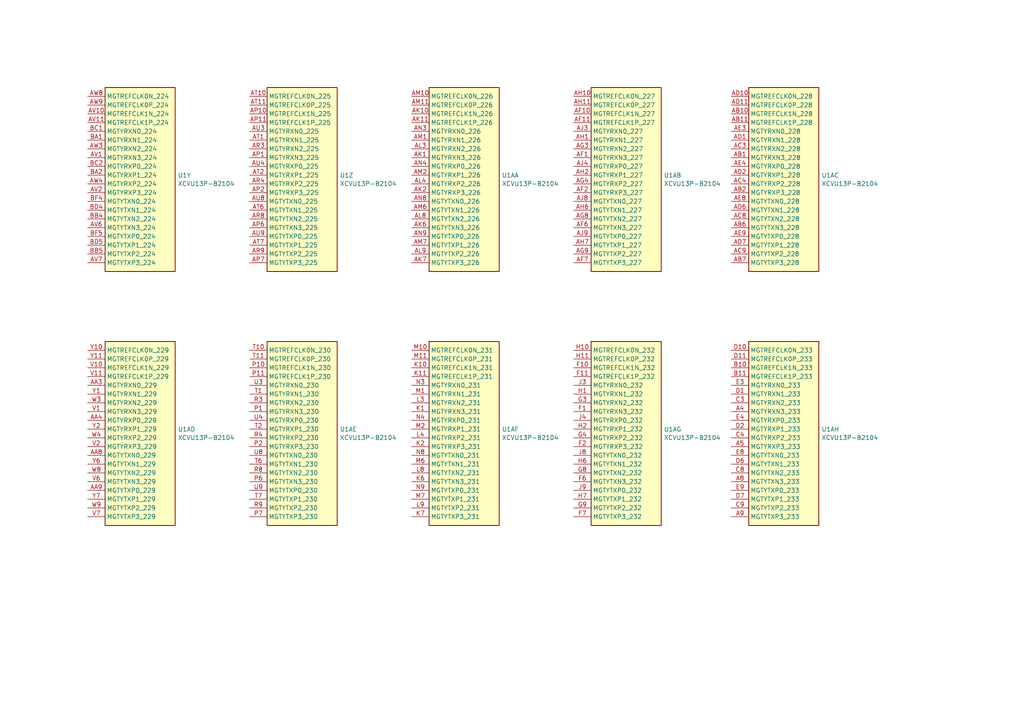
<source format=kicad_sch>
(kicad_sch (version 20231120) (generator "eeschema") (generator_version "8.0")
  (paper "A4")
  (lib_symbols
    (symbol "CHIPSAlliance_FPGA_Xilinx_Virtex_UltraScale_Plus:XCVU13P-B2104"
      (property "Reference" "U" (at -6.35 6.35 0))
      (property "Value" "XCVU13P-B2104" (at -6.35 3.81 0))
      (symbol "XCVU13P-B2104_1_1"
        (pin input line (at 0 -27.94 0) (length 5.08) (name "PUDC_B_0") (number "AA12"))
        (pin bidirectional line (at 0 -12.7 0) (length 5.08) (name "DONE_0") (number "AC12"))
        (pin output line (at 0 -38.1 0) (length 5.08) (name "TDO_0") (number "AC13"))
        (pin power_in line (at 0 -43.18 0) (length 5.08) (name "VCCO_0[2]") (number "AD13"))
        (pin input line (at 0 -25.4 0) (length 5.08) (name "PROGRAM_B_0") (number "AE12"))
        (pin input line (at 0 -33.02 0) (length 5.08) (name "TCK_0") (number "AE13"))
        (pin input line (at 0 -35.56 0) (length 5.08) (name "TDI_0") (number "AE15"))
        (pin passive line (at 0 -43.18 0) (length 5.08) hide (name "VCCO_0[2]") (number "AF13"))
        (pin bidirectional line (at 0 -30.48 0) (length 5.08) (name "RDWR_FCS_B_0") (number "AG12"))
        (pin bidirectional line (at 0 0 0) (length 5.08) (name "CCLK_0") (number "AG13"))
        (pin input line (at 0 -40.64 0) (length 5.08) (name "TMS_0") (number "AG15"))
        (pin bidirectional line (at 0 -10.16 0) (length 5.08) (name "D03_0") (number "AH12"))
        (pin bidirectional line (at 0 -5.08 0) (length 5.08) (name "D01_DIN_0") (number "AJ12"))
        (pin bidirectional line (at 0 -2.54 0) (length 5.08) (name "D00_MOSI_0") (number "AK12"))
        (pin bidirectional line (at 0 -7.62 0) (length 5.08) (name "D02_0") (number "AL12"))
        (pin input line (at 0 -22.86 0) (length 5.08) (name "M2_0") (number "R12"))
        (pin input line (at 0 -20.32 0) (length 5.08) (name "M1_0") (number "U12"))
        (pin input line (at 0 -17.78 0) (length 5.08) (name "M0_0") (number "V12"))
        (pin bidirectional line (at 0 -15.24 0) (length 5.08) (name "INIT_B_0") (number "Y12"))
      )
      (symbol "XCVU13P-B2104_2_1"
        (pin input line (at 0 -134.62 0) (length 5.08) (name "VREF_61") (number "AK30"))
        (pin bidirectional line (at 0 -119.38 0) (length 5.08) (name "IO_L24P_T3U_N10_61") (number "AL29"))
        (pin bidirectional line (at 0 -116.84 0) (length 5.08) (name "IO_L24N_T3U_N11_61") (number "AL30"))
        (pin bidirectional line (at 0 -109.22 0) (length 5.08) (name "IO_L22P_T3U_N6_DBC_AD0P_61") (number "AM29"))
        (pin bidirectional line (at 0 -106.68 0) (length 5.08) (name "IO_L22N_T3U_N7_DBC_AD0N_61") (number "AM30"))
        (pin bidirectional line (at 0 -114.3 0) (length 5.08) (name "IO_L23P_T3U_N8_61") (number "AM31"))
        (pin bidirectional line (at 0 -104.14 0) (length 5.08) (name "IO_L21P_T3L_N4_AD8P_61") (number "AN29"))
        (pin power_in line (at 0 -132.08 0) (length 5.08) (name "VCCO_61[6]") (number "AN30"))
        (pin bidirectional line (at 0 -111.76 0) (length 5.08) (name "IO_L23N_T3U_N9_61") (number "AN31"))
        (pin bidirectional line (at 0 -101.6 0) (length 5.08) (name "IO_L21N_T3L_N5_AD8N_61") (number "AP29"))
        (pin bidirectional line (at 0 -99.06 0) (length 5.08) (name "IO_L20P_T3L_N2_AD1P_61") (number "AP30"))
        (pin bidirectional line (at 0 -93.98 0) (length 5.08) (name "IO_L19P_T3L_N0_DBC_AD9P_61") (number "AP31"))
        (pin bidirectional line (at 0 -96.52 0) (length 5.08) (name "IO_L20N_T3L_N3_AD1N_61") (number "AR30"))
        (pin bidirectional line (at 0 -91.44 0) (length 5.08) (name "IO_L19N_T3L_N1_DBC_AD9N_61") (number "AR31"))
        (pin bidirectional line (at 0 -129.54 0) (length 5.08) (name "IO_T3U_N12_61") (number "AR32"))
        (pin bidirectional line (at 0 -88.9 0) (length 5.08) (name "IO_L18P_T2U_N10_AD2P_61") (number "AT29"))
        (pin bidirectional line (at 0 -86.36 0) (length 5.08) (name "IO_L18N_T2U_N11_AD2N_61") (number "AT30"))
        (pin passive line (at 0 -132.08 0) (length 5.08) hide (name "VCCO_61[6]") (number "AT31"))
        (pin bidirectional line (at 0 -127 0) (length 5.08) (name "IO_T2U_N12_61") (number "AT32"))
        (pin bidirectional line (at 0 -78.74 0) (length 5.08) (name "IO_L16P_T2U_N6_QBC_AD3P_61") (number "AU29"))
        (pin bidirectional line (at 0 -83.82 0) (length 5.08) (name "IO_L17P_T2U_N8_AD10P_61") (number "AU30"))
        (pin bidirectional line (at 0 -81.28 0) (length 5.08) (name "IO_L17N_T2U_N9_AD10N_61") (number "AU31"))
        (pin bidirectional line (at 0 -73.66 0) (length 5.08) (name "IO_L15P_T2L_N4_AD11P_61") (number "AU32"))
        (pin bidirectional line (at 0 -76.2 0) (length 5.08) (name "IO_L16N_T2U_N7_QBC_AD3N_61") (number "AV29"))
        (pin bidirectional line (at 0 -68.58 0) (length 5.08) (name "IO_L14P_T2L_N2_GC_61") (number "AV31"))
        (pin bidirectional line (at 0 -71.12 0) (length 5.08) (name "IO_L15N_T2L_N5_AD11N_61") (number "AV32"))
        (pin bidirectional line (at 0 -63.5 0) (length 5.08) (name "IO_L13P_T2L_N0_GC_QBC_61") (number "AW29"))
        (pin bidirectional line (at 0 -60.96 0) (length 5.08) (name "IO_L13N_T2L_N1_GC_QBC_61") (number "AW30"))
        (pin bidirectional line (at 0 -66.04 0) (length 5.08) (name "IO_L14N_T2L_N3_GC_61") (number "AW31"))
        (pin passive line (at 0 -132.08 0) (length 5.08) hide (name "VCCO_61[6]") (number "AW32"))
        (pin passive line (at 0 -132.08 0) (length 5.08) hide (name "VCCO_61[6]") (number "AY29"))
        (pin bidirectional line (at 0 -53.34 0) (length 5.08) (name "IO_L11P_T1U_N8_GC_61") (number "AY30"))
        (pin bidirectional line (at 0 -58.42 0) (length 5.08) (name "IO_L12P_T1U_N10_GC_61") (number "AY31"))
        (pin bidirectional line (at 0 -55.88 0) (length 5.08) (name "IO_L12N_T1U_N11_GC_61") (number "AY32"))
        (pin bidirectional line (at 0 -43.18 0) (length 5.08) (name "IO_L9P_T1L_N4_AD12P_61") (number "BA29"))
        (pin bidirectional line (at 0 -50.8 0) (length 5.08) (name "IO_L11N_T1U_N9_GC_61") (number "BA30"))
        (pin bidirectional line (at 0 -48.26 0) (length 5.08) (name "IO_L10P_T1U_N6_QBC_AD4P_61") (number "BA32"))
        (pin bidirectional line (at 0 -40.64 0) (length 5.08) (name "IO_L9N_T1L_N5_AD12N_61") (number "BB29"))
        (pin bidirectional line (at 0 -38.1 0) (length 5.08) (name "IO_L8P_T1L_N2_AD5P_61") (number "BB30"))
        (pin bidirectional line (at 0 -35.56 0) (length 5.08) (name "IO_L8N_T1L_N3_AD5N_61") (number "BB31"))
        (pin bidirectional line (at 0 -45.72 0) (length 5.08) (name "IO_L10N_T1U_N7_QBC_AD4N_61") (number "BB32"))
        (pin bidirectional line (at 0 -27.94 0) (length 5.08) (name "IO_L6P_T0U_N10_AD6P_61") (number "BC29"))
        (pin passive line (at 0 -132.08 0) (length 5.08) hide (name "VCCO_61[6]") (number "BC30"))
        (pin bidirectional line (at 0 -33.02 0) (length 5.08) (name "IO_L7P_T1L_N0_QBC_AD13P_61") (number "BC31"))
        (pin bidirectional line (at 0 -30.48 0) (length 5.08) (name "IO_L7N_T1L_N1_QBC_AD13N_61") (number "BC32"))
        (pin bidirectional line (at 0 -124.46 0) (length 5.08) (name "IO_T1U_N12_61") (number "BC33"))
        (pin bidirectional line (at 0 -25.4 0) (length 5.08) (name "IO_L6N_T0U_N11_AD6N_61") (number "BD29"))
        (pin bidirectional line (at 0 -17.78 0) (length 5.08) (name "IO_L4P_T0U_N6_DBC_AD7P_61") (number "BD30"))
        (pin bidirectional line (at 0 -15.24 0) (length 5.08) (name "IO_L4N_T0U_N7_DBC_AD7N_61") (number "BD31"))
        (pin bidirectional line (at 0 -22.86 0) (length 5.08) (name "IO_L5P_T0U_N8_AD14P_61") (number "BD33"))
        (pin bidirectional line (at 0 -12.7 0) (length 5.08) (name "IO_L3P_T0L_N4_AD15P_61") (number "BE30"))
        (pin bidirectional line (at 0 -7.62 0) (length 5.08) (name "IO_L2P_T0L_N2_61") (number "BE31"))
        (pin bidirectional line (at 0 -5.08 0) (length 5.08) (name "IO_L2N_T0L_N3_61") (number "BE32"))
        (pin bidirectional line (at 0 -20.32 0) (length 5.08) (name "IO_L5N_T0U_N9_AD14N_61") (number "BE33"))
        (pin bidirectional line (at 0 -10.16 0) (length 5.08) (name "IO_L3N_T0L_N5_AD15N_61") (number "BF30"))
        (pin passive line (at 0 -132.08 0) (length 5.08) hide (name "VCCO_61[6]") (number "BF31"))
        (pin bidirectional line (at 0 -2.54 0) (length 5.08) (name "IO_L1P_T0L_N0_DBC_61") (number "BF32"))
        (pin bidirectional line (at 0 0 0) (length 5.08) (name "IO_L1N_T0L_N1_DBC_61") (number "BF33"))
        (pin bidirectional line (at 0 -121.92 0) (length 5.08) (name "IO_T0U_N12_VRP_61") (number "BF34"))
      )
      (symbol "XCVU13P-B2104_3_1"
        (pin input line (at 0 -134.62 0) (length 5.08) (name "VREF_62") (number "AK33"))
        (pin bidirectional line (at 0 -114.3 0) (length 5.08) (name "IO_L23P_T3U_N8_62") (number "AL32"))
        (pin bidirectional line (at 0 -129.54 0) (length 5.08) (name "IO_T3U_N12_62") (number "AL33"))
        (pin bidirectional line (at 0 -119.38 0) (length 5.08) (name "IO_L24P_T3U_N10_62") (number "AL34"))
        (pin bidirectional line (at 0 -111.76 0) (length 5.08) (name "IO_L23N_T3U_N9_62") (number "AM32"))
        (pin power_in line (at 0 -132.08 0) (length 5.08) (name "VCCO_62[7]") (number "AM33"))
        (pin bidirectional line (at 0 -116.84 0) (length 5.08) (name "IO_L24N_T3U_N11_62") (number "AM34"))
        (pin bidirectional line (at 0 -109.22 0) (length 5.08) (name "IO_L22P_T3U_N6_DBC_AD0P_62") (number "AN32"))
        (pin bidirectional line (at 0 -106.68 0) (length 5.08) (name "IO_L22N_T3U_N7_DBC_AD0N_62") (number "AN33"))
        (pin bidirectional line (at 0 -104.14 0) (length 5.08) (name "IO_L21P_T3L_N4_AD8P_62") (number "AN34"))
        (pin bidirectional line (at 0 -99.06 0) (length 5.08) (name "IO_L20P_T3L_N2_AD1P_62") (number "AP33"))
        (pin bidirectional line (at 0 -101.6 0) (length 5.08) (name "IO_L21N_T3L_N5_AD8N_62") (number "AP34"))
        (pin bidirectional line (at 0 -96.52 0) (length 5.08) (name "IO_L20N_T3L_N3_AD1N_62") (number "AR33"))
        (pin passive line (at 0 -132.08 0) (length 5.08) hide (name "VCCO_62[7]") (number "AR34"))
        (pin bidirectional line (at 0 -93.98 0) (length 5.08) (name "IO_L19P_T3L_N0_DBC_AD9P_62") (number "AT33"))
        (pin bidirectional line (at 0 -91.44 0) (length 5.08) (name "IO_L19N_T3L_N1_DBC_AD9N_62") (number "AT34"))
        (pin bidirectional line (at 0 -127 0) (length 5.08) (name "IO_T2U_N12_62") (number "AU34"))
        (pin bidirectional line (at 0 -88.9 0) (length 5.08) (name "IO_L18P_T2U_N10_AD2P_62") (number "AV33"))
        (pin bidirectional line (at 0 -83.82 0) (length 5.08) (name "IO_L17P_T2U_N8_AD10P_62") (number "AV34"))
        (pin bidirectional line (at 0 -86.36 0) (length 5.08) (name "IO_L18N_T2U_N11_AD2N_62") (number "AW33"))
        (pin bidirectional line (at 0 -81.28 0) (length 5.08) (name "IO_L17N_T2U_N9_AD10N_62") (number "AW34"))
        (pin bidirectional line (at 0 -78.74 0) (length 5.08) (name "IO_L16P_T2U_N6_QBC_AD3P_62") (number "AW35"))
        (pin bidirectional line (at 0 -76.2 0) (length 5.08) (name "IO_L16N_T2U_N7_QBC_AD3N_62") (number "AW36"))
        (pin bidirectional line (at 0 -73.66 0) (length 5.08) (name "IO_L15P_T2L_N4_AD11P_62") (number "AY33"))
        (pin bidirectional line (at 0 -68.58 0) (length 5.08) (name "IO_L14P_T2L_N2_GC_62") (number "AY35"))
        (pin bidirectional line (at 0 -66.04 0) (length 5.08) (name "IO_L14N_T2L_N3_GC_62") (number "AY36"))
        (pin bidirectional line (at 0 -71.12 0) (length 5.08) (name "IO_L15N_T2L_N5_AD11N_62") (number "BA33"))
        (pin bidirectional line (at 0 -63.5 0) (length 5.08) (name "IO_L13P_T2L_N0_GC_QBC_62") (number "BA34"))
        (pin bidirectional line (at 0 -58.42 0) (length 5.08) (name "IO_L12P_T1U_N10_GC_62") (number "BA35"))
        (pin passive line (at 0 -132.08 0) (length 5.08) hide (name "VCCO_62[7]") (number "BA36"))
        (pin passive line (at 0 -132.08 0) (length 5.08) hide (name "VCCO_62[7]") (number "BB33"))
        (pin bidirectional line (at 0 -60.96 0) (length 5.08) (name "IO_L13N_T2L_N1_GC_QBC_62") (number "BB34"))
        (pin bidirectional line (at 0 -55.88 0) (length 5.08) (name "IO_L12N_T1U_N11_GC_62") (number "BB35"))
        (pin bidirectional line (at 0 -53.34 0) (length 5.08) (name "IO_L11P_T1U_N8_GC_62") (number "BB36"))
        (pin bidirectional line (at 0 -48.26 0) (length 5.08) (name "IO_L10P_T1U_N6_QBC_AD4P_62") (number "BB37"))
        (pin bidirectional line (at 0 -27.94 0) (length 5.08) (name "IO_L6P_T0U_N10_AD6P_62") (number "BB38"))
        (pin bidirectional line (at 0 -33.02 0) (length 5.08) (name "IO_L7P_T1L_N0_QBC_AD13P_62") (number "BC34"))
        (pin bidirectional line (at 0 -50.8 0) (length 5.08) (name "IO_L11N_T1U_N9_GC_62") (number "BC36"))
        (pin bidirectional line (at 0 -45.72 0) (length 5.08) (name "IO_L10N_T1U_N7_QBC_AD4N_62") (number "BC37"))
        (pin bidirectional line (at 0 -25.4 0) (length 5.08) (name "IO_L6N_T0U_N11_AD6N_62") (number "BC38"))
        (pin bidirectional line (at 0 -22.86 0) (length 5.08) (name "IO_L5P_T0U_N8_AD14P_62") (number "BC39"))
        (pin passive line (at 0 -132.08 0) (length 5.08) hide (name "VCCO_62[7]") (number "BC40"))
        (pin bidirectional line (at 0 -30.48 0) (length 5.08) (name "IO_L7N_T1L_N1_QBC_AD13N_62") (number "BD34"))
        (pin bidirectional line (at 0 -38.1 0) (length 5.08) (name "IO_L8P_T1L_N2_AD5P_62") (number "BD35"))
        (pin bidirectional line (at 0 -43.18 0) (length 5.08) (name "IO_L9P_T1L_N4_AD12P_62") (number "BD36"))
        (pin passive line (at 0 -132.08 0) (length 5.08) hide (name "VCCO_62[7]") (number "BD37"))
        (pin bidirectional line (at 0 -121.92 0) (length 5.08) (name "IO_T0U_N12_VRP_62") (number "BD38"))
        (pin bidirectional line (at 0 -20.32 0) (length 5.08) (name "IO_L5N_T0U_N9_AD14N_62") (number "BD39"))
        (pin bidirectional line (at 0 -17.78 0) (length 5.08) (name "IO_L4P_T0U_N6_DBC_AD7P_62") (number "BD40"))
        (pin passive line (at 0 -132.08 0) (length 5.08) hide (name "VCCO_62[7]") (number "BE34"))
        (pin bidirectional line (at 0 -35.56 0) (length 5.08) (name "IO_L8N_T1L_N3_AD5N_62") (number "BE35"))
        (pin bidirectional line (at 0 -40.64 0) (length 5.08) (name "IO_L9N_T1L_N5_AD12N_62") (number "BE36"))
        (pin bidirectional line (at 0 -12.7 0) (length 5.08) (name "IO_L3P_T0L_N4_AD15P_62") (number "BE37"))
        (pin bidirectional line (at 0 -7.62 0) (length 5.08) (name "IO_L2P_T0L_N2_62") (number "BE38"))
        (pin bidirectional line (at 0 -15.24 0) (length 5.08) (name "IO_L4N_T0U_N7_DBC_AD7N_62") (number "BE40"))
        (pin bidirectional line (at 0 -124.46 0) (length 5.08) (name "IO_T1U_N12_62") (number "BF35"))
        (pin bidirectional line (at 0 -10.16 0) (length 5.08) (name "IO_L3N_T0L_N5_AD15N_62") (number "BF37"))
        (pin bidirectional line (at 0 -5.08 0) (length 5.08) (name "IO_L2N_T0L_N3_62") (number "BF38"))
        (pin bidirectional line (at 0 -2.54 0) (length 5.08) (name "IO_L1P_T0L_N0_DBC_62") (number "BF39"))
        (pin bidirectional line (at 0 0 0) (length 5.08) (name "IO_L1N_T0L_N1_DBC_62") (number "BF40"))
      )
      (symbol "XCVU13P-B2104_4_1"
        (pin bidirectional line (at 0 -93.98 0) (length 5.08) (name "IO_L19P_T3L_N0_DBC_AD9P_63") (number "AA32"))
        (pin bidirectional line (at 0 -91.44 0) (length 5.08) (name "IO_L19N_T3L_N1_DBC_AD9N_63") (number "AA33"))
        (pin bidirectional line (at 0 -99.06 0) (length 5.08) (name "IO_L20P_T3L_N2_AD1P_63") (number "AA34"))
        (pin input line (at 0 -134.62 0) (length 5.08) (name "VREF_63") (number "AB31"))
        (pin bidirectional line (at 0 -129.54 0) (length 5.08) (name "IO_T3U_N12_63") (number "AB32"))
        (pin passive line (at 0 -132.08 0) (length 5.08) hide (name "VCCO_63[6]") (number "AB33"))
        (pin bidirectional line (at 0 -96.52 0) (length 5.08) (name "IO_L20N_T3L_N3_AD1N_63") (number "AB34"))
        (pin bidirectional line (at 0 -78.74 0) (length 5.08) (name "IO_L16P_T2U_N6_QBC_AD3P_63") (number "AC31"))
        (pin bidirectional line (at 0 -83.82 0) (length 5.08) (name "IO_L17P_T2U_N8_AD10P_63") (number "AC32"))
        (pin bidirectional line (at 0 -81.28 0) (length 5.08) (name "IO_L17N_T2U_N9_AD10N_63") (number "AC33"))
        (pin bidirectional line (at 0 -88.9 0) (length 5.08) (name "IO_L18P_T2U_N10_AD2P_63") (number "AC34"))
        (pin bidirectional line (at 0 -127 0) (length 5.08) (name "IO_T2U_N12_63") (number "AD30"))
        (pin bidirectional line (at 0 -76.2 0) (length 5.08) (name "IO_L16N_T2U_N7_QBC_AD3N_63") (number "AD31"))
        (pin bidirectional line (at 0 -68.58 0) (length 5.08) (name "IO_L14P_T2L_N2_GC_63") (number "AD33"))
        (pin bidirectional line (at 0 -86.36 0) (length 5.08) (name "IO_L18N_T2U_N11_AD2N_63") (number "AD34"))
        (pin bidirectional line (at 0 -73.66 0) (length 5.08) (name "IO_L15P_T2L_N4_AD11P_63") (number "AE30"))
        (pin bidirectional line (at 0 -63.5 0) (length 5.08) (name "IO_L13P_T2L_N0_GC_QBC_63") (number "AE31"))
        (pin bidirectional line (at 0 -60.96 0) (length 5.08) (name "IO_L13N_T2L_N1_GC_QBC_63") (number "AE32"))
        (pin bidirectional line (at 0 -66.04 0) (length 5.08) (name "IO_L14N_T2L_N3_GC_63") (number "AE33"))
        (pin passive line (at 0 -132.08 0) (length 5.08) hide (name "VCCO_63[6]") (number "AE34"))
        (pin bidirectional line (at 0 -71.12 0) (length 5.08) (name "IO_L15N_T2L_N5_AD11N_63") (number "AF30"))
        (pin passive line (at 0 -132.08 0) (length 5.08) hide (name "VCCO_63[6]") (number "AF31"))
        (pin bidirectional line (at 0 -58.42 0) (length 5.08) (name "IO_L12P_T1U_N10_GC_63") (number "AF32"))
        (pin bidirectional line (at 0 -55.88 0) (length 5.08) (name "IO_L12N_T1U_N11_GC_63") (number "AF33"))
        (pin bidirectional line (at 0 -43.18 0) (length 5.08) (name "IO_L9P_T1L_N4_AD12P_63") (number "AF34"))
        (pin bidirectional line (at 0 -22.86 0) (length 5.08) (name "IO_L5P_T0U_N8_AD14P_63") (number "AG29"))
        (pin bidirectional line (at 0 -20.32 0) (length 5.08) (name "IO_L5N_T0U_N9_AD14N_63") (number "AG30"))
        (pin bidirectional line (at 0 -53.34 0) (length 5.08) (name "IO_L11P_T1U_N8_GC_63") (number "AG31"))
        (pin bidirectional line (at 0 -50.8 0) (length 5.08) (name "IO_L11N_T1U_N9_GC_63") (number "AG32"))
        (pin bidirectional line (at 0 -40.64 0) (length 5.08) (name "IO_L9N_T1L_N5_AD12N_63") (number "AG34"))
        (pin bidirectional line (at 0 -17.78 0) (length 5.08) (name "IO_L4P_T0U_N6_DBC_AD7P_63") (number "AH28"))
        (pin bidirectional line (at 0 -15.24 0) (length 5.08) (name "IO_L4N_T0U_N7_DBC_AD7N_63") (number "AH29"))
        (pin bidirectional line (at 0 -48.26 0) (length 5.08) (name "IO_L10P_T1U_N6_QBC_AD4P_63") (number "AH31"))
        (pin bidirectional line (at 0 -45.72 0) (length 5.08) (name "IO_L10N_T1U_N7_QBC_AD4N_63") (number "AH32"))
        (pin bidirectional line (at 0 -38.1 0) (length 5.08) (name "IO_L8P_T1L_N2_AD5P_63") (number "AH33"))
        (pin bidirectional line (at 0 -33.02 0) (length 5.08) (name "IO_L7P_T1L_N0_QBC_AD13P_63") (number "AH34"))
        (pin bidirectional line (at 0 -2.54 0) (length 5.08) (name "IO_L1P_T0L_N0_DBC_63") (number "AJ27"))
        (pin bidirectional line (at 0 -7.62 0) (length 5.08) (name "IO_L2P_T0L_N2_63") (number "AJ28"))
        (pin bidirectional line (at 0 -12.7 0) (length 5.08) (name "IO_L3P_T0L_N4_AD15P_63") (number "AJ29"))
        (pin bidirectional line (at 0 -10.16 0) (length 5.08) (name "IO_L3N_T0L_N5_AD15N_63") (number "AJ30"))
        (pin bidirectional line (at 0 -27.94 0) (length 5.08) (name "IO_L6P_T0U_N10_AD6P_63") (number "AJ31"))
        (pin passive line (at 0 -132.08 0) (length 5.08) hide (name "VCCO_63[6]") (number "AJ32"))
        (pin bidirectional line (at 0 -35.56 0) (length 5.08) (name "IO_L8N_T1L_N3_AD5N_63") (number "AJ33"))
        (pin bidirectional line (at 0 -30.48 0) (length 5.08) (name "IO_L7N_T1L_N1_QBC_AD13N_63") (number "AJ34"))
        (pin bidirectional line (at 0 -121.92 0) (length 5.08) (name "IO_T0U_N12_VRP_63") (number "AK26"))
        (pin bidirectional line (at 0 0 0) (length 5.08) (name "IO_L1N_T0L_N1_DBC_63") (number "AK27"))
        (pin bidirectional line (at 0 -5.08 0) (length 5.08) (name "IO_L2N_T0L_N3_63") (number "AK28"))
        (pin passive line (at 0 -132.08 0) (length 5.08) hide (name "VCCO_63[6]") (number "AK29"))
        (pin bidirectional line (at 0 -25.4 0) (length 5.08) (name "IO_L6N_T0U_N11_AD6N_63") (number "AK31"))
        (pin bidirectional line (at 0 -124.46 0) (length 5.08) (name "IO_T1U_N12_63") (number "AK32"))
        (pin bidirectional line (at 0 -104.14 0) (length 5.08) (name "IO_L21P_T3L_N4_AD8P_63") (number "W30"))
        (pin bidirectional line (at 0 -109.22 0) (length 5.08) (name "IO_L22P_T3U_N6_DBC_AD0P_63") (number "W31"))
        (pin power_in line (at 0 -132.08 0) (length 5.08) (name "VCCO_63[6]") (number "W32"))
        (pin bidirectional line (at 0 -119.38 0) (length 5.08) (name "IO_L24P_T3U_N10_63") (number "W33"))
        (pin bidirectional line (at 0 -116.84 0) (length 5.08) (name "IO_L24N_T3U_N11_63") (number "W34"))
        (pin bidirectional line (at 0 -101.6 0) (length 5.08) (name "IO_L21N_T3L_N5_AD8N_63") (number "Y30"))
        (pin bidirectional line (at 0 -106.68 0) (length 5.08) (name "IO_L22N_T3U_N7_DBC_AD0N_63") (number "Y31"))
        (pin bidirectional line (at 0 -114.3 0) (length 5.08) (name "IO_L23P_T3U_N8_63") (number "Y32"))
        (pin bidirectional line (at 0 -111.76 0) (length 5.08) (name "IO_L23N_T3U_N9_63") (number "Y33"))
      )
      (symbol "XCVU13P-B2104_5_1"
        (pin bidirectional line (at 0 -119.38 0) (length 5.08) (name "IO_L24P_T3U_N10_64") (number "AL21"))
        (pin bidirectional line (at 0 -114.3 0) (length 5.08) (name "IO_L23P_T3U_N8_64") (number "AL22"))
        (pin input line (at 0 -134.62 0) (length 5.08) (name "VREF_64") (number "AL23"))
        (pin bidirectional line (at 0 -109.22 0) (length 5.08) (name "IO_L22P_T3U_N6_DBC_AD0P_64") (number "AL24"))
        (pin bidirectional line (at 0 -116.84 0) (length 5.08) (name "IO_L24N_T3U_N11_64") (number "AM21"))
        (pin bidirectional line (at 0 -111.76 0) (length 5.08) (name "IO_L23N_T3U_N9_64") (number "AM22"))
        (pin power_in line (at 0 -132.08 0) (length 5.08) (name "VCCO_64[8]") (number "AM23"))
        (pin bidirectional line (at 0 -106.68 0) (length 5.08) (name "IO_L22N_T3U_N7_DBC_AD0N_64") (number "AM24"))
        (pin bidirectional line (at 0 -91.44 0) (length 5.08) (name "IO_L19N_T3L_N1_DBC_AD9N_64") (number "AN21"))
        (pin bidirectional line (at 0 -93.98 0) (length 5.08) (name "IO_L19P_T3L_N0_DBC_AD9P_64") (number "AN22"))
        (pin bidirectional line (at 0 -99.06 0) (length 5.08) (name "IO_L20P_T3L_N2_AD1P_64") (number "AN23"))
        (pin bidirectional line (at 0 -104.14 0) (length 5.08) (name "IO_L21P_T3L_N4_AD8P_64") (number "AN24"))
        (pin bidirectional line (at 0 -129.54 0) (length 5.08) (name "IO_T3U_N12_64") (number "AP21"))
        (pin bidirectional line (at 0 -96.52 0) (length 5.08) (name "IO_L20N_T3L_N3_AD1N_64") (number "AP23"))
        (pin bidirectional line (at 0 -101.6 0) (length 5.08) (name "IO_L21N_T3L_N5_AD8N_64") (number "AP24"))
        (pin bidirectional line (at 0 -127 0) (length 5.08) (name "IO_T2U_N12_64") (number "AR21"))
        (pin bidirectional line (at 0 -78.74 0) (length 5.08) (name "IO_L16P_T2U_N6_QBC_AD3P_64") (number "AR22"))
        (pin bidirectional line (at 0 -83.82 0) (length 5.08) (name "IO_L17P_T2U_N8_AD10P_64") (number "AR23"))
        (pin passive line (at 0 -132.08 0) (length 5.08) hide (name "VCCO_64[8]") (number "AR24"))
        (pin passive line (at 0 -132.08 0) (length 5.08) hide (name "VCCO_64[8]") (number "AT21"))
        (pin bidirectional line (at 0 -76.2 0) (length 5.08) (name "IO_L16N_T2U_N7_QBC_AD3N_64") (number "AT22"))
        (pin bidirectional line (at 0 -81.28 0) (length 5.08) (name "IO_L17N_T2U_N9_AD10N_64") (number "AT23"))
        (pin bidirectional line (at 0 -88.9 0) (length 5.08) (name "IO_L18P_T2U_N10_AD2P_64") (number "AT24"))
        (pin bidirectional line (at 0 -73.66 0) (length 5.08) (name "IO_L15P_T2L_N4_AD11P_64") (number "AU22"))
        (pin bidirectional line (at 0 -86.36 0) (length 5.08) (name "IO_L18N_T2U_N11_AD2N_64") (number "AU24"))
        (pin bidirectional line (at 0 -71.12 0) (length 5.08) (name "IO_L15N_T2L_N5_AD11N_64") (number "AV22"))
        (pin bidirectional line (at 0 -63.5 0) (length 5.08) (name "IO_L13P_T2L_N0_GC_QBC_64") (number "AV23"))
        (pin bidirectional line (at 0 -68.58 0) (length 5.08) (name "IO_L14P_T2L_N2_GC_64") (number "AV24"))
        (pin passive line (at 0 -132.08 0) (length 5.08) hide (name "VCCO_64[8]") (number "AW22"))
        (pin bidirectional line (at 0 -60.96 0) (length 5.08) (name "IO_L13N_T2L_N1_GC_QBC_64") (number "AW23"))
        (pin bidirectional line (at 0 -66.04 0) (length 5.08) (name "IO_L14N_T2L_N3_GC_64") (number "AW24"))
        (pin bidirectional line (at 0 -53.34 0) (length 5.08) (name "IO_L11P_T1U_N8_GC_64") (number "AY22"))
        (pin bidirectional line (at 0 -58.42 0) (length 5.08) (name "IO_L12P_T1U_N10_GC_64") (number "AY23"))
        (pin bidirectional line (at 0 -33.02 0) (length 5.08) (name "IO_L7P_T1L_N0_QBC_AD13P_64") (number "BA20"))
        (pin bidirectional line (at 0 -50.8 0) (length 5.08) (name "IO_L11N_T1U_N9_GC_64") (number "BA22"))
        (pin bidirectional line (at 0 -55.88 0) (length 5.08) (name "IO_L12N_T1U_N11_GC_64") (number "BA23"))
        (pin bidirectional line (at 0 -48.26 0) (length 5.08) (name "IO_L10P_T1U_N6_QBC_AD4P_64") (number "BA24"))
        (pin bidirectional line (at 0 -30.48 0) (length 5.08) (name "IO_L7N_T1L_N1_QBC_AD13N_64") (number "BB20"))
        (pin bidirectional line (at 0 -38.1 0) (length 5.08) (name "IO_L8P_T1L_N2_AD5P_64") (number "BB21"))
        (pin bidirectional line (at 0 -43.18 0) (length 5.08) (name "IO_L9P_T1L_N4_AD12P_64") (number "BB22"))
        (pin passive line (at 0 -132.08 0) (length 5.08) hide (name "VCCO_64[8]") (number "BB23"))
        (pin bidirectional line (at 0 -45.72 0) (length 5.08) (name "IO_L10N_T1U_N7_QBC_AD4N_64") (number "BB24"))
        (pin passive line (at 0 -132.08 0) (length 5.08) hide (name "VCCO_64[8]") (number "BC20"))
        (pin bidirectional line (at 0 -35.56 0) (length 5.08) (name "IO_L8N_T1L_N3_AD5N_64") (number "BC21"))
        (pin bidirectional line (at 0 -40.64 0) (length 5.08) (name "IO_L9N_T1L_N5_AD12N_64") (number "BC22"))
        (pin bidirectional line (at 0 -124.46 0) (length 5.08) (name "IO_T1U_N12_64") (number "BC23"))
        (pin bidirectional line (at 0 -12.7 0) (length 5.08) (name "IO_L3P_T0L_N4_AD15P_64") (number "BC24"))
        (pin bidirectional line (at 0 -27.94 0) (length 5.08) (name "IO_L6P_T0U_N10_AD6P_64") (number "BD20"))
        (pin bidirectional line (at 0 -22.86 0) (length 5.08) (name "IO_L5P_T0U_N8_AD14P_64") (number "BD21"))
        (pin bidirectional line (at 0 -7.62 0) (length 5.08) (name "IO_L2P_T0L_N2_64") (number "BD23"))
        (pin bidirectional line (at 0 -10.16 0) (length 5.08) (name "IO_L3N_T0L_N5_AD15N_64") (number "BD24"))
        (pin bidirectional line (at 0 -25.4 0) (length 5.08) (name "IO_L6N_T0U_N11_AD6N_64") (number "BE20"))
        (pin bidirectional line (at 0 -20.32 0) (length 5.08) (name "IO_L5N_T0U_N9_AD14N_64") (number "BE21"))
        (pin bidirectional line (at 0 -17.78 0) (length 5.08) (name "IO_L4P_T0U_N6_DBC_AD7P_64") (number "BE22"))
        (pin bidirectional line (at 0 -5.08 0) (length 5.08) (name "IO_L2N_T0L_N3_64") (number "BE23"))
        (pin passive line (at 0 -132.08 0) (length 5.08) hide (name "VCCO_64[8]") (number "BE24"))
        (pin bidirectional line (at 0 -121.92 0) (length 5.08) (name "IO_T0U_N12_VRP_64") (number "BF20"))
        (pin passive line (at 0 -132.08 0) (length 5.08) hide (name "VCCO_64[8]") (number "BF21"))
        (pin bidirectional line (at 0 -15.24 0) (length 5.08) (name "IO_L4N_T0U_N7_DBC_AD7N_64") (number "BF22"))
        (pin bidirectional line (at 0 0 0) (length 5.08) (name "IO_L1N_T0L_N1_DBC_64") (number "BF23"))
        (pin bidirectional line (at 0 -2.54 0) (length 5.08) (name "IO_L1P_T0L_N0_DBC_64") (number "BF24"))
      )
      (symbol "XCVU13P-B2104_6_1"
        (pin input line (at 0 -134.62 0) (length 5.08) (name "VREF_65") (number "AK25"))
        (pin bidirectional line (at 0 -104.14 0) (length 5.08) (name "IO_L21P_T3L_N4_AD8P_D06_65") (number "AL25"))
        (pin power_in line (at 0 -132.08 0) (length 5.08) (name "VCCO_65[6]") (number "AL26"))
        (pin bidirectional line (at 0 -119.38 0) (length 5.08) (name "IO_L24P_T3U_N10_EMCCLK_65") (number "AL27"))
        (pin bidirectional line (at 0 -116.84 0) (length 5.08) (name "IO_L24N_T3U_N11_DOUT_CSO_B_65") (number "AL28"))
        (pin bidirectional line (at 0 -101.6 0) (length 5.08) (name "IO_L21N_T3L_N5_AD8N_D07_65") (number "AM25"))
        (pin bidirectional line (at 0 -109.22 0) (length 5.08) (name "IO_L22P_T3U_N6_DBC_AD0P_D04_65") (number "AM26"))
        (pin bidirectional line (at 0 -114.3 0) (length 5.08) (name "IO_L23P_T3U_N8_I2C_SCLK_65") (number "AM27"))
        (pin bidirectional line (at 0 -106.68 0) (length 5.08) (name "IO_L22N_T3U_N7_DBC_AD0N_D05_65") (number "AN26"))
        (pin bidirectional line (at 0 -111.76 0) (length 5.08) (name "IO_L23N_T3U_N9_PERSTN1_I2C_SDA_65") (number "AN27"))
        (pin bidirectional line (at 0 -99.06 0) (length 5.08) (name "IO_L20P_T3L_N2_AD1P_D08_65") (number "AN28"))
        (pin bidirectional line (at 0 -93.98 0) (length 5.08) (name "IO_L19P_T3L_N0_DBC_AD9P_D10_65") (number "AP25"))
        (pin bidirectional line (at 0 -91.44 0) (length 5.08) (name "IO_L19N_T3L_N1_DBC_AD9N_D11_65") (number "AP26"))
        (pin passive line (at 0 -132.08 0) (length 5.08) hide (name "VCCO_65[6]") (number "AP27"))
        (pin bidirectional line (at 0 -96.52 0) (length 5.08) (name "IO_L20N_T3L_N3_AD1N_D09_65") (number "AP28"))
        (pin bidirectional line (at 0 -78.74 0) (length 5.08) (name "IO_L16P_T2U_N6_QBC_AD3P_A00_D16_65") (number "AR25"))
        (pin bidirectional line (at 0 -129.54 0) (length 5.08) (name "IO_T3U_N12_PERSTN0_65") (number "AR26"))
        (pin bidirectional line (at 0 -83.82 0) (length 5.08) (name "IO_L17P_T2U_N8_AD10P_D14_65") (number "AR27"))
        (pin bidirectional line (at 0 -88.9 0) (length 5.08) (name "IO_L18P_T2U_N10_AD2P_D12_65") (number "AR28"))
        (pin bidirectional line (at 0 -76.2 0) (length 5.08) (name "IO_L16N_T2U_N7_QBC_AD3N_A01_D17_65") (number "AT25"))
        (pin bidirectional line (at 0 -81.28 0) (length 5.08) (name "IO_L17N_T2U_N9_AD10N_D15_65") (number "AT27"))
        (pin bidirectional line (at 0 -86.36 0) (length 5.08) (name "IO_L18N_T2U_N11_AD2N_D13_65") (number "AT28"))
        (pin bidirectional line (at 0 -127 0) (length 5.08) (name "IO_T2U_N12_CSI_ADV_B_65") (number "AU25"))
        (pin bidirectional line (at 0 -73.66 0) (length 5.08) (name "IO_L15P_T2L_N4_AD11P_A02_D18_65") (number "AU26"))
        (pin bidirectional line (at 0 -71.12 0) (length 5.08) (name "IO_L15N_T2L_N5_AD11N_A03_D19_65") (number "AU27"))
        (pin passive line (at 0 -132.08 0) (length 5.08) hide (name "VCCO_65[6]") (number "AU28"))
        (pin passive line (at 0 -132.08 0) (length 5.08) hide (name "VCCO_65[6]") (number "AV25"))
        (pin bidirectional line (at 0 -63.5 0) (length 5.08) (name "IO_L13P_T2L_N0_GC_QBC_A06_D22_65") (number "AV26"))
        (pin bidirectional line (at 0 -68.58 0) (length 5.08) (name "IO_L14P_T2L_N2_GC_A04_D20_65") (number "AV27"))
        (pin bidirectional line (at 0 -66.04 0) (length 5.08) (name "IO_L14N_T2L_N3_GC_A05_D21_65") (number "AV28"))
        (pin bidirectional line (at 0 -48.26 0) (length 5.08) (name "IO_L10P_T1U_N6_QBC_AD4P_A12_D28_65") (number "AW25"))
        (pin bidirectional line (at 0 -60.96 0) (length 5.08) (name "IO_L13N_T2L_N1_GC_QBC_A07_D23_65") (number "AW26"))
        (pin bidirectional line (at 0 -58.42 0) (length 5.08) (name "IO_L12P_T1U_N10_GC_A08_D24_65") (number "AW28"))
        (pin bidirectional line (at 0 -45.72 0) (length 5.08) (name "IO_L10N_T1U_N7_QBC_AD4N_A13_D29_65") (number "AY25"))
        (pin bidirectional line (at 0 -53.34 0) (length 5.08) (name "IO_L11P_T1U_N8_GC_A10_D26_65") (number "AY26"))
        (pin bidirectional line (at 0 -50.8 0) (length 5.08) (name "IO_L11N_T1U_N9_GC_A11_D27_65") (number "AY27"))
        (pin bidirectional line (at 0 -55.88 0) (length 5.08) (name "IO_L12N_T1U_N11_GC_A09_D25_65") (number "AY28"))
        (pin bidirectional line (at 0 -33.02 0) (length 5.08) (name "IO_L7P_T1L_N0_QBC_AD13P_A18_65") (number "BA25"))
        (pin passive line (at 0 -132.08 0) (length 5.08) hide (name "VCCO_65[6]") (number "BA26"))
        (pin bidirectional line (at 0 -43.18 0) (length 5.08) (name "IO_L9P_T1L_N4_AD12P_A14_D30_65") (number "BA27"))
        (pin bidirectional line (at 0 -40.64 0) (length 5.08) (name "IO_L9N_T1L_N5_AD12N_A15_D31_65") (number "BA28"))
        (pin bidirectional line (at 0 -30.48 0) (length 5.08) (name "IO_L7N_T1L_N1_QBC_AD13N_A19_65") (number "BB25"))
        (pin bidirectional line (at 0 -38.1 0) (length 5.08) (name "IO_L8P_T1L_N2_AD5P_A16_65") (number "BB26"))
        (pin bidirectional line (at 0 -35.56 0) (length 5.08) (name "IO_L8N_T1L_N3_AD5N_A17_65") (number "BB27"))
        (pin bidirectional line (at 0 -27.94 0) (length 5.08) (name "IO_L6P_T0U_N10_AD6P_A20_65") (number "BC26"))
        (pin bidirectional line (at 0 -25.4 0) (length 5.08) (name "IO_L6N_T0U_N11_AD6N_A21_65") (number "BC27"))
        (pin bidirectional line (at 0 -124.46 0) (length 5.08) (name "IO_T1U_N12_SMBALERT_65") (number "BC28"))
        (pin bidirectional line (at 0 -121.92 0) (length 5.08) (name "IO_T0U_N12_VRP_A28_65") (number "BD25"))
        (pin bidirectional line (at 0 -17.78 0) (length 5.08) (name "IO_L4P_T0U_N6_DBC_AD7P_A24_65") (number "BD26"))
        (pin passive line (at 0 -132.08 0) (length 5.08) hide (name "VCCO_65[6]") (number "BD27"))
        (pin bidirectional line (at 0 -12.7 0) (length 5.08) (name "IO_L3P_T0L_N4_AD15P_A26_65") (number "BD28"))
        (pin bidirectional line (at 0 -22.86 0) (length 5.08) (name "IO_L5P_T0U_N8_AD14P_A22_65") (number "BE25"))
        (pin bidirectional line (at 0 -15.24 0) (length 5.08) (name "IO_L4N_T0U_N7_DBC_AD7N_A25_65") (number "BE26"))
        (pin bidirectional line (at 0 -7.62 0) (length 5.08) (name "IO_L2P_T0L_N2_FOE_B_65") (number "BE27"))
        (pin bidirectional line (at 0 -10.16 0) (length 5.08) (name "IO_L3N_T0L_N5_AD15N_A27_65") (number "BE28"))
        (pin bidirectional line (at 0 -20.32 0) (length 5.08) (name "IO_L5N_T0U_N9_AD14N_A23_65") (number "BF25"))
        (pin bidirectional line (at 0 -5.08 0) (length 5.08) (name "IO_L2N_T0L_N3_FWE_FCS2_B_65") (number "BF27"))
        (pin bidirectional line (at 0 -2.54 0) (length 5.08) (name "IO_L1P_T0L_N0_DBC_RS0_65") (number "BF28"))
        (pin bidirectional line (at 0 0 0) (length 5.08) (name "IO_L1N_T0L_N1_DBC_RS1_65") (number "BF29"))
      )
      (symbol "XCVU13P-B2104_7_1"
        (pin power_in line (at 0 -132.08 0) (length 5.08) (name "VCCO_66[6]") (number "AL16"))
        (pin bidirectional line (at 0 -109.22 0) (length 5.08) (name "IO_L22P_T3U_N6_DBC_AD0P_66") (number "AL17"))
        (pin input line (at 0 -134.62 0) (length 5.08) (name "VREF_66") (number "AL18"))
        (pin bidirectional line (at 0 -114.3 0) (length 5.08) (name "IO_L23P_T3U_N8_66") (number "AL19"))
        (pin bidirectional line (at 0 -119.38 0) (length 5.08) (name "IO_L24P_T3U_N10_66") (number "AL20"))
        (pin bidirectional line (at 0 -104.14 0) (length 5.08) (name "IO_L21P_T3L_N4_AD8P_66") (number "AM16"))
        (pin bidirectional line (at 0 -106.68 0) (length 5.08) (name "IO_L22N_T3U_N7_DBC_AD0N_66") (number "AM17"))
        (pin bidirectional line (at 0 -111.76 0) (length 5.08) (name "IO_L23N_T3U_N9_66") (number "AM19"))
        (pin bidirectional line (at 0 -116.84 0) (length 5.08) (name "IO_L24N_T3U_N11_66") (number "AM20"))
        (pin bidirectional line (at 0 -101.6 0) (length 5.08) (name "IO_L21N_T3L_N5_AD8N_66") (number "AN16"))
        (pin bidirectional line (at 0 -91.44 0) (length 5.08) (name "IO_L19N_T3L_N1_DBC_AD9N_66") (number "AN17"))
        (pin bidirectional line (at 0 -93.98 0) (length 5.08) (name "IO_L19P_T3L_N0_DBC_AD9P_66") (number "AN18"))
        (pin bidirectional line (at 0 -99.06 0) (length 5.08) (name "IO_L20P_T3L_N2_AD1P_66") (number "AN19"))
        (pin passive line (at 0 -132.08 0) (length 5.08) hide (name "VCCO_66[6]") (number "AN20"))
        (pin bidirectional line (at 0 -129.54 0) (length 5.08) (name "IO_T3U_N12_66") (number "AP16"))
        (pin passive line (at 0 -132.08 0) (length 5.08) hide (name "VCCO_66[6]") (number "AP17"))
        (pin bidirectional line (at 0 -83.82 0) (length 5.08) (name "IO_L17P_T2U_N8_AD10P_66") (number "AP18"))
        (pin bidirectional line (at 0 -96.52 0) (length 5.08) (name "IO_L20N_T3L_N3_AD1N_66") (number "AP19"))
        (pin bidirectional line (at 0 -88.9 0) (length 5.08) (name "IO_L18P_T2U_N10_AD2P_66") (number "AP20"))
        (pin bidirectional line (at 0 -78.74 0) (length 5.08) (name "IO_L16P_T2U_N6_QBC_AD3P_66") (number "AR17"))
        (pin bidirectional line (at 0 -81.28 0) (length 5.08) (name "IO_L17N_T2U_N9_AD10N_66") (number "AR18"))
        (pin bidirectional line (at 0 -86.36 0) (length 5.08) (name "IO_L18N_T2U_N11_AD2N_66") (number "AR20"))
        (pin bidirectional line (at 0 -76.2 0) (length 5.08) (name "IO_L16N_T2U_N7_QBC_AD3N_66") (number "AT17"))
        (pin bidirectional line (at 0 -73.66 0) (length 5.08) (name "IO_L15P_T2L_N4_AD11P_66") (number "AT18"))
        (pin bidirectional line (at 0 -63.5 0) (length 5.08) (name "IO_L13P_T2L_N0_GC_QBC_66") (number "AT19"))
        (pin bidirectional line (at 0 -68.58 0) (length 5.08) (name "IO_L14P_T2L_N2_GC_66") (number "AT20"))
        (pin bidirectional line (at 0 -71.12 0) (length 5.08) (name "IO_L15N_T2L_N5_AD11N_66") (number "AU17"))
        (pin passive line (at 0 -132.08 0) (length 5.08) hide (name "VCCO_66[6]") (number "AU18"))
        (pin bidirectional line (at 0 -60.96 0) (length 5.08) (name "IO_L13N_T2L_N1_GC_QBC_66") (number "AU19"))
        (pin bidirectional line (at 0 -66.04 0) (length 5.08) (name "IO_L14N_T2L_N3_GC_66") (number "AU20"))
        (pin bidirectional line (at 0 -127 0) (length 5.08) (name "IO_T2U_N12_66") (number "AU21"))
        (pin bidirectional line (at 0 -124.46 0) (length 5.08) (name "IO_T1U_N12_66") (number "AV17"))
        (pin bidirectional line (at 0 -53.34 0) (length 5.08) (name "IO_L11P_T1U_N8_GC_66") (number "AV18"))
        (pin bidirectional line (at 0 -58.42 0) (length 5.08) (name "IO_L12P_T1U_N10_GC_66") (number "AV19"))
        (pin bidirectional line (at 0 -48.26 0) (length 5.08) (name "IO_L10P_T1U_N6_QBC_AD4P_66") (number "AV21"))
        (pin bidirectional line (at 0 -50.8 0) (length 5.08) (name "IO_L11N_T1U_N9_GC_66") (number "AW18"))
        (pin bidirectional line (at 0 -55.88 0) (length 5.08) (name "IO_L12N_T1U_N11_GC_66") (number "AW19"))
        (pin bidirectional line (at 0 -43.18 0) (length 5.08) (name "IO_L9P_T1L_N4_AD12P_66") (number "AW20"))
        (pin bidirectional line (at 0 -45.72 0) (length 5.08) (name "IO_L10N_T1U_N7_QBC_AD4N_66") (number "AW21"))
        (pin bidirectional line (at 0 -33.02 0) (length 5.08) (name "IO_L7P_T1L_N0_QBC_AD13P_66") (number "AY17"))
        (pin bidirectional line (at 0 -38.1 0) (length 5.08) (name "IO_L8P_T1L_N2_AD5P_66") (number "AY18"))
        (pin passive line (at 0 -132.08 0) (length 5.08) hide (name "VCCO_66[6]") (number "AY19"))
        (pin bidirectional line (at 0 -40.64 0) (length 5.08) (name "IO_L9N_T1L_N5_AD12N_66") (number "AY20"))
        (pin bidirectional line (at 0 -30.48 0) (length 5.08) (name "IO_L7N_T1L_N1_QBC_AD13N_66") (number "BA17"))
        (pin bidirectional line (at 0 -35.56 0) (length 5.08) (name "IO_L8N_T1L_N3_AD5N_66") (number "BA18"))
        (pin bidirectional line (at 0 -121.92 0) (length 5.08) (name "IO_T0U_N12_VRP_66") (number "BA19"))
        (pin bidirectional line (at 0 -22.86 0) (length 5.08) (name "IO_L5P_T0U_N8_AD14P_66") (number "BB17"))
        (pin bidirectional line (at 0 -27.94 0) (length 5.08) (name "IO_L6P_T0U_N10_AD6P_66") (number "BB19"))
        (pin bidirectional line (at 0 -20.32 0) (length 5.08) (name "IO_L5N_T0U_N9_AD14N_66") (number "BC17"))
        (pin bidirectional line (at 0 -25.4 0) (length 5.08) (name "IO_L6N_T0U_N11_AD6N_66") (number "BC18"))
        (pin bidirectional line (at 0 -17.78 0) (length 5.08) (name "IO_L4P_T0U_N6_DBC_AD7P_66") (number "BC19"))
        (pin passive line (at 0 -132.08 0) (length 5.08) hide (name "VCCO_66[6]") (number "BD17"))
        (pin bidirectional line (at 0 -12.7 0) (length 5.08) (name "IO_L3P_T0L_N4_AD15P_66") (number "BD18"))
        (pin bidirectional line (at 0 -15.24 0) (length 5.08) (name "IO_L4N_T0U_N7_DBC_AD7N_66") (number "BD19"))
        (pin bidirectional line (at 0 -2.54 0) (length 5.08) (name "IO_L1P_T0L_N0_DBC_66") (number "BE17"))
        (pin bidirectional line (at 0 -10.16 0) (length 5.08) (name "IO_L3N_T0L_N5_AD15N_66") (number "BE18"))
        (pin bidirectional line (at 0 0 0) (length 5.08) (name "IO_L1N_T0L_N1_DBC_66") (number "BF17"))
        (pin bidirectional line (at 0 -5.08 0) (length 5.08) (name "IO_L2N_T0L_N3_66") (number "BF18"))
        (pin bidirectional line (at 0 -7.62 0) (length 5.08) (name "IO_L2P_T0L_N2_66") (number "BF19"))
      )
      (symbol "XCVU13P-B2104_8_1"
        (pin input line (at 0 -134.62 0) (length 5.08) (name "VREF_67") (number "AL13"))
        (pin bidirectional line (at 0 -119.38 0) (length 5.08) (name "IO_L24P_T3U_N10_67") (number "AL14"))
        (pin bidirectional line (at 0 -114.3 0) (length 5.08) (name "IO_L23P_T3U_N8_67") (number "AL15"))
        (pin power_in line (at 0 -132.08 0) (length 5.08) (name "VCCO_67[6]") (number "AM13"))
        (pin bidirectional line (at 0 -116.84 0) (length 5.08) (name "IO_L24N_T3U_N11_67") (number "AM14"))
        (pin bidirectional line (at 0 -111.76 0) (length 5.08) (name "IO_L23N_T3U_N9_67") (number "AM15"))
        (pin bidirectional line (at 0 -101.6 0) (length 5.08) (name "IO_L21N_T3L_N5_AD8N_67") (number "AN13"))
        (pin bidirectional line (at 0 -104.14 0) (length 5.08) (name "IO_L21P_T3L_N4_AD8P_67") (number "AN14"))
        (pin bidirectional line (at 0 -109.22 0) (length 5.08) (name "IO_L22P_T3U_N6_DBC_AD0P_67") (number "AP13"))
        (pin bidirectional line (at 0 -96.52 0) (length 5.08) (name "IO_L20N_T3L_N3_AD1N_67") (number "AP14"))
        (pin bidirectional line (at 0 -99.06 0) (length 5.08) (name "IO_L20P_T3L_N2_AD1P_67") (number "AP15"))
        (pin bidirectional line (at 0 -106.68 0) (length 5.08) (name "IO_L22N_T3U_N7_DBC_AD0N_67") (number "AR13"))
        (pin passive line (at 0 -132.08 0) (length 5.08) hide (name "VCCO_67[6]") (number "AR14"))
        (pin bidirectional line (at 0 -91.44 0) (length 5.08) (name "IO_L19N_T3L_N1_DBC_AD9N_67") (number "AR15"))
        (pin bidirectional line (at 0 -93.98 0) (length 5.08) (name "IO_L19P_T3L_N0_DBC_AD9P_67") (number "AR16"))
        (pin bidirectional line (at 0 -129.54 0) (length 5.08) (name "IO_T3U_N12_67") (number "AT13"))
        (pin bidirectional line (at 0 -127 0) (length 5.08) (name "IO_T2U_N12_67") (number "AT14"))
        (pin bidirectional line (at 0 -83.82 0) (length 5.08) (name "IO_L17P_T2U_N8_AD10P_67") (number "AT15"))
        (pin bidirectional line (at 0 -73.66 0) (length 5.08) (name "IO_L15P_T2L_N4_AD11P_67") (number "AU13"))
        (pin bidirectional line (at 0 -78.74 0) (length 5.08) (name "IO_L16P_T2U_N6_QBC_AD3P_67") (number "AU14"))
        (pin bidirectional line (at 0 -81.28 0) (length 5.08) (name "IO_L17N_T2U_N9_AD10N_67") (number "AU15"))
        (pin bidirectional line (at 0 -88.9 0) (length 5.08) (name "IO_L18P_T2U_N10_AD2P_67") (number "AU16"))
        (pin bidirectional line (at 0 -71.12 0) (length 5.08) (name "IO_L15N_T2L_N5_AD11N_67") (number "AV13"))
        (pin bidirectional line (at 0 -76.2 0) (length 5.08) (name "IO_L16N_T2U_N7_QBC_AD3N_67") (number "AV14"))
        (pin passive line (at 0 -132.08 0) (length 5.08) hide (name "VCCO_67[6]") (number "AV15"))
        (pin bidirectional line (at 0 -86.36 0) (length 5.08) (name "IO_L18N_T2U_N11_AD2N_67") (number "AV16"))
        (pin bidirectional line (at 0 -60.96 0) (length 5.08) (name "IO_L13N_T2L_N1_GC_QBC_67") (number "AW13"))
        (pin bidirectional line (at 0 -63.5 0) (length 5.08) (name "IO_L13P_T2L_N0_GC_QBC_67") (number "AW14"))
        (pin bidirectional line (at 0 -66.04 0) (length 5.08) (name "IO_L14N_T2L_N3_GC_67") (number "AW15"))
        (pin bidirectional line (at 0 -68.58 0) (length 5.08) (name "IO_L14P_T2L_N2_GC_67") (number "AW16"))
        (pin bidirectional line (at 0 -35.56 0) (length 5.08) (name "IO_L8N_T1L_N3_AD5N_67") (number "AY11"))
        (pin bidirectional line (at 0 -38.1 0) (length 5.08) (name "IO_L8P_T1L_N2_AD5P_67") (number "AY12"))
        (pin bidirectional line (at 0 -58.42 0) (length 5.08) (name "IO_L12P_T1U_N10_GC_67") (number "AY13"))
        (pin bidirectional line (at 0 -40.64 0) (length 5.08) (name "IO_L9N_T1L_N5_AD12N_67") (number "AY15"))
        (pin bidirectional line (at 0 -43.18 0) (length 5.08) (name "IO_L9P_T1L_N4_AD12P_67") (number "AY16"))
        (pin bidirectional line (at 0 -33.02 0) (length 5.08) (name "IO_L7P_T1L_N0_QBC_AD13P_67") (number "BA12"))
        (pin bidirectional line (at 0 -55.88 0) (length 5.08) (name "IO_L12N_T1U_N11_GC_67") (number "BA13"))
        (pin bidirectional line (at 0 -50.8 0) (length 5.08) (name "IO_L11N_T1U_N9_GC_67") (number "BA14"))
        (pin bidirectional line (at 0 -53.34 0) (length 5.08) (name "IO_L11P_T1U_N8_GC_67") (number "BA15"))
        (pin passive line (at 0 -132.08 0) (length 5.08) hide (name "VCCO_67[6]") (number "BA16"))
        (pin bidirectional line (at 0 -30.48 0) (length 5.08) (name "IO_L7N_T1L_N1_QBC_AD13N_67") (number "BB12"))
        (pin passive line (at 0 -132.08 0) (length 5.08) hide (name "VCCO_67[6]") (number "BB13"))
        (pin bidirectional line (at 0 -45.72 0) (length 5.08) (name "IO_L10N_T1U_N7_QBC_AD4N_67") (number "BB14"))
        (pin bidirectional line (at 0 -48.26 0) (length 5.08) (name "IO_L10P_T1U_N6_QBC_AD4P_67") (number "BB15"))
        (pin bidirectional line (at 0 -124.46 0) (length 5.08) (name "IO_T1U_N12_67") (number "BB16"))
        (pin bidirectional line (at 0 -25.4 0) (length 5.08) (name "IO_L6N_T0U_N11_AD6N_67") (number "BC13"))
        (pin bidirectional line (at 0 -27.94 0) (length 5.08) (name "IO_L6P_T0U_N10_AD6P_67") (number "BC14"))
        (pin bidirectional line (at 0 -121.92 0) (length 5.08) (name "IO_T0U_N12_VRP_67") (number "BC16"))
        (pin bidirectional line (at 0 -17.78 0) (length 5.08) (name "IO_L4P_T0U_N6_DBC_AD7P_67") (number "BD13"))
        (pin bidirectional line (at 0 -20.32 0) (length 5.08) (name "IO_L5N_T0U_N9_AD14N_67") (number "BD14"))
        (pin bidirectional line (at 0 -22.86 0) (length 5.08) (name "IO_L5P_T0U_N8_AD14P_67") (number "BD15"))
        (pin bidirectional line (at 0 -12.7 0) (length 5.08) (name "IO_L3P_T0L_N4_AD15P_67") (number "BD16"))
        (pin bidirectional line (at 0 -15.24 0) (length 5.08) (name "IO_L4N_T0U_N7_DBC_AD7N_67") (number "BE13"))
        (pin passive line (at 0 -132.08 0) (length 5.08) hide (name "VCCO_67[6]") (number "BE14"))
        (pin bidirectional line (at 0 -7.62 0) (length 5.08) (name "IO_L2P_T0L_N2_67") (number "BE15"))
        (pin bidirectional line (at 0 -10.16 0) (length 5.08) (name "IO_L3N_T0L_N5_AD15N_67") (number "BE16"))
        (pin bidirectional line (at 0 0 0) (length 5.08) (name "IO_L1N_T0L_N1_DBC_67") (number "BF13"))
        (pin bidirectional line (at 0 -2.54 0) (length 5.08) (name "IO_L1P_T0L_N0_DBC_67") (number "BF14"))
        (pin bidirectional line (at 0 -5.08 0) (length 5.08) (name "IO_L2N_T0L_N3_67") (number "BF15"))
      )
      (symbol "XCVU13P-B2104_9_1"
        (pin input line (at 0 -68.58 0) (length 5.08) (name "VREF_68") (number "BA10"))
        (pin bidirectional line (at 0 -48.26 0) (length 5.08) (name "IO_L10P_T1U_N6_QBC_AD4P_68") (number "BA7"))
        (pin bidirectional line (at 0 -55.88 0) (length 5.08) (name "IO_L12N_T1U_N11_GC_68") (number "BA8"))
        (pin bidirectional line (at 0 -58.42 0) (length 5.08) (name "IO_L12P_T1U_N10_GC_68") (number "BA9"))
        (pin bidirectional line (at 0 -35.56 0) (length 5.08) (name "IO_L8N_T1L_N3_AD5N_68") (number "BB10"))
        (pin bidirectional line (at 0 -38.1 0) (length 5.08) (name "IO_L8P_T1L_N2_AD5P_68") (number "BB11"))
        (pin bidirectional line (at 0 -45.72 0) (length 5.08) (name "IO_L10N_T1U_N7_QBC_AD4N_68") (number "BB7"))
        (pin bidirectional line (at 0 -53.34 0) (length 5.08) (name "IO_L11P_T1U_N8_GC_68") (number "BB9"))
        (pin power_in line (at 0 -66.04 0) (length 5.08) (name "VCCO_68[3]") (number "BC10"))
        (pin bidirectional line (at 0 -30.48 0) (length 5.08) (name "IO_L7N_T1L_N1_QBC_AD13N_68") (number "BC11"))
        (pin bidirectional line (at 0 -33.02 0) (length 5.08) (name "IO_L7P_T1L_N0_QBC_AD13P_68") (number "BC12"))
        (pin bidirectional line (at 0 -40.64 0) (length 5.08) (name "IO_L9N_T1L_N5_AD12N_68") (number "BC7"))
        (pin bidirectional line (at 0 -43.18 0) (length 5.08) (name "IO_L9P_T1L_N4_AD12P_68") (number "BC8"))
        (pin bidirectional line (at 0 -50.8 0) (length 5.08) (name "IO_L11N_T1U_N9_GC_68") (number "BC9"))
        (pin bidirectional line (at 0 -60.96 0) (length 5.08) (name "IO_T0U_N12_VRP_68") (number "BD10"))
        (pin bidirectional line (at 0 -63.5 0) (length 5.08) (name "IO_T1U_N12_68") (number "BD11"))
        (pin passive line (at 0 -66.04 0) (length 5.08) hide (name "VCCO_68[3]") (number "BD7"))
        (pin bidirectional line (at 0 -25.4 0) (length 5.08) (name "IO_L6N_T0U_N11_AD6N_68") (number "BD8"))
        (pin bidirectional line (at 0 -27.94 0) (length 5.08) (name "IO_L6P_T0U_N10_AD6P_68") (number "BD9"))
        (pin bidirectional line (at 0 -15.24 0) (length 5.08) (name "IO_L4N_T0U_N7_DBC_AD7N_68") (number "BE10"))
        (pin bidirectional line (at 0 -17.78 0) (length 5.08) (name "IO_L4P_T0U_N6_DBC_AD7P_68") (number "BE11"))
        (pin bidirectional line (at 0 -22.86 0) (length 5.08) (name "IO_L5P_T0U_N8_AD14P_68") (number "BE12"))
        (pin bidirectional line (at 0 -2.54 0) (length 5.08) (name "IO_L1P_T0L_N0_DBC_68") (number "BE7"))
        (pin bidirectional line (at 0 -7.62 0) (length 5.08) (name "IO_L2P_T0L_N2_68") (number "BE8"))
        (pin bidirectional line (at 0 -12.7 0) (length 5.08) (name "IO_L3P_T0L_N4_AD15P_68") (number "BF10"))
        (pin passive line (at 0 -66.04 0) (length 5.08) hide (name "VCCO_68[3]") (number "BF11"))
        (pin bidirectional line (at 0 -20.32 0) (length 5.08) (name "IO_L5N_T0U_N9_AD14N_68") (number "BF12"))
        (pin bidirectional line (at 0 0 0) (length 5.08) (name "IO_L1N_T0L_N1_DBC_68") (number "BF7"))
        (pin bidirectional line (at 0 -5.08 0) (length 5.08) (name "IO_L2N_T0L_N3_68") (number "BF8"))
        (pin bidirectional line (at 0 -10.16 0) (length 5.08) (name "IO_L3N_T0L_N5_AD15N_68") (number "BF9"))
      )
      (symbol "XCVU13P-B2104_10_1"
        (pin bidirectional line (at 0 -129.54 0) (length 5.08) (name "IO_T3U_N12_69") (number "E31"))
        (pin bidirectional line (at 0 -111.76 0) (length 5.08) (name "IO_L23N_T3U_N9_69") (number "E32"))
        (pin bidirectional line (at 0 -116.84 0) (length 5.08) (name "IO_L24N_T3U_N11_69") (number "E33"))
        (pin bidirectional line (at 0 -91.44 0) (length 5.08) (name "IO_L19N_T3L_N1_DBC_AD9N_69") (number "F30"))
        (pin power_in line (at 0 -132.08 0) (length 5.08) (name "VCCO_69[6]") (number "F31"))
        (pin bidirectional line (at 0 -114.3 0) (length 5.08) (name "IO_L23P_T3U_N8_69") (number "F32"))
        (pin bidirectional line (at 0 -119.38 0) (length 5.08) (name "IO_L24P_T3U_N10_69") (number "F33"))
        (pin bidirectional line (at 0 -93.98 0) (length 5.08) (name "IO_L19P_T3L_N0_DBC_AD9P_69") (number "G30"))
        (pin bidirectional line (at 0 -96.52 0) (length 5.08) (name "IO_L20N_T3L_N3_AD1N_69") (number "G31"))
        (pin bidirectional line (at 0 -101.6 0) (length 5.08) (name "IO_L21N_T3L_N5_AD8N_69") (number "G32"))
        (pin bidirectional line (at 0 -99.06 0) (length 5.08) (name "IO_L20P_T3L_N2_AD1P_69") (number "H31"))
        (pin bidirectional line (at 0 -104.14 0) (length 5.08) (name "IO_L21P_T3L_N4_AD8P_69") (number "H32"))
        (pin bidirectional line (at 0 -106.68 0) (length 5.08) (name "IO_L22N_T3U_N7_DBC_AD0N_69") (number "H33"))
        (pin bidirectional line (at 0 -76.2 0) (length 5.08) (name "IO_L16N_T2U_N7_QBC_AD3N_69") (number "J30"))
        (pin bidirectional line (at 0 -81.28 0) (length 5.08) (name "IO_L17N_T2U_N9_AD10N_69") (number "J31"))
        (pin passive line (at 0 -132.08 0) (length 5.08) hide (name "VCCO_69[6]") (number "J32"))
        (pin bidirectional line (at 0 -109.22 0) (length 5.08) (name "IO_L22P_T3U_N6_DBC_AD0P_69") (number "J33"))
        (pin bidirectional line (at 0 -78.74 0) (length 5.08) (name "IO_L16P_T2U_N6_QBC_AD3P_69") (number "K30"))
        (pin bidirectional line (at 0 -83.82 0) (length 5.08) (name "IO_L17P_T2U_N8_AD10P_69") (number "K31"))
        (pin bidirectional line (at 0 -66.04 0) (length 5.08) (name "IO_L14N_T2L_N3_GC_69") (number "K32"))
        (pin bidirectional line (at 0 -86.36 0) (length 5.08) (name "IO_L18N_T2U_N11_AD2N_69") (number "K33"))
        (pin bidirectional line (at 0 -127 0) (length 5.08) (name "IO_T2U_N12_69") (number "K34"))
        (pin bidirectional line (at 0 -71.12 0) (length 5.08) (name "IO_L15N_T2L_N5_AD11N_69") (number "L30"))
        (pin bidirectional line (at 0 -68.58 0) (length 5.08) (name "IO_L14P_T2L_N2_GC_69") (number "L32"))
        (pin bidirectional line (at 0 -88.9 0) (length 5.08) (name "IO_L18P_T2U_N10_AD2P_69") (number "L33"))
        (pin bidirectional line (at 0 -45.72 0) (length 5.08) (name "IO_L10N_T1U_N7_QBC_AD4N_69") (number "L34"))
        (pin bidirectional line (at 0 -73.66 0) (length 5.08) (name "IO_L15P_T2L_N4_AD11P_69") (number "M30"))
        (pin bidirectional line (at 0 -63.5 0) (length 5.08) (name "IO_L13P_T2L_N0_GC_QBC_69") (number "M31"))
        (pin bidirectional line (at 0 -60.96 0) (length 5.08) (name "IO_L13N_T2L_N1_GC_QBC_69") (number "M32"))
        (pin passive line (at 0 -132.08 0) (length 5.08) hide (name "VCCO_69[6]") (number "M33"))
        (pin bidirectional line (at 0 -48.26 0) (length 5.08) (name "IO_L10P_T1U_N6_QBC_AD4P_69") (number "M34"))
        (pin passive line (at 0 -132.08 0) (length 5.08) hide (name "VCCO_69[6]") (number "N30"))
        (pin bidirectional line (at 0 -50.8 0) (length 5.08) (name "IO_L11N_T1U_N9_GC_69") (number "N31"))
        (pin bidirectional line (at 0 -58.42 0) (length 5.08) (name "IO_L12P_T1U_N10_GC_69") (number "N32"))
        (pin bidirectional line (at 0 -55.88 0) (length 5.08) (name "IO_L12N_T1U_N11_GC_69") (number "N33"))
        (pin bidirectional line (at 0 -40.64 0) (length 5.08) (name "IO_L9N_T1L_N5_AD12N_69") (number "N34"))
        (pin bidirectional line (at 0 -30.48 0) (length 5.08) (name "IO_L7N_T1L_N1_QBC_AD13N_69") (number "P30"))
        (pin bidirectional line (at 0 -53.34 0) (length 5.08) (name "IO_L11P_T1U_N8_GC_69") (number "P31"))
        (pin bidirectional line (at 0 -124.46 0) (length 5.08) (name "IO_T1U_N12_69") (number "P33"))
        (pin bidirectional line (at 0 -43.18 0) (length 5.08) (name "IO_L9P_T1L_N4_AD12P_69") (number "P34"))
        (pin bidirectional line (at 0 -33.02 0) (length 5.08) (name "IO_L7P_T1L_N0_QBC_AD13P_69") (number "R30"))
        (pin bidirectional line (at 0 -38.1 0) (length 5.08) (name "IO_L8P_T1L_N2_AD5P_69") (number "R31"))
        (pin bidirectional line (at 0 -35.56 0) (length 5.08) (name "IO_L8N_T1L_N3_AD5N_69") (number "R32"))
        (pin bidirectional line (at 0 -5.08 0) (length 5.08) (name "IO_L2N_T0L_N3_69") (number "R33"))
        (pin passive line (at 0 -132.08 0) (length 5.08) hide (name "VCCO_69[6]") (number "R34"))
        (pin bidirectional line (at 0 -25.4 0) (length 5.08) (name "IO_L6N_T0U_N11_AD6N_69") (number "T30"))
        (pin passive line (at 0 -132.08 0) (length 5.08) hide (name "VCCO_69[6]") (number "T31"))
        (pin bidirectional line (at 0 -10.16 0) (length 5.08) (name "IO_L3N_T0L_N5_AD15N_69") (number "T32"))
        (pin bidirectional line (at 0 -7.62 0) (length 5.08) (name "IO_L2P_T0L_N2_69") (number "T33"))
        (pin bidirectional line (at 0 0 0) (length 5.08) (name "IO_L1N_T0L_N1_DBC_69") (number "T34"))
        (pin input line (at 0 -134.62 0) (length 5.08) (name "VREF_69") (number "U29"))
        (pin bidirectional line (at 0 -27.94 0) (length 5.08) (name "IO_L6P_T0U_N10_AD6P_69") (number "U30"))
        (pin bidirectional line (at 0 -20.32 0) (length 5.08) (name "IO_L5N_T0U_N9_AD14N_69") (number "U31"))
        (pin bidirectional line (at 0 -12.7 0) (length 5.08) (name "IO_L3P_T0L_N4_AD15P_69") (number "U32"))
        (pin bidirectional line (at 0 -2.54 0) (length 5.08) (name "IO_L1P_T0L_N0_DBC_69") (number "U34"))
        (pin bidirectional line (at 0 -22.86 0) (length 5.08) (name "IO_L5P_T0U_N8_AD14P_69") (number "V31"))
        (pin bidirectional line (at 0 -17.78 0) (length 5.08) (name "IO_L4P_T0U_N6_DBC_AD7P_69") (number "V32"))
        (pin bidirectional line (at 0 -15.24 0) (length 5.08) (name "IO_L4N_T0U_N7_DBC_AD7N_69") (number "V33"))
        (pin bidirectional line (at 0 -121.92 0) (length 5.08) (name "IO_T0U_N12_VRP_69") (number "V34"))
      )
      (symbol "XCVU13P-B2104_11_1"
        (pin bidirectional line (at 0 -109.22 0) (length 5.08) (name "IO_L22P_T3U_N6_DBC_AD0P_70") (number "A32"))
        (pin bidirectional line (at 0 -106.68 0) (length 5.08) (name "IO_L22N_T3U_N7_DBC_AD0N_70") (number "A33"))
        (pin bidirectional line (at 0 -91.44 0) (length 5.08) (name "IO_L19N_T3L_N1_DBC_AD9N_70") (number "A34"))
        (pin bidirectional line (at 0 -81.28 0) (length 5.08) (name "IO_L17N_T2U_N9_AD10N_70") (number "A35"))
        (pin power_in line (at 0 -132.08 0) (length 5.08) (name "VCCO_70[7]") (number "A36"))
        (pin bidirectional line (at 0 -73.66 0) (length 5.08) (name "IO_L15P_T2L_N4_AD11P_70") (number "A37"))
        (pin bidirectional line (at 0 -71.12 0) (length 5.08) (name "IO_L15N_T2L_N5_AD11N_70") (number "A38"))
        (pin bidirectional line (at 0 -45.72 0) (length 5.08) (name "IO_L10N_T1U_N7_QBC_AD4N_70") (number "A39"))
        (pin bidirectional line (at 0 -40.64 0) (length 5.08) (name "IO_L9N_T1L_N5_AD12N_70") (number "A40"))
        (pin bidirectional line (at 0 -129.54 0) (length 5.08) (name "IO_T3U_N12_70") (number "B31"))
        (pin bidirectional line (at 0 -111.76 0) (length 5.08) (name "IO_L23N_T3U_N9_70") (number "B32"))
        (pin passive line (at 0 -132.08 0) (length 5.08) hide (name "VCCO_70[7]") (number "B33"))
        (pin bidirectional line (at 0 -93.98 0) (length 5.08) (name "IO_L19P_T3L_N0_DBC_AD9P_70") (number "B34"))
        (pin bidirectional line (at 0 -83.82 0) (length 5.08) (name "IO_L17P_T2U_N8_AD10P_70") (number "B35"))
        (pin bidirectional line (at 0 -78.74 0) (length 5.08) (name "IO_L16P_T2U_N6_QBC_AD3P_70") (number "B36"))
        (pin bidirectional line (at 0 -76.2 0) (length 5.08) (name "IO_L16N_T2U_N7_QBC_AD3N_70") (number "B37"))
        (pin bidirectional line (at 0 -48.26 0) (length 5.08) (name "IO_L10P_T1U_N6_QBC_AD4P_70") (number "B39"))
        (pin bidirectional line (at 0 -43.18 0) (length 5.08) (name "IO_L9P_T1L_N4_AD12P_70") (number "B40"))
        (pin bidirectional line (at 0 -116.84 0) (length 5.08) (name "IO_L24N_T3U_N11_70") (number "C31"))
        (pin bidirectional line (at 0 -114.3 0) (length 5.08) (name "IO_L23P_T3U_N8_70") (number "C32"))
        (pin bidirectional line (at 0 -101.6 0) (length 5.08) (name "IO_L21N_T3L_N5_AD8N_70") (number "C33"))
        (pin bidirectional line (at 0 -96.52 0) (length 5.08) (name "IO_L20N_T3L_N3_AD1N_70") (number "C34"))
        (pin bidirectional line (at 0 -63.5 0) (length 5.08) (name "IO_L13P_T2L_N0_GC_QBC_70") (number "C36"))
        (pin bidirectional line (at 0 -60.96 0) (length 5.08) (name "IO_L13N_T2L_N1_GC_QBC_70") (number "C37"))
        (pin bidirectional line (at 0 -58.42 0) (length 5.08) (name "IO_L12P_T1U_N10_GC_70") (number "C38"))
        (pin bidirectional line (at 0 -55.88 0) (length 5.08) (name "IO_L12N_T1U_N11_GC_70") (number "C39"))
        (pin passive line (at 0 -132.08 0) (length 5.08) hide (name "VCCO_70[7]") (number "C40"))
        (pin bidirectional line (at 0 -119.38 0) (length 5.08) (name "IO_L24P_T3U_N10_70") (number "D31"))
        (pin bidirectional line (at 0 -104.14 0) (length 5.08) (name "IO_L21P_T3L_N4_AD8P_70") (number "D33"))
        (pin bidirectional line (at 0 -99.06 0) (length 5.08) (name "IO_L20P_T3L_N2_AD1P_70") (number "D34"))
        (pin bidirectional line (at 0 -86.36 0) (length 5.08) (name "IO_L18N_T2U_N11_AD2N_70") (number "D35"))
        (pin bidirectional line (at 0 -66.04 0) (length 5.08) (name "IO_L14N_T2L_N3_GC_70") (number "D36"))
        (pin passive line (at 0 -132.08 0) (length 5.08) hide (name "VCCO_70[7]") (number "D37"))
        (pin bidirectional line (at 0 -50.8 0) (length 5.08) (name "IO_L11N_T1U_N9_GC_70") (number "D38"))
        (pin bidirectional line (at 0 -35.56 0) (length 5.08) (name "IO_L8N_T1L_N3_AD5N_70") (number "D39"))
        (pin bidirectional line (at 0 -30.48 0) (length 5.08) (name "IO_L7N_T1L_N1_QBC_AD13N_70") (number "D40"))
        (pin passive line (at 0 -132.08 0) (length 5.08) hide (name "VCCO_70[7]") (number "E34"))
        (pin bidirectional line (at 0 -88.9 0) (length 5.08) (name "IO_L18P_T2U_N10_AD2P_70") (number "E35"))
        (pin bidirectional line (at 0 -68.58 0) (length 5.08) (name "IO_L14P_T2L_N2_GC_70") (number "E36"))
        (pin bidirectional line (at 0 -127 0) (length 5.08) (name "IO_T2U_N12_70") (number "E37"))
        (pin bidirectional line (at 0 -53.34 0) (length 5.08) (name "IO_L11P_T1U_N8_GC_70") (number "E38"))
        (pin bidirectional line (at 0 -38.1 0) (length 5.08) (name "IO_L8P_T1L_N2_AD5P_70") (number "E39"))
        (pin bidirectional line (at 0 -33.02 0) (length 5.08) (name "IO_L7P_T1L_N0_QBC_AD13P_70") (number "E40"))
        (pin bidirectional line (at 0 -27.94 0) (length 5.08) (name "IO_L6P_T0U_N10_AD6P_70") (number "F34"))
        (pin bidirectional line (at 0 -25.4 0) (length 5.08) (name "IO_L6N_T0U_N11_AD6N_70") (number "F35"))
        (pin bidirectional line (at 0 -5.08 0) (length 5.08) (name "IO_L2N_T0L_N3_70") (number "F37"))
        (pin bidirectional line (at 0 -124.46 0) (length 5.08) (name "IO_T1U_N12_70") (number "F38"))
        (pin bidirectional line (at 0 -20.32 0) (length 5.08) (name "IO_L5N_T0U_N9_AD14N_70") (number "G34"))
        (pin bidirectional line (at 0 -121.92 0) (length 5.08) (name "IO_T0U_N12_VRP_70") (number "G35"))
        (pin bidirectional line (at 0 -15.24 0) (length 5.08) (name "IO_L4N_T0U_N7_DBC_AD7N_70") (number "G36"))
        (pin bidirectional line (at 0 -7.62 0) (length 5.08) (name "IO_L2P_T0L_N2_70") (number "G37"))
        (pin passive line (at 0 -132.08 0) (length 5.08) hide (name "VCCO_70[7]") (number "G38"))
        (pin bidirectional line (at 0 -22.86 0) (length 5.08) (name "IO_L5P_T0U_N8_AD14P_70") (number "H34"))
        (pin passive line (at 0 -132.08 0) (length 5.08) hide (name "VCCO_70[7]") (number "H35"))
        (pin bidirectional line (at 0 -17.78 0) (length 5.08) (name "IO_L4P_T0U_N6_DBC_AD7P_70") (number "H36"))
        (pin bidirectional line (at 0 -2.54 0) (length 5.08) (name "IO_L1P_T0L_N0_DBC_70") (number "H37"))
        (pin bidirectional line (at 0 0 0) (length 5.08) (name "IO_L1N_T0L_N1_DBC_70") (number "H38"))
        (pin input line (at 0 -134.62 0) (length 5.08) (name "VREF_70") (number "J34"))
        (pin bidirectional line (at 0 -12.7 0) (length 5.08) (name "IO_L3P_T0L_N4_AD15P_70") (number "J35"))
        (pin bidirectional line (at 0 -10.16 0) (length 5.08) (name "IO_L3N_T0L_N5_AD15N_70") (number "J36"))
      )
      (symbol "XCVU13P-B2104_12_1"
        (pin bidirectional line (at 0 -109.22 0) (length 5.08) (name "IO_L22P_T3U_N6_DBC_AD0P_71") (number "A27"))
        (pin bidirectional line (at 0 -106.68 0) (length 5.08) (name "IO_L22N_T3U_N7_DBC_AD0N_71") (number "A28"))
        (pin bidirectional line (at 0 -111.76 0) (length 5.08) (name "IO_L23N_T3U_N9_71") (number "A29"))
        (pin bidirectional line (at 0 -116.84 0) (length 5.08) (name "IO_L24N_T3U_N11_71") (number "A30"))
        (pin bidirectional line (at 0 -91.44 0) (length 5.08) (name "IO_L19N_T3L_N1_DBC_AD9N_71") (number "B27"))
        (pin bidirectional line (at 0 -114.3 0) (length 5.08) (name "IO_L23P_T3U_N8_71") (number "B29"))
        (pin bidirectional line (at 0 -119.38 0) (length 5.08) (name "IO_L24P_T3U_N10_71") (number "B30"))
        (pin bidirectional line (at 0 -93.98 0) (length 5.08) (name "IO_L19P_T3L_N0_DBC_AD9P_71") (number "C27"))
        (pin bidirectional line (at 0 -129.54 0) (length 5.08) (name "IO_T3U_N12_71") (number "C28"))
        (pin bidirectional line (at 0 -96.52 0) (length 5.08) (name "IO_L20N_T3L_N3_AD1N_71") (number "C29"))
        (pin power_in line (at 0 -132.08 0) (length 5.08) (name "VCCO_71[6]") (number "C30"))
        (pin passive line (at 0 -132.08 0) (length 5.08) hide (name "VCCO_71[6]") (number "D27"))
        (pin bidirectional line (at 0 -86.36 0) (length 5.08) (name "IO_L18N_T2U_N11_AD2N_71") (number "D28"))
        (pin bidirectional line (at 0 -99.06 0) (length 5.08) (name "IO_L20P_T3L_N2_AD1P_71") (number "D29"))
        (pin bidirectional line (at 0 -101.6 0) (length 5.08) (name "IO_L21N_T3L_N5_AD8N_71") (number "D30"))
        (pin bidirectional line (at 0 -127 0) (length 5.08) (name "IO_T2U_N12_71") (number "E26"))
        (pin bidirectional line (at 0 -81.28 0) (length 5.08) (name "IO_L17N_T2U_N9_AD10N_71") (number "E27"))
        (pin bidirectional line (at 0 -88.9 0) (length 5.08) (name "IO_L18P_T2U_N10_AD2P_71") (number "E28"))
        (pin bidirectional line (at 0 -104.14 0) (length 5.08) (name "IO_L21P_T3L_N4_AD8P_71") (number "E30"))
        (pin bidirectional line (at 0 -83.82 0) (length 5.08) (name "IO_L17P_T2U_N8_AD10P_71") (number "F27"))
        (pin bidirectional line (at 0 -78.74 0) (length 5.08) (name "IO_L16P_T2U_N6_QBC_AD3P_71") (number "F28"))
        (pin bidirectional line (at 0 -76.2 0) (length 5.08) (name "IO_L16N_T2U_N7_QBC_AD3N_71") (number "F29"))
        (pin bidirectional line (at 0 -68.58 0) (length 5.08) (name "IO_L14P_T2L_N2_GC_71") (number "G26"))
        (pin bidirectional line (at 0 -66.04 0) (length 5.08) (name "IO_L14N_T2L_N3_GC_71") (number "G27"))
        (pin passive line (at 0 -132.08 0) (length 5.08) hide (name "VCCO_71[6]") (number "G28"))
        (pin bidirectional line (at 0 -71.12 0) (length 5.08) (name "IO_L15N_T2L_N5_AD11N_71") (number "G29"))
        (pin bidirectional line (at 0 -60.96 0) (length 5.08) (name "IO_L13N_T2L_N1_GC_QBC_71") (number "H26"))
        (pin bidirectional line (at 0 -53.34 0) (length 5.08) (name "IO_L11P_T1U_N8_GC_71") (number "H27"))
        (pin bidirectional line (at 0 -50.8 0) (length 5.08) (name "IO_L11N_T1U_N9_GC_71") (number "H28"))
        (pin bidirectional line (at 0 -73.66 0) (length 5.08) (name "IO_L15P_T2L_N4_AD11P_71") (number "H29"))
        (pin bidirectional line (at 0 -63.5 0) (length 5.08) (name "IO_L13P_T2L_N0_GC_QBC_71") (number "J26"))
        (pin bidirectional line (at 0 -58.42 0) (length 5.08) (name "IO_L12P_T1U_N10_GC_71") (number "J28"))
        (pin bidirectional line (at 0 -55.88 0) (length 5.08) (name "IO_L12N_T1U_N11_GC_71") (number "J29"))
        (pin bidirectional line (at 0 -48.26 0) (length 5.08) (name "IO_L10P_T1U_N6_QBC_AD4P_71") (number "K26"))
        (pin bidirectional line (at 0 -45.72 0) (length 5.08) (name "IO_L10N_T1U_N7_QBC_AD4N_71") (number "K27"))
        (pin bidirectional line (at 0 -35.56 0) (length 5.08) (name "IO_L8N_T1L_N3_AD5N_71") (number "K28"))
        (pin passive line (at 0 -132.08 0) (length 5.08) hide (name "VCCO_71[6]") (number "K29"))
        (pin passive line (at 0 -132.08 0) (length 5.08) hide (name "VCCO_71[6]") (number "L26"))
        (pin bidirectional line (at 0 -40.64 0) (length 5.08) (name "IO_L9N_T1L_N5_AD12N_71") (number "L27"))
        (pin bidirectional line (at 0 -38.1 0) (length 5.08) (name "IO_L8P_T1L_N2_AD5P_71") (number "L28"))
        (pin bidirectional line (at 0 -30.48 0) (length 5.08) (name "IO_L7N_T1L_N1_QBC_AD13N_71") (number "L29"))
        (pin bidirectional line (at 0 -124.46 0) (length 5.08) (name "IO_T1U_N12_71") (number "M26"))
        (pin bidirectional line (at 0 -43.18 0) (length 5.08) (name "IO_L9P_T1L_N4_AD12P_71") (number "M27"))
        (pin bidirectional line (at 0 -33.02 0) (length 5.08) (name "IO_L7P_T1L_N0_QBC_AD13P_71") (number "M29"))
        (pin bidirectional line (at 0 -25.4 0) (length 5.08) (name "IO_L6N_T0U_N11_AD6N_71") (number "N26"))
        (pin bidirectional line (at 0 -121.92 0) (length 5.08) (name "IO_T0U_N12_VRP_71") (number "N27"))
        (pin bidirectional line (at 0 -20.32 0) (length 5.08) (name "IO_L5N_T0U_N9_AD14N_71") (number "N28"))
        (pin bidirectional line (at 0 -15.24 0) (length 5.08) (name "IO_L4N_T0U_N7_DBC_AD7N_71") (number "N29"))
        (pin bidirectional line (at 0 -27.94 0) (length 5.08) (name "IO_L6P_T0U_N10_AD6P_71") (number "P26"))
        (pin passive line (at 0 -132.08 0) (length 5.08) hide (name "VCCO_71[6]") (number "P27"))
        (pin bidirectional line (at 0 -22.86 0) (length 5.08) (name "IO_L5P_T0U_N8_AD14P_71") (number "P28"))
        (pin bidirectional line (at 0 -17.78 0) (length 5.08) (name "IO_L4P_T0U_N6_DBC_AD7P_71") (number "P29"))
        (pin bidirectional line (at 0 -10.16 0) (length 5.08) (name "IO_L3N_T0L_N5_AD15N_71") (number "R26"))
        (pin bidirectional line (at 0 -5.08 0) (length 5.08) (name "IO_L2N_T0L_N3_71") (number "R27"))
        (pin bidirectional line (at 0 0 0) (length 5.08) (name "IO_L1N_T0L_N1_DBC_71") (number "R28"))
        (pin bidirectional line (at 0 -12.7 0) (length 5.08) (name "IO_L3P_T0L_N4_AD15P_71") (number "T26"))
        (pin bidirectional line (at 0 -7.62 0) (length 5.08) (name "IO_L2P_T0L_N2_71") (number "T27"))
        (pin bidirectional line (at 0 -2.54 0) (length 5.08) (name "IO_L1P_T0L_N0_DBC_71") (number "T28"))
        (pin input line (at 0 -134.62 0) (length 5.08) (name "VREF_71") (number "T29"))
      )
      (symbol "XCVU13P-B2104_13_1"
        (pin bidirectional line (at 0 -101.6 0) (length 5.08) (name "IO_L21N_T3L_N5_AD8N_72") (number "A13"))
        (pin bidirectional line (at 0 -104.14 0) (length 5.08) (name "IO_L21P_T3L_N4_AD8P_72") (number "A14"))
        (pin bidirectional line (at 0 -106.68 0) (length 5.08) (name "IO_L22N_T3U_N7_DBC_AD0N_72") (number "A15"))
        (pin power_in line (at 0 -132.08 0) (length 5.08) (name "VCCO_72[7]") (number "A16"))
        (pin bidirectional line (at 0 -116.84 0) (length 5.08) (name "IO_L24N_T3U_N11_72") (number "A17"))
        (pin passive line (at 0 -132.08 0) (length 5.08) hide (name "VCCO_72[7]") (number "B13"))
        (pin bidirectional line (at 0 -96.52 0) (length 5.08) (name "IO_L20N_T3L_N3_AD1N_72") (number "B14"))
        (pin bidirectional line (at 0 -109.22 0) (length 5.08) (name "IO_L22P_T3U_N6_DBC_AD0P_72") (number "B15"))
        (pin bidirectional line (at 0 -111.76 0) (length 5.08) (name "IO_L23N_T3U_N9_72") (number "B16"))
        (pin bidirectional line (at 0 -119.38 0) (length 5.08) (name "IO_L24P_T3U_N10_72") (number "B17"))
        (pin bidirectional line (at 0 -91.44 0) (length 5.08) (name "IO_L19N_T3L_N1_DBC_AD9N_72") (number "C13"))
        (pin bidirectional line (at 0 -99.06 0) (length 5.08) (name "IO_L20P_T3L_N2_AD1P_72") (number "C14"))
        (pin bidirectional line (at 0 -114.3 0) (length 5.08) (name "IO_L23P_T3U_N8_72") (number "C16"))
        (pin bidirectional line (at 0 -129.54 0) (length 5.08) (name "IO_T3U_N12_72") (number "C17"))
        (pin bidirectional line (at 0 -93.98 0) (length 5.08) (name "IO_L19P_T3L_N0_DBC_AD9P_72") (number "D13"))
        (pin bidirectional line (at 0 -127 0) (length 5.08) (name "IO_T2U_N12_72") (number "D14"))
        (pin bidirectional line (at 0 -81.28 0) (length 5.08) (name "IO_L17N_T2U_N9_AD10N_72") (number "D15"))
        (pin bidirectional line (at 0 -86.36 0) (length 5.08) (name "IO_L18N_T2U_N11_AD2N_72") (number "D16"))
        (pin bidirectional line (at 0 -71.12 0) (length 5.08) (name "IO_L15N_T2L_N5_AD11N_72") (number "E13"))
        (pin passive line (at 0 -132.08 0) (length 5.08) hide (name "VCCO_72[7]") (number "E14"))
        (pin bidirectional line (at 0 -83.82 0) (length 5.08) (name "IO_L17P_T2U_N8_AD10P_72") (number "E15"))
        (pin bidirectional line (at 0 -88.9 0) (length 5.08) (name "IO_L18P_T2U_N10_AD2P_72") (number "E16"))
        (pin bidirectional line (at 0 -73.66 0) (length 5.08) (name "IO_L15P_T2L_N4_AD11P_72") (number "F13"))
        (pin bidirectional line (at 0 -60.96 0) (length 5.08) (name "IO_L13N_T2L_N1_GC_QBC_72") (number "F14"))
        (pin bidirectional line (at 0 -66.04 0) (length 5.08) (name "IO_L14N_T2L_N3_GC_72") (number "F15"))
        (pin bidirectional line (at 0 -63.5 0) (length 5.08) (name "IO_L13P_T2L_N0_GC_QBC_72") (number "G14"))
        (pin bidirectional line (at 0 -68.58 0) (length 5.08) (name "IO_L14P_T2L_N2_GC_72") (number "G15"))
        (pin bidirectional line (at 0 -76.2 0) (length 5.08) (name "IO_L16N_T2U_N7_QBC_AD3N_72") (number "G16"))
        (pin bidirectional line (at 0 -78.74 0) (length 5.08) (name "IO_L16P_T2U_N6_QBC_AD3P_72") (number "G17"))
        (pin bidirectional line (at 0 -40.64 0) (length 5.08) (name "IO_L9N_T1L_N5_AD12N_72") (number "H13"))
        (pin bidirectional line (at 0 -50.8 0) (length 5.08) (name "IO_L11N_T1U_N9_GC_72") (number "H14"))
        (pin passive line (at 0 -132.08 0) (length 5.08) hide (name "VCCO_72[7]") (number "H15"))
        (pin bidirectional line (at 0 -45.72 0) (length 5.08) (name "IO_L10N_T1U_N7_QBC_AD4N_72") (number "H16"))
        (pin bidirectional line (at 0 -48.26 0) (length 5.08) (name "IO_L10P_T1U_N6_QBC_AD4P_72") (number "H17"))
        (pin bidirectional line (at 0 -43.18 0) (length 5.08) (name "IO_L9P_T1L_N4_AD12P_72") (number "J13"))
        (pin bidirectional line (at 0 -53.34 0) (length 5.08) (name "IO_L11P_T1U_N8_GC_72") (number "J14"))
        (pin bidirectional line (at 0 -55.88 0) (length 5.08) (name "IO_L12N_T1U_N11_GC_72") (number "J15"))
        (pin bidirectional line (at 0 -58.42 0) (length 5.08) (name "IO_L12P_T1U_N10_GC_72") (number "J16"))
        (pin bidirectional line (at 0 -30.48 0) (length 5.08) (name "IO_L7N_T1L_N1_QBC_AD13N_72") (number "K13"))
        (pin bidirectional line (at 0 -35.56 0) (length 5.08) (name "IO_L8N_T1L_N3_AD5N_72") (number "K15"))
        (pin bidirectional line (at 0 -38.1 0) (length 5.08) (name "IO_L8P_T1L_N2_AD5P_72") (number "K16"))
        (pin bidirectional line (at 0 -33.02 0) (length 5.08) (name "IO_L7P_T1L_N0_QBC_AD13P_72") (number "L13"))
        (pin bidirectional line (at 0 -20.32 0) (length 5.08) (name "IO_L5N_T0U_N9_AD14N_72") (number "L14"))
        (pin bidirectional line (at 0 -124.46 0) (length 5.08) (name "IO_T1U_N12_72") (number "L15"))
        (pin passive line (at 0 -132.08 0) (length 5.08) hide (name "VCCO_72[7]") (number "L16"))
        (pin passive line (at 0 -132.08 0) (length 5.08) hide (name "VCCO_72[7]") (number "M13"))
        (pin bidirectional line (at 0 -22.86 0) (length 5.08) (name "IO_L5P_T0U_N8_AD14P_72") (number "M14"))
        (pin bidirectional line (at 0 -121.92 0) (length 5.08) (name "IO_T0U_N12_VRP_72") (number "M15"))
        (pin bidirectional line (at 0 -25.4 0) (length 5.08) (name "IO_L6N_T0U_N11_AD6N_72") (number "M16"))
        (pin bidirectional line (at 0 0 0) (length 5.08) (name "IO_L1N_T0L_N1_DBC_72") (number "N13"))
        (pin bidirectional line (at 0 -5.08 0) (length 5.08) (name "IO_L2N_T0L_N3_72") (number "N14"))
        (pin bidirectional line (at 0 -27.94 0) (length 5.08) (name "IO_L6P_T0U_N10_AD6P_72") (number "N16"))
        (pin bidirectional line (at 0 -2.54 0) (length 5.08) (name "IO_L1P_T0L_N0_DBC_72") (number "P13"))
        (pin bidirectional line (at 0 -7.62 0) (length 5.08) (name "IO_L2P_T0L_N2_72") (number "P14"))
        (pin bidirectional line (at 0 -10.16 0) (length 5.08) (name "IO_L3N_T0L_N5_AD15N_72") (number "P15"))
        (pin bidirectional line (at 0 -15.24 0) (length 5.08) (name "IO_L4N_T0U_N7_DBC_AD7N_72") (number "P16"))
        (pin input line (at 0 -134.62 0) (length 5.08) (name "VREF_72") (number "R13"))
        (pin passive line (at 0 -132.08 0) (length 5.08) hide (name "VCCO_72[7]") (number "R14"))
        (pin bidirectional line (at 0 -12.7 0) (length 5.08) (name "IO_L3P_T0L_N4_AD15P_72") (number "R15"))
        (pin bidirectional line (at 0 -17.78 0) (length 5.08) (name "IO_L4P_T0U_N6_DBC_AD7P_72") (number "R16"))
      )
      (symbol "XCVU13P-B2104_14_1"
        (pin bidirectional line (at 0 -129.54 0) (length 5.08) (name "IO_T3U_N12_73") (number "A18"))
        (pin bidirectional line (at 0 -111.76 0) (length 5.08) (name "IO_L23N_T3U_N9_73") (number "A19"))
        (pin bidirectional line (at 0 -116.84 0) (length 5.08) (name "IO_L24N_T3U_N11_73") (number "A20"))
        (pin bidirectional line (at 0 -114.3 0) (length 5.08) (name "IO_L23P_T3U_N8_73") (number "B19"))
        (pin bidirectional line (at 0 -119.38 0) (length 5.08) (name "IO_L24P_T3U_N10_73") (number "B20"))
        (pin bidirectional line (at 0 -101.6 0) (length 5.08) (name "IO_L21N_T3L_N5_AD8N_73") (number "B21"))
        (pin bidirectional line (at 0 -106.68 0) (length 5.08) (name "IO_L22N_T3U_N7_DBC_AD0N_73") (number "C18"))
        (pin bidirectional line (at 0 -91.44 0) (length 5.08) (name "IO_L19N_T3L_N1_DBC_AD9N_73") (number "C19"))
        (pin power_in line (at 0 -132.08 0) (length 5.08) (name "VCCO_73[7]") (number "C20"))
        (pin bidirectional line (at 0 -104.14 0) (length 5.08) (name "IO_L21P_T3L_N4_AD8P_73") (number "C21"))
        (pin passive line (at 0 -132.08 0) (length 5.08) hide (name "VCCO_73[7]") (number "D17"))
        (pin bidirectional line (at 0 -109.22 0) (length 5.08) (name "IO_L22P_T3U_N6_DBC_AD0P_73") (number "D18"))
        (pin bidirectional line (at 0 -93.98 0) (length 5.08) (name "IO_L19P_T3L_N0_DBC_AD9P_73") (number "D19"))
        (pin bidirectional line (at 0 -96.52 0) (length 5.08) (name "IO_L20N_T3L_N3_AD1N_73") (number "D20"))
        (pin bidirectional line (at 0 -99.06 0) (length 5.08) (name "IO_L20P_T3L_N2_AD1P_73") (number "D21"))
        (pin bidirectional line (at 0 -76.2 0) (length 5.08) (name "IO_L16N_T2U_N7_QBC_AD3N_73") (number "E17"))
        (pin bidirectional line (at 0 -78.74 0) (length 5.08) (name "IO_L16P_T2U_N6_QBC_AD3P_73") (number "E18"))
        (pin bidirectional line (at 0 -81.28 0) (length 5.08) (name "IO_L17N_T2U_N9_AD10N_73") (number "E20"))
        (pin bidirectional line (at 0 -83.82 0) (length 5.08) (name "IO_L17P_T2U_N8_AD10P_73") (number "E21"))
        (pin bidirectional line (at 0 -86.36 0) (length 5.08) (name "IO_L18N_T2U_N11_AD2N_73") (number "F17"))
        (pin bidirectional line (at 0 -88.9 0) (length 5.08) (name "IO_L18P_T2U_N10_AD2P_73") (number "F18"))
        (pin bidirectional line (at 0 -71.12 0) (length 5.08) (name "IO_L15N_T2L_N5_AD11N_73") (number "F19"))
        (pin bidirectional line (at 0 -73.66 0) (length 5.08) (name "IO_L15P_T2L_N4_AD11P_73") (number "F20"))
        (pin passive line (at 0 -132.08 0) (length 5.08) hide (name "VCCO_73[7]") (number "F21"))
        (pin passive line (at 0 -132.08 0) (length 5.08) hide (name "VCCO_73[7]") (number "G18"))
        (pin bidirectional line (at 0 -66.04 0) (length 5.08) (name "IO_L14N_T2L_N3_GC_73") (number "G19"))
        (pin bidirectional line (at 0 -68.58 0) (length 5.08) (name "IO_L14P_T2L_N2_GC_73") (number "G20"))
        (pin bidirectional line (at 0 -127 0) (length 5.08) (name "IO_T2U_N12_73") (number "G21"))
        (pin bidirectional line (at 0 -60.96 0) (length 5.08) (name "IO_L13N_T2L_N1_GC_QBC_73") (number "H18"))
        (pin bidirectional line (at 0 -63.5 0) (length 5.08) (name "IO_L13P_T2L_N0_GC_QBC_73") (number "H19"))
        (pin bidirectional line (at 0 -45.72 0) (length 5.08) (name "IO_L10N_T1U_N7_QBC_AD4N_73") (number "H21"))
        (pin bidirectional line (at 0 -50.8 0) (length 5.08) (name "IO_L11N_T1U_N9_GC_73") (number "J18"))
        (pin bidirectional line (at 0 -55.88 0) (length 5.08) (name "IO_L12N_T1U_N11_GC_73") (number "J19"))
        (pin bidirectional line (at 0 -58.42 0) (length 5.08) (name "IO_L12P_T1U_N10_GC_73") (number "J20"))
        (pin bidirectional line (at 0 -48.26 0) (length 5.08) (name "IO_L10P_T1U_N6_QBC_AD4P_73") (number "J21"))
        (pin bidirectional line (at 0 -30.48 0) (length 5.08) (name "IO_L7N_T1L_N1_QBC_AD13N_73") (number "K17"))
        (pin bidirectional line (at 0 -53.34 0) (length 5.08) (name "IO_L11P_T1U_N8_GC_73") (number "K18"))
        (pin passive line (at 0 -132.08 0) (length 5.08) hide (name "VCCO_73[7]") (number "K19"))
        (pin bidirectional line (at 0 -40.64 0) (length 5.08) (name "IO_L9N_T1L_N5_AD12N_73") (number "K20"))
        (pin bidirectional line (at 0 -124.46 0) (length 5.08) (name "IO_T1U_N12_73") (number "K21"))
        (pin bidirectional line (at 0 -33.02 0) (length 5.08) (name "IO_L7P_T1L_N0_QBC_AD13P_73") (number "L17"))
        (pin bidirectional line (at 0 -35.56 0) (length 5.08) (name "IO_L8N_T1L_N3_AD5N_73") (number "L18"))
        (pin bidirectional line (at 0 -38.1 0) (length 5.08) (name "IO_L8P_T1L_N2_AD5P_73") (number "L19"))
        (pin bidirectional line (at 0 -43.18 0) (length 5.08) (name "IO_L9P_T1L_N4_AD12P_73") (number "L20"))
        (pin bidirectional line (at 0 0 0) (length 5.08) (name "IO_L1N_T0L_N1_DBC_73") (number "M17"))
        (pin bidirectional line (at 0 -10.16 0) (length 5.08) (name "IO_L3N_T0L_N5_AD15N_73") (number "M19"))
        (pin bidirectional line (at 0 -12.7 0) (length 5.08) (name "IO_L3P_T0L_N4_AD15P_73") (number "M20"))
        (pin bidirectional line (at 0 -25.4 0) (length 5.08) (name "IO_L6N_T0U_N11_AD6N_73") (number "M21"))
        (pin bidirectional line (at 0 -2.54 0) (length 5.08) (name "IO_L1P_T0L_N0_DBC_73") (number "N17"))
        (pin bidirectional line (at 0 -5.08 0) (length 5.08) (name "IO_L2N_T0L_N3_73") (number "N18"))
        (pin bidirectional line (at 0 -15.24 0) (length 5.08) (name "IO_L4N_T0U_N7_DBC_AD7N_73") (number "N19"))
        (pin passive line (at 0 -132.08 0) (length 5.08) hide (name "VCCO_73[7]") (number "N20"))
        (pin bidirectional line (at 0 -27.94 0) (length 5.08) (name "IO_L6P_T0U_N10_AD6P_73") (number "N21"))
        (pin passive line (at 0 -132.08 0) (length 5.08) hide (name "VCCO_73[7]") (number "P17"))
        (pin bidirectional line (at 0 -7.62 0) (length 5.08) (name "IO_L2P_T0L_N2_73") (number "P18"))
        (pin bidirectional line (at 0 -17.78 0) (length 5.08) (name "IO_L4P_T0U_N6_DBC_AD7P_73") (number "P19"))
        (pin bidirectional line (at 0 -20.32 0) (length 5.08) (name "IO_L5N_T0U_N9_AD14N_73") (number "P20"))
        (pin input line (at 0 -134.62 0) (length 5.08) (name "VREF_73") (number "R17"))
        (pin bidirectional line (at 0 -121.92 0) (length 5.08) (name "IO_T0U_N12_VRP_73") (number "R18"))
        (pin bidirectional line (at 0 -22.86 0) (length 5.08) (name "IO_L5P_T0U_N8_AD14P_73") (number "R20"))
      )
      (symbol "XCVU13P-B2104_15_1"
        (pin bidirectional line (at 0 -106.68 0) (length 5.08) (name "IO_L22N_T3U_N7_DBC_AD0N_74") (number "A22"))
        (pin bidirectional line (at 0 -109.22 0) (length 5.08) (name "IO_L22P_T3U_N6_DBC_AD0P_74") (number "A23"))
        (pin bidirectional line (at 0 -111.76 0) (length 5.08) (name "IO_L23N_T3U_N9_74") (number "A24"))
        (pin bidirectional line (at 0 -116.84 0) (length 5.08) (name "IO_L24N_T3U_N11_74") (number "A25"))
        (pin power_in line (at 0 -132.08 0) (length 5.08) (name "VCCO_74[7]") (number "A26"))
        (pin bidirectional line (at 0 -91.44 0) (length 5.08) (name "IO_L19N_T3L_N1_DBC_AD9N_74") (number "B22"))
        (pin passive line (at 0 -132.08 0) (length 5.08) hide (name "VCCO_74[7]") (number "B23"))
        (pin bidirectional line (at 0 -114.3 0) (length 5.08) (name "IO_L23P_T3U_N8_74") (number "B24"))
        (pin bidirectional line (at 0 -119.38 0) (length 5.08) (name "IO_L24P_T3U_N10_74") (number "B25"))
        (pin bidirectional line (at 0 -101.6 0) (length 5.08) (name "IO_L21N_T3L_N5_AD8N_74") (number "B26"))
        (pin bidirectional line (at 0 -93.98 0) (length 5.08) (name "IO_L19P_T3L_N0_DBC_AD9P_74") (number "C22"))
        (pin bidirectional line (at 0 -96.52 0) (length 5.08) (name "IO_L20N_T3L_N3_AD1N_74") (number "C23"))
        (pin bidirectional line (at 0 -99.06 0) (length 5.08) (name "IO_L20P_T3L_N2_AD1P_74") (number "C24"))
        (pin bidirectional line (at 0 -104.14 0) (length 5.08) (name "IO_L21P_T3L_N4_AD8P_74") (number "C26"))
        (pin bidirectional line (at 0 -81.28 0) (length 5.08) (name "IO_L17N_T2U_N9_AD10N_74") (number "D23"))
        (pin bidirectional line (at 0 -83.82 0) (length 5.08) (name "IO_L17P_T2U_N8_AD10P_74") (number "D24"))
        (pin bidirectional line (at 0 -86.36 0) (length 5.08) (name "IO_L18N_T2U_N11_AD2N_74") (number "D25"))
        (pin bidirectional line (at 0 -129.54 0) (length 5.08) (name "IO_T3U_N12_74") (number "D26"))
        (pin bidirectional line (at 0 -76.2 0) (length 5.08) (name "IO_L16N_T2U_N7_QBC_AD3N_74") (number "E22"))
        (pin bidirectional line (at 0 -78.74 0) (length 5.08) (name "IO_L16P_T2U_N6_QBC_AD3P_74") (number "E23"))
        (pin passive line (at 0 -132.08 0) (length 5.08) hide (name "VCCO_74[7]") (number "E24"))
        (pin bidirectional line (at 0 -88.9 0) (length 5.08) (name "IO_L18P_T2U_N10_AD2P_74") (number "E25"))
        (pin bidirectional line (at 0 -71.12 0) (length 5.08) (name "IO_L15N_T2L_N5_AD11N_74") (number "F22"))
        (pin bidirectional line (at 0 -66.04 0) (length 5.08) (name "IO_L14N_T2L_N3_GC_74") (number "F23"))
        (pin bidirectional line (at 0 -68.58 0) (length 5.08) (name "IO_L14P_T2L_N2_GC_74") (number "F24"))
        (pin bidirectional line (at 0 -127 0) (length 5.08) (name "IO_T2U_N12_74") (number "F25"))
        (pin bidirectional line (at 0 -73.66 0) (length 5.08) (name "IO_L15P_T2L_N4_AD11P_74") (number "G22"))
        (pin bidirectional line (at 0 -60.96 0) (length 5.08) (name "IO_L13N_T2L_N1_GC_QBC_74") (number "G24"))
        (pin bidirectional line (at 0 -63.5 0) (length 5.08) (name "IO_L13P_T2L_N0_GC_QBC_74") (number "G25"))
        (pin bidirectional line (at 0 -124.46 0) (length 5.08) (name "IO_T1U_N12_74") (number "H22"))
        (pin bidirectional line (at 0 -50.8 0) (length 5.08) (name "IO_L11N_T1U_N9_GC_74") (number "H23"))
        (pin bidirectional line (at 0 -55.88 0) (length 5.08) (name "IO_L12N_T1U_N11_GC_74") (number "H24"))
        (pin passive line (at 0 -132.08 0) (length 5.08) hide (name "VCCO_74[7]") (number "H25"))
        (pin passive line (at 0 -132.08 0) (length 5.08) hide (name "VCCO_74[7]") (number "J22"))
        (pin bidirectional line (at 0 -53.34 0) (length 5.08) (name "IO_L11P_T1U_N8_GC_74") (number "J23"))
        (pin bidirectional line (at 0 -58.42 0) (length 5.08) (name "IO_L12P_T1U_N10_GC_74") (number "J24"))
        (pin bidirectional line (at 0 -45.72 0) (length 5.08) (name "IO_L10N_T1U_N7_QBC_AD4N_74") (number "J25"))
        (pin bidirectional line (at 0 -35.56 0) (length 5.08) (name "IO_L8N_T1L_N3_AD5N_74") (number "K22"))
        (pin bidirectional line (at 0 -40.64 0) (length 5.08) (name "IO_L9N_T1L_N5_AD12N_74") (number "K23"))
        (pin bidirectional line (at 0 -48.26 0) (length 5.08) (name "IO_L10P_T1U_N6_QBC_AD4P_74") (number "K25"))
        (pin bidirectional line (at 0 -38.1 0) (length 5.08) (name "IO_L8P_T1L_N2_AD5P_74") (number "L22"))
        (pin bidirectional line (at 0 -43.18 0) (length 5.08) (name "IO_L9P_T1L_N4_AD12P_74") (number "L23"))
        (pin bidirectional line (at 0 -30.48 0) (length 5.08) (name "IO_L7N_T1L_N1_QBC_AD13N_74") (number "L24"))
        (pin bidirectional line (at 0 -33.02 0) (length 5.08) (name "IO_L7P_T1L_N0_QBC_AD13P_74") (number "L25"))
        (pin bidirectional line (at 0 -5.08 0) (length 5.08) (name "IO_L2N_T0L_N3_74") (number "M22"))
        (pin passive line (at 0 -132.08 0) (length 5.08) hide (name "VCCO_74[7]") (number "M23"))
        (pin bidirectional line (at 0 -20.32 0) (length 5.08) (name "IO_L5N_T0U_N9_AD14N_74") (number "M24"))
        (pin bidirectional line (at 0 -22.86 0) (length 5.08) (name "IO_L5P_T0U_N8_AD14P_74") (number "M25"))
        (pin bidirectional line (at 0 -7.62 0) (length 5.08) (name "IO_L2P_T0L_N2_74") (number "N22"))
        (pin bidirectional line (at 0 -10.16 0) (length 5.08) (name "IO_L3N_T0L_N5_AD15N_74") (number "N23"))
        (pin bidirectional line (at 0 -15.24 0) (length 5.08) (name "IO_L4N_T0U_N7_DBC_AD7N_74") (number "N24"))
        (pin bidirectional line (at 0 0 0) (length 5.08) (name "IO_L1N_T0L_N1_DBC_74") (number "P21"))
        (pin bidirectional line (at 0 -12.7 0) (length 5.08) (name "IO_L3P_T0L_N4_AD15P_74") (number "P23"))
        (pin bidirectional line (at 0 -17.78 0) (length 5.08) (name "IO_L4P_T0U_N6_DBC_AD7P_74") (number "P24"))
        (pin bidirectional line (at 0 -25.4 0) (length 5.08) (name "IO_L6N_T0U_N11_AD6N_74") (number "P25"))
        (pin bidirectional line (at 0 -2.54 0) (length 5.08) (name "IO_L1P_T0L_N0_DBC_74") (number "R21"))
        (pin input line (at 0 -134.62 0) (length 5.08) (name "VREF_74") (number "R22"))
        (pin bidirectional line (at 0 -121.92 0) (length 5.08) (name "IO_T0U_N12_VRP_74") (number "R23"))
        (pin passive line (at 0 -132.08 0) (length 5.08) hide (name "VCCO_74[7]") (number "R24"))
        (pin bidirectional line (at 0 -27.94 0) (length 5.08) (name "IO_L6P_T0U_N10_AD6P_74") (number "R25"))
      )
      (symbol "XCVU13P-B2104_16_1"
        (pin input line (at 0 -27.94 0) (length 5.08) (name "MGTYRXP3_124") (number "AV43"))
        (pin input line (at 0 -17.78 0) (length 5.08) (name "MGTYRXN3_124") (number "AV44"))
        (pin output line (at 0 -48.26 0) (length 5.08) (name "MGTYTXP3_124") (number "AW40"))
        (pin output line (at 0 -38.1 0) (length 5.08) (name "MGTYTXN3_124") (number "AW41"))
        (pin input line (at 0 -25.4 0) (length 5.08) (name "MGTYRXP2_124") (number "AW45"))
        (pin input line (at 0 -15.24 0) (length 5.08) (name "MGTYRXN2_124") (number "AW46"))
        (pin input line (at 0 -7.62 0) (length 5.08) (name "MGTREFCLK1P_124") (number "AY38"))
        (pin input line (at 0 -5.08 0) (length 5.08) (name "MGTREFCLK1N_124") (number "AY39"))
        (pin input line (at 0 -2.54 0) (length 5.08) (name "MGTREFCLK0P_124") (number "BA40"))
        (pin input line (at 0 0 0) (length 5.08) (name "MGTREFCLK0N_124") (number "BA41"))
        (pin input line (at 0 -22.86 0) (length 5.08) (name "MGTYRXP1_124") (number "BA45"))
        (pin input line (at 0 -12.7 0) (length 5.08) (name "MGTYRXN1_124") (number "BA46"))
        (pin output line (at 0 -45.72 0) (length 5.08) (name "MGTYTXP2_124") (number "BB42"))
        (pin output line (at 0 -35.56 0) (length 5.08) (name "MGTYTXN2_124") (number "BB43"))
        (pin input line (at 0 -20.32 0) (length 5.08) (name "MGTYRXP0_124") (number "BC45"))
        (pin input line (at 0 -10.16 0) (length 5.08) (name "MGTYRXN0_124") (number "BC46"))
        (pin output line (at 0 -43.18 0) (length 5.08) (name "MGTYTXP1_124") (number "BD42"))
        (pin output line (at 0 -33.02 0) (length 5.08) (name "MGTYTXN1_124") (number "BD43"))
        (pin output line (at 0 -40.64 0) (length 5.08) (name "MGTYTXP0_124") (number "BF42"))
        (pin output line (at 0 -30.48 0) (length 5.08) (name "MGTYTXN0_124") (number "BF43"))
      )
      (symbol "XCVU13P-B2104_17_1"
        (pin output line (at 0 -48.26 0) (length 5.08) (name "MGTYTXP3_125") (number "AP38"))
        (pin output line (at 0 -38.1 0) (length 5.08) (name "MGTYTXN3_125") (number "AP39"))
        (pin input line (at 0 -27.94 0) (length 5.08) (name "MGTYRXP3_125") (number "AP43"))
        (pin input line (at 0 -17.78 0) (length 5.08) (name "MGTYRXN3_125") (number "AP44"))
        (pin output line (at 0 -45.72 0) (length 5.08) (name "MGTYTXP2_125") (number "AR40"))
        (pin output line (at 0 -35.56 0) (length 5.08) (name "MGTYTXN2_125") (number "AR41"))
        (pin input line (at 0 -25.4 0) (length 5.08) (name "MGTYRXP2_125") (number "AR45"))
        (pin input line (at 0 -15.24 0) (length 5.08) (name "MGTYRXN2_125") (number "AR46"))
        (pin output line (at 0 -43.18 0) (length 5.08) (name "MGTYTXP1_125") (number "AT38"))
        (pin output line (at 0 -33.02 0) (length 5.08) (name "MGTYTXN1_125") (number "AT39"))
        (pin input line (at 0 -22.86 0) (length 5.08) (name "MGTYRXP1_125") (number "AT43"))
        (pin input line (at 0 -12.7 0) (length 5.08) (name "MGTYRXN1_125") (number "AT44"))
        (pin input line (at 0 -7.62 0) (length 5.08) (name "MGTREFCLK1P_125") (number "AU36"))
        (pin input line (at 0 -5.08 0) (length 5.08) (name "MGTREFCLK1N_125") (number "AU37"))
        (pin output line (at 0 -40.64 0) (length 5.08) (name "MGTYTXP0_125") (number "AU40"))
        (pin output line (at 0 -30.48 0) (length 5.08) (name "MGTYTXN0_125") (number "AU41"))
        (pin input line (at 0 -20.32 0) (length 5.08) (name "MGTYRXP0_125") (number "AU45"))
        (pin input line (at 0 -10.16 0) (length 5.08) (name "MGTYRXN0_125") (number "AU46"))
        (pin input line (at 0 -2.54 0) (length 5.08) (name "MGTREFCLK0P_125") (number "AV38"))
        (pin input line (at 0 0 0) (length 5.08) (name "MGTREFCLK0N_125") (number "AV39"))
      )
      (symbol "XCVU13P-B2104_18_1"
        (pin output line (at 0 -48.26 0) (length 5.08) (name "MGTYTXP3_126") (number "AK38"))
        (pin output line (at 0 -38.1 0) (length 5.08) (name "MGTYTXN3_126") (number "AK39"))
        (pin input line (at 0 -27.94 0) (length 5.08) (name "MGTYRXP3_126") (number "AK43"))
        (pin input line (at 0 -17.78 0) (length 5.08) (name "MGTYRXN3_126") (number "AK44"))
        (pin output line (at 0 -45.72 0) (length 5.08) (name "MGTYTXP2_126") (number "AL40"))
        (pin output line (at 0 -35.56 0) (length 5.08) (name "MGTYTXN2_126") (number "AL41"))
        (pin input line (at 0 -25.4 0) (length 5.08) (name "MGTYRXP2_126") (number "AL45"))
        (pin input line (at 0 -15.24 0) (length 5.08) (name "MGTYRXN2_126") (number "AL46"))
        (pin output line (at 0 -43.18 0) (length 5.08) (name "MGTYTXP1_126") (number "AM38"))
        (pin output line (at 0 -33.02 0) (length 5.08) (name "MGTYTXN1_126") (number "AM39"))
        (pin input line (at 0 -22.86 0) (length 5.08) (name "MGTYRXP1_126") (number "AM43"))
        (pin input line (at 0 -12.7 0) (length 5.08) (name "MGTYRXN1_126") (number "AM44"))
        (pin input line (at 0 -7.62 0) (length 5.08) (name "MGTREFCLK1P_126") (number "AN36"))
        (pin input line (at 0 -5.08 0) (length 5.08) (name "MGTREFCLK1N_126") (number "AN37"))
        (pin output line (at 0 -40.64 0) (length 5.08) (name "MGTYTXP0_126") (number "AN40"))
        (pin output line (at 0 -30.48 0) (length 5.08) (name "MGTYTXN0_126") (number "AN41"))
        (pin input line (at 0 -20.32 0) (length 5.08) (name "MGTYRXP0_126") (number "AN45"))
        (pin input line (at 0 -10.16 0) (length 5.08) (name "MGTYRXN0_126") (number "AN46"))
        (pin input line (at 0 -2.54 0) (length 5.08) (name "MGTREFCLK0P_126") (number "AR36"))
        (pin input line (at 0 0 0) (length 5.08) (name "MGTREFCLK0N_126") (number "AR37"))
      )
      (symbol "XCVU13P-B2104_19_1"
        (pin output line (at 0 -48.26 0) (length 5.08) (name "MGTYTXP3_127") (number "AF38"))
        (pin output line (at 0 -38.1 0) (length 5.08) (name "MGTYTXN3_127") (number "AF39"))
        (pin input line (at 0 -27.94 0) (length 5.08) (name "MGTYRXP3_127") (number "AF43"))
        (pin input line (at 0 -17.78 0) (length 5.08) (name "MGTYRXN3_127") (number "AF44"))
        (pin output line (at 0 -45.72 0) (length 5.08) (name "MGTYTXP2_127") (number "AG40"))
        (pin output line (at 0 -35.56 0) (length 5.08) (name "MGTYTXN2_127") (number "AG41"))
        (pin input line (at 0 -25.4 0) (length 5.08) (name "MGTYRXP2_127") (number "AG45"))
        (pin input line (at 0 -15.24 0) (length 5.08) (name "MGTYRXN2_127") (number "AG46"))
        (pin output line (at 0 -43.18 0) (length 5.08) (name "MGTYTXP1_127") (number "AH38"))
        (pin output line (at 0 -33.02 0) (length 5.08) (name "MGTYTXN1_127") (number "AH39"))
        (pin input line (at 0 -22.86 0) (length 5.08) (name "MGTYRXP1_127") (number "AH43"))
        (pin input line (at 0 -12.7 0) (length 5.08) (name "MGTYRXN1_127") (number "AH44"))
        (pin input line (at 0 -7.62 0) (length 5.08) (name "MGTREFCLK1P_127") (number "AJ36"))
        (pin input line (at 0 -5.08 0) (length 5.08) (name "MGTREFCLK1N_127") (number "AJ37"))
        (pin output line (at 0 -40.64 0) (length 5.08) (name "MGTYTXP0_127") (number "AJ40"))
        (pin output line (at 0 -30.48 0) (length 5.08) (name "MGTYTXN0_127") (number "AJ41"))
        (pin input line (at 0 -20.32 0) (length 5.08) (name "MGTYRXP0_127") (number "AJ45"))
        (pin input line (at 0 -10.16 0) (length 5.08) (name "MGTYRXN0_127") (number "AJ46"))
        (pin input line (at 0 -2.54 0) (length 5.08) (name "MGTREFCLK0P_127") (number "AL36"))
        (pin input line (at 0 0 0) (length 5.08) (name "MGTREFCLK0N_127") (number "AL37"))
      )
      (symbol "XCVU13P-B2104_20_1"
        (pin output line (at 0 -48.26 0) (length 5.08) (name "MGTYTXP3_128") (number "AB38"))
        (pin output line (at 0 -38.1 0) (length 5.08) (name "MGTYTXN3_128") (number "AB39"))
        (pin input line (at 0 -27.94 0) (length 5.08) (name "MGTYRXP3_128") (number "AB43"))
        (pin input line (at 0 -17.78 0) (length 5.08) (name "MGTYRXN3_128") (number "AB44"))
        (pin output line (at 0 -45.72 0) (length 5.08) (name "MGTYTXP2_128") (number "AC40"))
        (pin output line (at 0 -35.56 0) (length 5.08) (name "MGTYTXN2_128") (number "AC41"))
        (pin input line (at 0 -25.4 0) (length 5.08) (name "MGTYRXP2_128") (number "AC45"))
        (pin input line (at 0 -15.24 0) (length 5.08) (name "MGTYRXN2_128") (number "AC46"))
        (pin output line (at 0 -43.18 0) (length 5.08) (name "MGTYTXP1_128") (number "AD38"))
        (pin output line (at 0 -33.02 0) (length 5.08) (name "MGTYTXN1_128") (number "AD39"))
        (pin input line (at 0 -22.86 0) (length 5.08) (name "MGTYRXP1_128") (number "AD43"))
        (pin input line (at 0 -12.7 0) (length 5.08) (name "MGTYRXN1_128") (number "AD44"))
        (pin input line (at 0 -7.62 0) (length 5.08) (name "MGTREFCLK1P_128") (number "AE36"))
        (pin input line (at 0 -5.08 0) (length 5.08) (name "MGTREFCLK1N_128") (number "AE37"))
        (pin output line (at 0 -40.64 0) (length 5.08) (name "MGTYTXP0_128") (number "AE40"))
        (pin output line (at 0 -30.48 0) (length 5.08) (name "MGTYTXN0_128") (number "AE41"))
        (pin input line (at 0 -20.32 0) (length 5.08) (name "MGTYRXP0_128") (number "AE45"))
        (pin input line (at 0 -10.16 0) (length 5.08) (name "MGTYRXN0_128") (number "AE46"))
        (pin input line (at 0 -2.54 0) (length 5.08) (name "MGTREFCLK0P_128") (number "AG36"))
        (pin input line (at 0 0 0) (length 5.08) (name "MGTREFCLK0N_128") (number "AG37"))
      )
      (symbol "XCVU13P-B2104_21_1"
        (pin input line (at 0 -7.62 0) (length 5.08) (name "MGTREFCLK1P_129") (number "AA36"))
        (pin input line (at 0 -5.08 0) (length 5.08) (name "MGTREFCLK1N_129") (number "AA37"))
        (pin output line (at 0 -40.64 0) (length 5.08) (name "MGTYTXP0_129") (number "AA40"))
        (pin output line (at 0 -30.48 0) (length 5.08) (name "MGTYTXN0_129") (number "AA41"))
        (pin input line (at 0 -20.32 0) (length 5.08) (name "MGTYRXP0_129") (number "AA45"))
        (pin input line (at 0 -10.16 0) (length 5.08) (name "MGTYRXN0_129") (number "AA46"))
        (pin input line (at 0 -2.54 0) (length 5.08) (name "MGTREFCLK0P_129") (number "AC36"))
        (pin input line (at 0 0 0) (length 5.08) (name "MGTREFCLK0N_129") (number "AC37"))
        (pin output line (at 0 -48.26 0) (length 5.08) (name "MGTYTXP3_129") (number "V38"))
        (pin output line (at 0 -38.1 0) (length 5.08) (name "MGTYTXN3_129") (number "V39"))
        (pin input line (at 0 -27.94 0) (length 5.08) (name "MGTYRXP3_129") (number "V43"))
        (pin input line (at 0 -17.78 0) (length 5.08) (name "MGTYRXN3_129") (number "V44"))
        (pin output line (at 0 -45.72 0) (length 5.08) (name "MGTYTXP2_129") (number "W40"))
        (pin output line (at 0 -35.56 0) (length 5.08) (name "MGTYTXN2_129") (number "W41"))
        (pin input line (at 0 -25.4 0) (length 5.08) (name "MGTYRXP2_129") (number "W45"))
        (pin input line (at 0 -15.24 0) (length 5.08) (name "MGTYRXN2_129") (number "W46"))
        (pin output line (at 0 -43.18 0) (length 5.08) (name "MGTYTXP1_129") (number "Y38"))
        (pin output line (at 0 -33.02 0) (length 5.08) (name "MGTYTXN1_129") (number "Y39"))
        (pin input line (at 0 -22.86 0) (length 5.08) (name "MGTYRXP1_129") (number "Y43"))
        (pin input line (at 0 -12.7 0) (length 5.08) (name "MGTYRXN1_129") (number "Y44"))
      )
      (symbol "XCVU13P-B2104_22_1"
        (pin output line (at 0 -48.26 0) (length 5.08) (name "MGTYTXP3_130") (number "P38"))
        (pin output line (at 0 -38.1 0) (length 5.08) (name "MGTYTXN3_130") (number "P39"))
        (pin input line (at 0 -27.94 0) (length 5.08) (name "MGTYRXP3_130") (number "P43"))
        (pin input line (at 0 -17.78 0) (length 5.08) (name "MGTYRXN3_130") (number "P44"))
        (pin output line (at 0 -45.72 0) (length 5.08) (name "MGTYTXP2_130") (number "R40"))
        (pin output line (at 0 -35.56 0) (length 5.08) (name "MGTYTXN2_130") (number "R41"))
        (pin input line (at 0 -25.4 0) (length 5.08) (name "MGTYRXP2_130") (number "R45"))
        (pin input line (at 0 -15.24 0) (length 5.08) (name "MGTYRXN2_130") (number "R46"))
        (pin output line (at 0 -43.18 0) (length 5.08) (name "MGTYTXP1_130") (number "T38"))
        (pin output line (at 0 -33.02 0) (length 5.08) (name "MGTYTXN1_130") (number "T39"))
        (pin input line (at 0 -22.86 0) (length 5.08) (name "MGTYRXP1_130") (number "T43"))
        (pin input line (at 0 -12.7 0) (length 5.08) (name "MGTYRXN1_130") (number "T44"))
        (pin input line (at 0 -7.62 0) (length 5.08) (name "MGTREFCLK1P_130") (number "U36"))
        (pin input line (at 0 -5.08 0) (length 5.08) (name "MGTREFCLK1N_130") (number "U37"))
        (pin output line (at 0 -40.64 0) (length 5.08) (name "MGTYTXP0_130") (number "U40"))
        (pin output line (at 0 -30.48 0) (length 5.08) (name "MGTYTXN0_130") (number "U41"))
        (pin input line (at 0 -20.32 0) (length 5.08) (name "MGTYRXP0_130") (number "U45"))
        (pin input line (at 0 -10.16 0) (length 5.08) (name "MGTYRXN0_130") (number "U46"))
        (pin input line (at 0 -2.54 0) (length 5.08) (name "MGTREFCLK0P_130") (number "W36"))
        (pin input line (at 0 0 0) (length 5.08) (name "MGTREFCLK0N_130") (number "W37"))
      )
      (symbol "XCVU13P-B2104_23_1"
        (pin output line (at 0 -48.26 0) (length 5.08) (name "MGTYTXP3_131") (number "J40"))
        (pin output line (at 0 -38.1 0) (length 5.08) (name "MGTYTXN3_131") (number "J41"))
        (pin input line (at 0 -27.94 0) (length 5.08) (name "MGTYRXP3_131") (number "K43"))
        (pin input line (at 0 -17.78 0) (length 5.08) (name "MGTYRXN3_131") (number "K44"))
        (pin output line (at 0 -45.72 0) (length 5.08) (name "MGTYTXP2_131") (number "L40"))
        (pin output line (at 0 -35.56 0) (length 5.08) (name "MGTYTXN2_131") (number "L41"))
        (pin input line (at 0 -25.4 0) (length 5.08) (name "MGTYRXP2_131") (number "L45"))
        (pin input line (at 0 -15.24 0) (length 5.08) (name "MGTYRXN2_131") (number "L46"))
        (pin output line (at 0 -43.18 0) (length 5.08) (name "MGTYTXP1_131") (number "M38"))
        (pin output line (at 0 -33.02 0) (length 5.08) (name "MGTYTXN1_131") (number "M39"))
        (pin input line (at 0 -22.86 0) (length 5.08) (name "MGTYRXP1_131") (number "M43"))
        (pin input line (at 0 -12.7 0) (length 5.08) (name "MGTYRXN1_131") (number "M44"))
        (pin input line (at 0 -7.62 0) (length 5.08) (name "MGTREFCLK1P_131") (number "N36"))
        (pin input line (at 0 -5.08 0) (length 5.08) (name "MGTREFCLK1N_131") (number "N37"))
        (pin output line (at 0 -40.64 0) (length 5.08) (name "MGTYTXP0_131") (number "N40"))
        (pin output line (at 0 -30.48 0) (length 5.08) (name "MGTYTXN0_131") (number "N41"))
        (pin input line (at 0 -20.32 0) (length 5.08) (name "MGTYRXP0_131") (number "N45"))
        (pin input line (at 0 -10.16 0) (length 5.08) (name "MGTYRXN0_131") (number "N46"))
        (pin input line (at 0 -2.54 0) (length 5.08) (name "MGTREFCLK0P_131") (number "R36"))
        (pin input line (at 0 0 0) (length 5.08) (name "MGTREFCLK0N_131") (number "R37"))
      )
      (symbol "XCVU13P-B2104_24_1"
        (pin output line (at 0 -48.26 0) (length 5.08) (name "MGTYTXP3_133") (number "A42"))
        (pin output line (at 0 -38.1 0) (length 5.08) (name "MGTYTXN3_133") (number "A43"))
        (pin output line (at 0 -45.72 0) (length 5.08) (name "MGTYTXP2_133") (number "C42"))
        (pin output line (at 0 -35.56 0) (length 5.08) (name "MGTYTXN2_133") (number "C43"))
        (pin input line (at 0 -27.94 0) (length 5.08) (name "MGTYRXP3_133") (number "D45"))
        (pin input line (at 0 -17.78 0) (length 5.08) (name "MGTYRXN3_133") (number "D46"))
        (pin output line (at 0 -43.18 0) (length 5.08) (name "MGTYTXP1_133") (number "E42"))
        (pin output line (at 0 -33.02 0) (length 5.08) (name "MGTYTXN1_133") (number "E43"))
        (pin input line (at 0 -25.4 0) (length 5.08) (name "MGTYRXP2_133") (number "F45"))
        (pin input line (at 0 -15.24 0) (length 5.08) (name "MGTYRXN2_133") (number "F46"))
        (pin output line (at 0 -40.64 0) (length 5.08) (name "MGTYTXP0_133") (number "G40"))
        (pin output line (at 0 -30.48 0) (length 5.08) (name "MGTYTXN0_133") (number "G41"))
        (pin input line (at 0 -22.86 0) (length 5.08) (name "MGTYRXP1_133") (number "H43"))
        (pin input line (at 0 -12.7 0) (length 5.08) (name "MGTYRXN1_133") (number "H44"))
        (pin input line (at 0 -20.32 0) (length 5.08) (name "MGTYRXP0_133") (number "J45"))
        (pin input line (at 0 -10.16 0) (length 5.08) (name "MGTYRXN0_133") (number "J46"))
        (pin input line (at 0 -7.62 0) (length 5.08) (name "MGTREFCLK1P_133") (number "K38"))
        (pin input line (at 0 -5.08 0) (length 5.08) (name "MGTREFCLK1N_133") (number "K39"))
        (pin input line (at 0 -2.54 0) (length 5.08) (name "MGTREFCLK0P_133") (number "L36"))
        (pin input line (at 0 0 0) (length 5.08) (name "MGTREFCLK0N_133") (number "L37"))
      )
      (symbol "XCVU13P-B2104_25_1"
        (pin input line (at 0 -17.78 0) (length 5.08) (name "MGTYRXN3_224") (number "AV1"))
        (pin input line (at 0 -5.08 0) (length 5.08) (name "MGTREFCLK1N_224") (number "AV10"))
        (pin input line (at 0 -7.62 0) (length 5.08) (name "MGTREFCLK1P_224") (number "AV11"))
        (pin input line (at 0 -27.94 0) (length 5.08) (name "MGTYRXP3_224") (number "AV2"))
        (pin output line (at 0 -38.1 0) (length 5.08) (name "MGTYTXN3_224") (number "AV6"))
        (pin output line (at 0 -48.26 0) (length 5.08) (name "MGTYTXP3_224") (number "AV7"))
        (pin input line (at 0 -15.24 0) (length 5.08) (name "MGTYRXN2_224") (number "AW3"))
        (pin input line (at 0 -25.4 0) (length 5.08) (name "MGTYRXP2_224") (number "AW4"))
        (pin input line (at 0 0 0) (length 5.08) (name "MGTREFCLK0N_224") (number "AW8"))
        (pin input line (at 0 -2.54 0) (length 5.08) (name "MGTREFCLK0P_224") (number "AW9"))
        (pin input line (at 0 -12.7 0) (length 5.08) (name "MGTYRXN1_224") (number "BA1"))
        (pin input line (at 0 -22.86 0) (length 5.08) (name "MGTYRXP1_224") (number "BA2"))
        (pin output line (at 0 -35.56 0) (length 5.08) (name "MGTYTXN2_224") (number "BB4"))
        (pin output line (at 0 -45.72 0) (length 5.08) (name "MGTYTXP2_224") (number "BB5"))
        (pin input line (at 0 -10.16 0) (length 5.08) (name "MGTYRXN0_224") (number "BC1"))
        (pin input line (at 0 -20.32 0) (length 5.08) (name "MGTYRXP0_224") (number "BC2"))
        (pin output line (at 0 -33.02 0) (length 5.08) (name "MGTYTXN1_224") (number "BD4"))
        (pin output line (at 0 -43.18 0) (length 5.08) (name "MGTYTXP1_224") (number "BD5"))
        (pin output line (at 0 -30.48 0) (length 5.08) (name "MGTYTXN0_224") (number "BF4"))
        (pin output line (at 0 -40.64 0) (length 5.08) (name "MGTYTXP0_224") (number "BF5"))
      )
      (symbol "XCVU13P-B2104_26_1"
        (pin input line (at 0 -17.78 0) (length 5.08) (name "MGTYRXN3_225") (number "AP1"))
        (pin input line (at 0 -5.08 0) (length 5.08) (name "MGTREFCLK1N_225") (number "AP10"))
        (pin input line (at 0 -7.62 0) (length 5.08) (name "MGTREFCLK1P_225") (number "AP11"))
        (pin input line (at 0 -27.94 0) (length 5.08) (name "MGTYRXP3_225") (number "AP2"))
        (pin output line (at 0 -38.1 0) (length 5.08) (name "MGTYTXN3_225") (number "AP6"))
        (pin output line (at 0 -48.26 0) (length 5.08) (name "MGTYTXP3_225") (number "AP7"))
        (pin input line (at 0 -15.24 0) (length 5.08) (name "MGTYRXN2_225") (number "AR3"))
        (pin input line (at 0 -25.4 0) (length 5.08) (name "MGTYRXP2_225") (number "AR4"))
        (pin output line (at 0 -35.56 0) (length 5.08) (name "MGTYTXN2_225") (number "AR8"))
        (pin output line (at 0 -45.72 0) (length 5.08) (name "MGTYTXP2_225") (number "AR9"))
        (pin input line (at 0 -12.7 0) (length 5.08) (name "MGTYRXN1_225") (number "AT1"))
        (pin input line (at 0 0 0) (length 5.08) (name "MGTREFCLK0N_225") (number "AT10"))
        (pin input line (at 0 -2.54 0) (length 5.08) (name "MGTREFCLK0P_225") (number "AT11"))
        (pin input line (at 0 -22.86 0) (length 5.08) (name "MGTYRXP1_225") (number "AT2"))
        (pin output line (at 0 -33.02 0) (length 5.08) (name "MGTYTXN1_225") (number "AT6"))
        (pin output line (at 0 -43.18 0) (length 5.08) (name "MGTYTXP1_225") (number "AT7"))
        (pin input line (at 0 -10.16 0) (length 5.08) (name "MGTYRXN0_225") (number "AU3"))
        (pin input line (at 0 -20.32 0) (length 5.08) (name "MGTYRXP0_225") (number "AU4"))
        (pin output line (at 0 -30.48 0) (length 5.08) (name "MGTYTXN0_225") (number "AU8"))
        (pin output line (at 0 -40.64 0) (length 5.08) (name "MGTYTXP0_225") (number "AU9"))
      )
      (symbol "XCVU13P-B2104_27_1"
        (pin input line (at 0 -17.78 0) (length 5.08) (name "MGTYRXN3_226") (number "AK1"))
        (pin input line (at 0 -5.08 0) (length 5.08) (name "MGTREFCLK1N_226") (number "AK10"))
        (pin input line (at 0 -7.62 0) (length 5.08) (name "MGTREFCLK1P_226") (number "AK11"))
        (pin input line (at 0 -27.94 0) (length 5.08) (name "MGTYRXP3_226") (number "AK2"))
        (pin output line (at 0 -38.1 0) (length 5.08) (name "MGTYTXN3_226") (number "AK6"))
        (pin output line (at 0 -48.26 0) (length 5.08) (name "MGTYTXP3_226") (number "AK7"))
        (pin input line (at 0 -15.24 0) (length 5.08) (name "MGTYRXN2_226") (number "AL3"))
        (pin input line (at 0 -25.4 0) (length 5.08) (name "MGTYRXP2_226") (number "AL4"))
        (pin output line (at 0 -35.56 0) (length 5.08) (name "MGTYTXN2_226") (number "AL8"))
        (pin output line (at 0 -45.72 0) (length 5.08) (name "MGTYTXP2_226") (number "AL9"))
        (pin input line (at 0 -12.7 0) (length 5.08) (name "MGTYRXN1_226") (number "AM1"))
        (pin input line (at 0 0 0) (length 5.08) (name "MGTREFCLK0N_226") (number "AM10"))
        (pin input line (at 0 -2.54 0) (length 5.08) (name "MGTREFCLK0P_226") (number "AM11"))
        (pin input line (at 0 -22.86 0) (length 5.08) (name "MGTYRXP1_226") (number "AM2"))
        (pin output line (at 0 -33.02 0) (length 5.08) (name "MGTYTXN1_226") (number "AM6"))
        (pin output line (at 0 -43.18 0) (length 5.08) (name "MGTYTXP1_226") (number "AM7"))
        (pin input line (at 0 -10.16 0) (length 5.08) (name "MGTYRXN0_226") (number "AN3"))
        (pin input line (at 0 -20.32 0) (length 5.08) (name "MGTYRXP0_226") (number "AN4"))
        (pin output line (at 0 -30.48 0) (length 5.08) (name "MGTYTXN0_226") (number "AN8"))
        (pin output line (at 0 -40.64 0) (length 5.08) (name "MGTYTXP0_226") (number "AN9"))
      )
      (symbol "XCVU13P-B2104_28_1"
        (pin input line (at 0 -17.78 0) (length 5.08) (name "MGTYRXN3_227") (number "AF1"))
        (pin input line (at 0 -5.08 0) (length 5.08) (name "MGTREFCLK1N_227") (number "AF10"))
        (pin input line (at 0 -7.62 0) (length 5.08) (name "MGTREFCLK1P_227") (number "AF11"))
        (pin input line (at 0 -27.94 0) (length 5.08) (name "MGTYRXP3_227") (number "AF2"))
        (pin output line (at 0 -38.1 0) (length 5.08) (name "MGTYTXN3_227") (number "AF6"))
        (pin output line (at 0 -48.26 0) (length 5.08) (name "MGTYTXP3_227") (number "AF7"))
        (pin input line (at 0 -15.24 0) (length 5.08) (name "MGTYRXN2_227") (number "AG3"))
        (pin input line (at 0 -25.4 0) (length 5.08) (name "MGTYRXP2_227") (number "AG4"))
        (pin output line (at 0 -35.56 0) (length 5.08) (name "MGTYTXN2_227") (number "AG8"))
        (pin output line (at 0 -45.72 0) (length 5.08) (name "MGTYTXP2_227") (number "AG9"))
        (pin input line (at 0 -12.7 0) (length 5.08) (name "MGTYRXN1_227") (number "AH1"))
        (pin input line (at 0 0 0) (length 5.08) (name "MGTREFCLK0N_227") (number "AH10"))
        (pin input line (at 0 -2.54 0) (length 5.08) (name "MGTREFCLK0P_227") (number "AH11"))
        (pin input line (at 0 -22.86 0) (length 5.08) (name "MGTYRXP1_227") (number "AH2"))
        (pin output line (at 0 -33.02 0) (length 5.08) (name "MGTYTXN1_227") (number "AH6"))
        (pin output line (at 0 -43.18 0) (length 5.08) (name "MGTYTXP1_227") (number "AH7"))
        (pin input line (at 0 -10.16 0) (length 5.08) (name "MGTYRXN0_227") (number "AJ3"))
        (pin input line (at 0 -20.32 0) (length 5.08) (name "MGTYRXP0_227") (number "AJ4"))
        (pin output line (at 0 -30.48 0) (length 5.08) (name "MGTYTXN0_227") (number "AJ8"))
        (pin output line (at 0 -40.64 0) (length 5.08) (name "MGTYTXP0_227") (number "AJ9"))
      )
      (symbol "XCVU13P-B2104_29_1"
        (pin input line (at 0 -17.78 0) (length 5.08) (name "MGTYRXN3_228") (number "AB1"))
        (pin input line (at 0 -5.08 0) (length 5.08) (name "MGTREFCLK1N_228") (number "AB10"))
        (pin input line (at 0 -7.62 0) (length 5.08) (name "MGTREFCLK1P_228") (number "AB11"))
        (pin input line (at 0 -27.94 0) (length 5.08) (name "MGTYRXP3_228") (number "AB2"))
        (pin output line (at 0 -38.1 0) (length 5.08) (name "MGTYTXN3_228") (number "AB6"))
        (pin output line (at 0 -48.26 0) (length 5.08) (name "MGTYTXP3_228") (number "AB7"))
        (pin input line (at 0 -15.24 0) (length 5.08) (name "MGTYRXN2_228") (number "AC3"))
        (pin input line (at 0 -25.4 0) (length 5.08) (name "MGTYRXP2_228") (number "AC4"))
        (pin output line (at 0 -35.56 0) (length 5.08) (name "MGTYTXN2_228") (number "AC8"))
        (pin output line (at 0 -45.72 0) (length 5.08) (name "MGTYTXP2_228") (number "AC9"))
        (pin input line (at 0 -12.7 0) (length 5.08) (name "MGTYRXN1_228") (number "AD1"))
        (pin input line (at 0 0 0) (length 5.08) (name "MGTREFCLK0N_228") (number "AD10"))
        (pin input line (at 0 -2.54 0) (length 5.08) (name "MGTREFCLK0P_228") (number "AD11"))
        (pin input line (at 0 -22.86 0) (length 5.08) (name "MGTYRXP1_228") (number "AD2"))
        (pin output line (at 0 -33.02 0) (length 5.08) (name "MGTYTXN1_228") (number "AD6"))
        (pin output line (at 0 -43.18 0) (length 5.08) (name "MGTYTXP1_228") (number "AD7"))
        (pin input line (at 0 -10.16 0) (length 5.08) (name "MGTYRXN0_228") (number "AE3"))
        (pin input line (at 0 -20.32 0) (length 5.08) (name "MGTYRXP0_228") (number "AE4"))
        (pin output line (at 0 -30.48 0) (length 5.08) (name "MGTYTXN0_228") (number "AE8"))
        (pin output line (at 0 -40.64 0) (length 5.08) (name "MGTYTXP0_228") (number "AE9"))
      )
      (symbol "XCVU13P-B2104_30_1"
        (pin input line (at 0 -10.16 0) (length 5.08) (name "MGTYRXN0_229") (number "AA3"))
        (pin input line (at 0 -20.32 0) (length 5.08) (name "MGTYRXP0_229") (number "AA4"))
        (pin output line (at 0 -30.48 0) (length 5.08) (name "MGTYTXN0_229") (number "AA8"))
        (pin output line (at 0 -40.64 0) (length 5.08) (name "MGTYTXP0_229") (number "AA9"))
        (pin input line (at 0 -17.78 0) (length 5.08) (name "MGTYRXN3_229") (number "V1"))
        (pin input line (at 0 -5.08 0) (length 5.08) (name "MGTREFCLK1N_229") (number "V10"))
        (pin input line (at 0 -7.62 0) (length 5.08) (name "MGTREFCLK1P_229") (number "V11"))
        (pin input line (at 0 -27.94 0) (length 5.08) (name "MGTYRXP3_229") (number "V2"))
        (pin output line (at 0 -38.1 0) (length 5.08) (name "MGTYTXN3_229") (number "V6"))
        (pin output line (at 0 -48.26 0) (length 5.08) (name "MGTYTXP3_229") (number "V7"))
        (pin input line (at 0 -15.24 0) (length 5.08) (name "MGTYRXN2_229") (number "W3"))
        (pin input line (at 0 -25.4 0) (length 5.08) (name "MGTYRXP2_229") (number "W4"))
        (pin output line (at 0 -35.56 0) (length 5.08) (name "MGTYTXN2_229") (number "W8"))
        (pin output line (at 0 -45.72 0) (length 5.08) (name "MGTYTXP2_229") (number "W9"))
        (pin input line (at 0 -12.7 0) (length 5.08) (name "MGTYRXN1_229") (number "Y1"))
        (pin input line (at 0 0 0) (length 5.08) (name "MGTREFCLK0N_229") (number "Y10"))
        (pin input line (at 0 -2.54 0) (length 5.08) (name "MGTREFCLK0P_229") (number "Y11"))
        (pin input line (at 0 -22.86 0) (length 5.08) (name "MGTYRXP1_229") (number "Y2"))
        (pin output line (at 0 -33.02 0) (length 5.08) (name "MGTYTXN1_229") (number "Y6"))
        (pin output line (at 0 -43.18 0) (length 5.08) (name "MGTYTXP1_229") (number "Y7"))
      )
      (symbol "XCVU13P-B2104_31_1"
        (pin input line (at 0 -17.78 0) (length 5.08) (name "MGTYRXN3_230") (number "P1"))
        (pin input line (at 0 -5.08 0) (length 5.08) (name "MGTREFCLK1N_230") (number "P10"))
        (pin input line (at 0 -7.62 0) (length 5.08) (name "MGTREFCLK1P_230") (number "P11"))
        (pin input line (at 0 -27.94 0) (length 5.08) (name "MGTYRXP3_230") (number "P2"))
        (pin output line (at 0 -38.1 0) (length 5.08) (name "MGTYTXN3_230") (number "P6"))
        (pin output line (at 0 -48.26 0) (length 5.08) (name "MGTYTXP3_230") (number "P7"))
        (pin input line (at 0 -15.24 0) (length 5.08) (name "MGTYRXN2_230") (number "R3"))
        (pin input line (at 0 -25.4 0) (length 5.08) (name "MGTYRXP2_230") (number "R4"))
        (pin output line (at 0 -35.56 0) (length 5.08) (name "MGTYTXN2_230") (number "R8"))
        (pin output line (at 0 -45.72 0) (length 5.08) (name "MGTYTXP2_230") (number "R9"))
        (pin input line (at 0 -12.7 0) (length 5.08) (name "MGTYRXN1_230") (number "T1"))
        (pin input line (at 0 0 0) (length 5.08) (name "MGTREFCLK0N_230") (number "T10"))
        (pin input line (at 0 -2.54 0) (length 5.08) (name "MGTREFCLK0P_230") (number "T11"))
        (pin input line (at 0 -22.86 0) (length 5.08) (name "MGTYRXP1_230") (number "T2"))
        (pin output line (at 0 -33.02 0) (length 5.08) (name "MGTYTXN1_230") (number "T6"))
        (pin output line (at 0 -43.18 0) (length 5.08) (name "MGTYTXP1_230") (number "T7"))
        (pin input line (at 0 -10.16 0) (length 5.08) (name "MGTYRXN0_230") (number "U3"))
        (pin input line (at 0 -20.32 0) (length 5.08) (name "MGTYRXP0_230") (number "U4"))
        (pin output line (at 0 -30.48 0) (length 5.08) (name "MGTYTXN0_230") (number "U8"))
        (pin output line (at 0 -40.64 0) (length 5.08) (name "MGTYTXP0_230") (number "U9"))
      )
      (symbol "XCVU13P-B2104_32_1"
        (pin input line (at 0 -17.78 0) (length 5.08) (name "MGTYRXN3_231") (number "K1"))
        (pin input line (at 0 -5.08 0) (length 5.08) (name "MGTREFCLK1N_231") (number "K10"))
        (pin input line (at 0 -7.62 0) (length 5.08) (name "MGTREFCLK1P_231") (number "K11"))
        (pin input line (at 0 -27.94 0) (length 5.08) (name "MGTYRXP3_231") (number "K2"))
        (pin output line (at 0 -38.1 0) (length 5.08) (name "MGTYTXN3_231") (number "K6"))
        (pin output line (at 0 -48.26 0) (length 5.08) (name "MGTYTXP3_231") (number "K7"))
        (pin input line (at 0 -15.24 0) (length 5.08) (name "MGTYRXN2_231") (number "L3"))
        (pin input line (at 0 -25.4 0) (length 5.08) (name "MGTYRXP2_231") (number "L4"))
        (pin output line (at 0 -35.56 0) (length 5.08) (name "MGTYTXN2_231") (number "L8"))
        (pin output line (at 0 -45.72 0) (length 5.08) (name "MGTYTXP2_231") (number "L9"))
        (pin input line (at 0 -12.7 0) (length 5.08) (name "MGTYRXN1_231") (number "M1"))
        (pin input line (at 0 0 0) (length 5.08) (name "MGTREFCLK0N_231") (number "M10"))
        (pin input line (at 0 -2.54 0) (length 5.08) (name "MGTREFCLK0P_231") (number "M11"))
        (pin input line (at 0 -22.86 0) (length 5.08) (name "MGTYRXP1_231") (number "M2"))
        (pin output line (at 0 -33.02 0) (length 5.08) (name "MGTYTXN1_231") (number "M6"))
        (pin output line (at 0 -43.18 0) (length 5.08) (name "MGTYTXP1_231") (number "M7"))
        (pin input line (at 0 -10.16 0) (length 5.08) (name "MGTYRXN0_231") (number "N3"))
        (pin input line (at 0 -20.32 0) (length 5.08) (name "MGTYRXP0_231") (number "N4"))
        (pin output line (at 0 -30.48 0) (length 5.08) (name "MGTYTXN0_231") (number "N8"))
        (pin output line (at 0 -40.64 0) (length 5.08) (name "MGTYTXP0_231") (number "N9"))
      )
      (symbol "XCVU13P-B2104_33_1"
        (pin input line (at 0 -17.78 0) (length 5.08) (name "MGTYRXN3_232") (number "F1"))
        (pin input line (at 0 -5.08 0) (length 5.08) (name "MGTREFCLK1N_232") (number "F10"))
        (pin input line (at 0 -7.62 0) (length 5.08) (name "MGTREFCLK1P_232") (number "F11"))
        (pin input line (at 0 -27.94 0) (length 5.08) (name "MGTYRXP3_232") (number "F2"))
        (pin output line (at 0 -38.1 0) (length 5.08) (name "MGTYTXN3_232") (number "F6"))
        (pin output line (at 0 -48.26 0) (length 5.08) (name "MGTYTXP3_232") (number "F7"))
        (pin input line (at 0 -15.24 0) (length 5.08) (name "MGTYRXN2_232") (number "G3"))
        (pin input line (at 0 -25.4 0) (length 5.08) (name "MGTYRXP2_232") (number "G4"))
        (pin output line (at 0 -35.56 0) (length 5.08) (name "MGTYTXN2_232") (number "G8"))
        (pin output line (at 0 -45.72 0) (length 5.08) (name "MGTYTXP2_232") (number "G9"))
        (pin input line (at 0 -12.7 0) (length 5.08) (name "MGTYRXN1_232") (number "H1"))
        (pin input line (at 0 0 0) (length 5.08) (name "MGTREFCLK0N_232") (number "H10"))
        (pin input line (at 0 -2.54 0) (length 5.08) (name "MGTREFCLK0P_232") (number "H11"))
        (pin input line (at 0 -22.86 0) (length 5.08) (name "MGTYRXP1_232") (number "H2"))
        (pin output line (at 0 -33.02 0) (length 5.08) (name "MGTYTXN1_232") (number "H6"))
        (pin output line (at 0 -43.18 0) (length 5.08) (name "MGTYTXP1_232") (number "H7"))
        (pin input line (at 0 -10.16 0) (length 5.08) (name "MGTYRXN0_232") (number "J3"))
        (pin input line (at 0 -20.32 0) (length 5.08) (name "MGTYRXP0_232") (number "J4"))
        (pin output line (at 0 -30.48 0) (length 5.08) (name "MGTYTXN0_232") (number "J8"))
        (pin output line (at 0 -40.64 0) (length 5.08) (name "MGTYTXP0_232") (number "J9"))
      )
      (symbol "XCVU13P-B2104_34_1"
        (pin input line (at 0 -17.78 0) (length 5.08) (name "MGTYRXN3_233") (number "A4"))
        (pin input line (at 0 -27.94 0) (length 5.08) (name "MGTYRXP3_233") (number "A5"))
        (pin output line (at 0 -38.1 0) (length 5.08) (name "MGTYTXN3_233") (number "A8"))
        (pin output line (at 0 -48.26 0) (length 5.08) (name "MGTYTXP3_233") (number "A9"))
        (pin input line (at 0 -5.08 0) (length 5.08) (name "MGTREFCLK1N_233") (number "B10"))
        (pin input line (at 0 -7.62 0) (length 5.08) (name "MGTREFCLK1P_233") (number "B11"))
        (pin input line (at 0 -15.24 0) (length 5.08) (name "MGTYRXN2_233") (number "C3"))
        (pin input line (at 0 -25.4 0) (length 5.08) (name "MGTYRXP2_233") (number "C4"))
        (pin output line (at 0 -35.56 0) (length 5.08) (name "MGTYTXN2_233") (number "C8"))
        (pin output line (at 0 -45.72 0) (length 5.08) (name "MGTYTXP2_233") (number "C9"))
        (pin input line (at 0 -12.7 0) (length 5.08) (name "MGTYRXN1_233") (number "D1"))
        (pin input line (at 0 0 0) (length 5.08) (name "MGTREFCLK0N_233") (number "D10"))
        (pin input line (at 0 -2.54 0) (length 5.08) (name "MGTREFCLK0P_233") (number "D11"))
        (pin input line (at 0 -22.86 0) (length 5.08) (name "MGTYRXP1_233") (number "D2"))
        (pin output line (at 0 -33.02 0) (length 5.08) (name "MGTYTXN1_233") (number "D6"))
        (pin output line (at 0 -43.18 0) (length 5.08) (name "MGTYTXP1_233") (number "D7"))
        (pin input line (at 0 -10.16 0) (length 5.08) (name "MGTYRXN0_233") (number "E3"))
        (pin input line (at 0 -20.32 0) (length 5.08) (name "MGTYRXP0_233") (number "E4"))
        (pin output line (at 0 -30.48 0) (length 5.08) (name "MGTYTXN0_233") (number "E8"))
        (pin output line (at 0 -40.64 0) (length 5.08) (name "MGTYTXP0_233") (number "E9"))
      )
      (symbol "XCVU13P-B2104_35_1"
        (pin passive line (at 0 -45.72 0) (length 5.08) hide (name "GND[650]") (number "A10"))
        (pin passive line (at 0 -45.72 0) (length 5.08) hide (name "GND[650]") (number "A12"))
        (pin passive line (at 0 -45.72 0) (length 5.08) hide (name "GND[650]") (number "A21"))
        (pin power_in line (at 0 -45.72 0) (length 5.08) (name "GND[650]") (number "A3"))
        (pin passive line (at 0 -45.72 0) (length 5.08) hide (name "GND[650]") (number "A31"))
        (pin passive line (at 0 -45.72 0) (length 5.08) hide (name "GND[650]") (number "A41"))
        (pin passive line (at 0 -45.72 0) (length 5.08) hide (name "GND[650]") (number "A44"))
        (pin passive line (at 0 -45.72 0) (length 5.08) hide (name "GND[650]") (number "A6"))
        (pin passive line (at 0 -45.72 0) (length 5.08) hide (name "GND[650]") (number "AA1"))
        (pin passive line (at 0 -45.72 0) (length 5.08) hide (name "GND[650]") (number "AA10"))
        (pin passive line (at 0 -45.72 0) (length 5.08) hide (name "GND[650]") (number "AA13"))
        (pin passive line (at 0 -12.7 0) (length 5.08) hide (name "VCCINT[78]") (number "AA14"))
        (pin passive line (at 0 -45.72 0) (length 5.08) hide (name "GND[650]") (number "AA15"))
        (pin passive line (at 0 -12.7 0) (length 5.08) hide (name "VCCINT[78]") (number "AA16"))
        (pin passive line (at 0 -45.72 0) (length 5.08) hide (name "GND[650]") (number "AA17"))
        (pin passive line (at 0 -12.7 0) (length 5.08) hide (name "VCCINT[78]") (number "AA18"))
        (pin passive line (at 0 -45.72 0) (length 5.08) hide (name "GND[650]") (number "AA19"))
        (pin passive line (at 0 -45.72 0) (length 5.08) hide (name "GND[650]") (number "AA2"))
        (pin passive line (at 0 -12.7 0) (length 5.08) hide (name "VCCINT[78]") (number "AA20"))
        (pin passive line (at 0 -45.72 0) (length 5.08) hide (name "GND[650]") (number "AA21"))
        (pin passive line (at 0 -12.7 0) (length 5.08) hide (name "VCCINT[78]") (number "AA22"))
        (pin passive line (at 0 -45.72 0) (length 5.08) hide (name "GND[650]") (number "AA23"))
        (pin passive line (at 0 -12.7 0) (length 5.08) hide (name "VCCINT[78]") (number "AA24"))
        (pin passive line (at 0 -45.72 0) (length 5.08) hide (name "GND[650]") (number "AA25"))
        (pin passive line (at 0 -7.62 0) (length 5.08) hide (name "VCCAUX_IO[17]") (number "AA26"))
        (pin passive line (at 0 -45.72 0) (length 5.08) hide (name "GND[650]") (number "AA27"))
        (pin passive line (at 0 -7.62 0) (length 5.08) hide (name "VCCAUX_IO[17]") (number "AA28"))
        (pin passive line (at 0 -45.72 0) (length 5.08) hide (name "GND[650]") (number "AA29"))
        (pin passive line (at 0 -5.08 0) (length 5.08) hide (name "VCCAUX[8]") (number "AA30"))
        (pin passive line (at 0 -45.72 0) (length 5.08) hide (name "GND[650]") (number "AA31"))
        (pin passive line (at 0 -45.72 0) (length 5.08) hide (name "GND[650]") (number "AA35"))
        (pin passive line (at 0 -45.72 0) (length 5.08) hide (name "GND[650]") (number "AA38"))
        (pin passive line (at 0 -45.72 0) (length 5.08) hide (name "GND[650]") (number "AA42"))
        (pin passive line (at 0 -45.72 0) (length 5.08) hide (name "GND[650]") (number "AA43"))
        (pin passive line (at 0 -45.72 0) (length 5.08) hide (name "GND[650]") (number "AA44"))
        (pin passive line (at 0 -45.72 0) (length 5.08) hide (name "GND[650]") (number "AA5"))
        (pin passive line (at 0 -45.72 0) (length 5.08) hide (name "GND[650]") (number "AA6"))
        (pin passive line (at 0 -45.72 0) (length 5.08) hide (name "GND[650]") (number "AA7"))
        (pin passive line (at 0 -45.72 0) (length 5.08) hide (name "GND[650]") (number "AB12"))
        (pin passive line (at 0 -10.16 0) (length 5.08) hide (name "VCCBRAM[5]") (number "AB13"))
        (pin passive line (at 0 -45.72 0) (length 5.08) hide (name "GND[650]") (number "AB14"))
        (pin passive line (at 0 -12.7 0) (length 5.08) hide (name "VCCINT[78]") (number "AB15"))
        (pin passive line (at 0 -45.72 0) (length 5.08) hide (name "GND[650]") (number "AB16"))
        (pin passive line (at 0 -12.7 0) (length 5.08) hide (name "VCCINT[78]") (number "AB17"))
        (pin passive line (at 0 -45.72 0) (length 5.08) hide (name "GND[650]") (number "AB18"))
        (pin passive line (at 0 -12.7 0) (length 5.08) hide (name "VCCINT[78]") (number "AB19"))
        (pin passive line (at 0 -45.72 0) (length 5.08) hide (name "GND[650]") (number "AB20"))
        (pin passive line (at 0 -12.7 0) (length 5.08) hide (name "VCCINT[78]") (number "AB21"))
        (pin passive line (at 0 -45.72 0) (length 5.08) hide (name "GND[650]") (number "AB22"))
        (pin passive line (at 0 -12.7 0) (length 5.08) hide (name "VCCINT[78]") (number "AB23"))
        (pin passive line (at 0 -45.72 0) (length 5.08) hide (name "GND[650]") (number "AB24"))
        (pin passive line (at 0 -15.24 0) (length 5.08) hide (name "VCCINT_IO[9]") (number "AB25"))
        (pin passive line (at 0 -45.72 0) (length 5.08) hide (name "GND[650]") (number "AB26"))
        (pin passive line (at 0 -7.62 0) (length 5.08) hide (name "VCCAUX_IO[17]") (number "AB27"))
        (pin passive line (at 0 -45.72 0) (length 5.08) hide (name "GND[650]") (number "AB28"))
        (pin passive line (at 0 -5.08 0) (length 5.08) hide (name "VCCAUX[8]") (number "AB29"))
        (pin passive line (at 0 -45.72 0) (length 5.08) hide (name "GND[650]") (number "AB3"))
        (pin passive line (at 0 -45.72 0) (length 5.08) hide (name "GND[650]") (number "AB30"))
        (pin passive line (at 0 -45.72 0) (length 5.08) hide (name "GND[650]") (number "AB35"))
        (pin passive line (at 0 -45.72 0) (length 5.08) hide (name "GND[650]") (number "AB37"))
        (pin passive line (at 0 -45.72 0) (length 5.08) hide (name "GND[650]") (number "AB4"))
        (pin passive line (at 0 -45.72 0) (length 5.08) hide (name "GND[650]") (number "AB40"))
        (pin passive line (at 0 -45.72 0) (length 5.08) hide (name "GND[650]") (number "AB42"))
        (pin passive line (at 0 -45.72 0) (length 5.08) hide (name "GND[650]") (number "AB45"))
        (pin passive line (at 0 -45.72 0) (length 5.08) hide (name "GND[650]") (number "AB46"))
        (pin passive line (at 0 -45.72 0) (length 5.08) hide (name "GND[650]") (number "AB5"))
        (pin passive line (at 0 -45.72 0) (length 5.08) hide (name "GND[650]") (number "AB8"))
        (pin passive line (at 0 -45.72 0) (length 5.08) hide (name "GND[650]") (number "AC1"))
        (pin passive line (at 0 -45.72 0) (length 5.08) hide (name "GND[650]") (number "AC10"))
        (pin passive line (at 0 -10.16 0) (length 5.08) hide (name "VCCBRAM[5]") (number "AC14"))
        (pin passive line (at 0 -45.72 0) (length 5.08) hide (name "GND[650]") (number "AC15"))
        (pin passive line (at 0 -12.7 0) (length 5.08) hide (name "VCCINT[78]") (number "AC16"))
        (pin passive line (at 0 -45.72 0) (length 5.08) hide (name "GND[650]") (number "AC17"))
        (pin passive line (at 0 -12.7 0) (length 5.08) hide (name "VCCINT[78]") (number "AC18"))
        (pin passive line (at 0 -45.72 0) (length 5.08) hide (name "GND[650]") (number "AC19"))
        (pin passive line (at 0 -45.72 0) (length 5.08) hide (name "GND[650]") (number "AC2"))
        (pin passive line (at 0 -12.7 0) (length 5.08) hide (name "VCCINT[78]") (number "AC20"))
        (pin passive line (at 0 -45.72 0) (length 5.08) hide (name "GND[650]") (number "AC21"))
        (pin passive line (at 0 -12.7 0) (length 5.08) hide (name "VCCINT[78]") (number "AC22"))
        (pin passive line (at 0 -45.72 0) (length 5.08) hide (name "GND[650]") (number "AC23"))
        (pin passive line (at 0 -15.24 0) (length 5.08) hide (name "VCCINT_IO[9]") (number "AC24"))
        (pin passive line (at 0 -45.72 0) (length 5.08) hide (name "GND[650]") (number "AC25"))
        (pin passive line (at 0 -7.62 0) (length 5.08) hide (name "VCCAUX_IO[17]") (number "AC26"))
        (pin passive line (at 0 -45.72 0) (length 5.08) hide (name "GND[650]") (number "AC27"))
        (pin passive line (at 0 -7.62 0) (length 5.08) hide (name "VCCAUX_IO[17]") (number "AC28"))
        (pin passive line (at 0 -45.72 0) (length 5.08) hide (name "GND[650]") (number "AC29"))
        (pin passive line (at 0 -5.08 0) (length 5.08) hide (name "VCCAUX[8]") (number "AC30"))
        (pin passive line (at 0 -45.72 0) (length 5.08) hide (name "GND[650]") (number "AC35"))
        (pin passive line (at 0 -45.72 0) (length 5.08) hide (name "GND[650]") (number "AC39"))
        (pin passive line (at 0 -45.72 0) (length 5.08) hide (name "GND[650]") (number "AC42"))
        (pin passive line (at 0 -45.72 0) (length 5.08) hide (name "GND[650]") (number "AC43"))
        (pin passive line (at 0 -45.72 0) (length 5.08) hide (name "GND[650]") (number "AC44"))
        (pin passive line (at 0 -45.72 0) (length 5.08) hide (name "GND[650]") (number "AC5"))
        (pin passive line (at 0 -45.72 0) (length 5.08) hide (name "GND[650]") (number "AC7"))
        (pin input line (at 0 -22.86 0) (length 5.08) (name "POR_OVERRIDE") (number "AD12"))
        (pin passive line (at 0 -45.72 0) (length 5.08) hide (name "GND[650]") (number "AD14"))
        (pin passive line (at 0 -12.7 0) (length 5.08) hide (name "VCCINT[78]") (number "AD15"))
        (pin passive line (at 0 -45.72 0) (length 5.08) hide (name "GND[650]") (number "AD16"))
        (pin passive line (at 0 -12.7 0) (length 5.08) hide (name "VCCINT[78]") (number "AD17"))
        (pin passive line (at 0 -45.72 0) (length 5.08) hide (name "GND[650]") (number "AD18"))
        (pin passive line (at 0 -12.7 0) (length 5.08) hide (name "VCCINT[78]") (number "AD19"))
        (pin passive line (at 0 -45.72 0) (length 5.08) hide (name "GND[650]") (number "AD20"))
        (pin passive line (at 0 -12.7 0) (length 5.08) hide (name "VCCINT[78]") (number "AD21"))
        (pin passive line (at 0 -45.72 0) (length 5.08) hide (name "GND[650]") (number "AD22"))
        (pin passive line (at 0 -12.7 0) (length 5.08) hide (name "VCCINT[78]") (number "AD23"))
        (pin passive line (at 0 -45.72 0) (length 5.08) hide (name "GND[650]") (number "AD24"))
        (pin passive line (at 0 -15.24 0) (length 5.08) hide (name "VCCINT_IO[9]") (number "AD25"))
        (pin passive line (at 0 -45.72 0) (length 5.08) hide (name "GND[650]") (number "AD26"))
        (pin passive line (at 0 -7.62 0) (length 5.08) hide (name "VCCAUX_IO[17]") (number "AD27"))
        (pin passive line (at 0 -45.72 0) (length 5.08) hide (name "GND[650]") (number "AD28"))
        (pin passive line (at 0 -5.08 0) (length 5.08) hide (name "VCCAUX[8]") (number "AD29"))
        (pin passive line (at 0 -45.72 0) (length 5.08) hide (name "GND[650]") (number "AD3"))
        (pin passive line (at 0 -45.72 0) (length 5.08) hide (name "GND[650]") (number "AD32"))
        (pin passive line (at 0 -45.72 0) (length 5.08) hide (name "GND[650]") (number "AD35"))
        (pin passive line (at 0 -45.72 0) (length 5.08) hide (name "GND[650]") (number "AD37"))
        (pin passive line (at 0 -45.72 0) (length 5.08) hide (name "GND[650]") (number "AD4"))
        (pin passive line (at 0 -45.72 0) (length 5.08) hide (name "GND[650]") (number "AD41"))
        (pin passive line (at 0 -45.72 0) (length 5.08) hide (name "GND[650]") (number "AD42"))
        (pin passive line (at 0 -45.72 0) (length 5.08) hide (name "GND[650]") (number "AD45"))
        (pin passive line (at 0 -45.72 0) (length 5.08) hide (name "GND[650]") (number "AD46"))
        (pin passive line (at 0 -45.72 0) (length 5.08) hide (name "GND[650]") (number "AD5"))
        (pin passive line (at 0 -45.72 0) (length 5.08) hide (name "GND[650]") (number "AD9"))
        (pin passive line (at 0 -45.72 0) (length 5.08) hide (name "GND[650]") (number "AE1"))
        (pin passive line (at 0 -45.72 0) (length 5.08) hide (name "GND[650]") (number "AE10"))
        (pin passive line (at 0 -10.16 0) (length 5.08) hide (name "VCCBRAM[5]") (number "AE14"))
        (pin passive line (at 0 -12.7 0) (length 5.08) hide (name "VCCINT[78]") (number "AE16"))
        (pin passive line (at 0 -45.72 0) (length 5.08) hide (name "GND[650]") (number "AE17"))
        (pin passive line (at 0 -12.7 0) (length 5.08) hide (name "VCCINT[78]") (number "AE18"))
        (pin passive line (at 0 -45.72 0) (length 5.08) hide (name "GND[650]") (number "AE19"))
        (pin passive line (at 0 -45.72 0) (length 5.08) hide (name "GND[650]") (number "AE2"))
        (pin passive line (at 0 -12.7 0) (length 5.08) hide (name "VCCINT[78]") (number "AE20"))
        (pin passive line (at 0 -45.72 0) (length 5.08) hide (name "GND[650]") (number "AE21"))
        (pin passive line (at 0 -12.7 0) (length 5.08) hide (name "VCCINT[78]") (number "AE22"))
        (pin passive line (at 0 -45.72 0) (length 5.08) hide (name "GND[650]") (number "AE23"))
        (pin passive line (at 0 -12.7 0) (length 5.08) hide (name "VCCINT[78]") (number "AE24"))
        (pin passive line (at 0 -45.72 0) (length 5.08) hide (name "GND[650]") (number "AE25"))
        (pin passive line (at 0 -15.24 0) (length 5.08) hide (name "VCCINT_IO[9]") (number "AE26"))
        (pin passive line (at 0 -45.72 0) (length 5.08) hide (name "GND[650]") (number "AE27"))
        (pin passive line (at 0 -7.62 0) (length 5.08) hide (name "VCCAUX_IO[17]") (number "AE28"))
        (pin passive line (at 0 -45.72 0) (length 5.08) hide (name "GND[650]") (number "AE29"))
        (pin passive line (at 0 -45.72 0) (length 5.08) hide (name "GND[650]") (number "AE35"))
        (pin passive line (at 0 -45.72 0) (length 5.08) hide (name "GND[650]") (number "AE38"))
        (pin passive line (at 0 -45.72 0) (length 5.08) hide (name "GND[650]") (number "AE42"))
        (pin passive line (at 0 -45.72 0) (length 5.08) hide (name "GND[650]") (number "AE43"))
        (pin passive line (at 0 -45.72 0) (length 5.08) hide (name "GND[650]") (number "AE44"))
        (pin passive line (at 0 -45.72 0) (length 5.08) hide (name "GND[650]") (number "AE5"))
        (pin passive line (at 0 -45.72 0) (length 5.08) hide (name "GND[650]") (number "AE6"))
        (pin passive line (at 0 -45.72 0) (length 5.08) hide (name "GND[650]") (number "AF12"))
        (pin passive line (at 0 -45.72 0) (length 5.08) hide (name "GND[650]") (number "AF14"))
        (pin passive line (at 0 -12.7 0) (length 5.08) hide (name "VCCINT[78]") (number "AF15"))
        (pin passive line (at 0 -45.72 0) (length 5.08) hide (name "GND[650]") (number "AF16"))
        (pin passive line (at 0 -12.7 0) (length 5.08) hide (name "VCCINT[78]") (number "AF17"))
        (pin input line (at 0 -38.1 0) (length 5.08) (name "GNDADC") (number "AF18"))
        (pin power_in line (at 0 -2.54 0) (length 5.08) (name "VCCADC") (number "AF19"))
        (pin passive line (at 0 -45.72 0) (length 5.08) hide (name "GND[650]") (number "AF20"))
        (pin passive line (at 0 -12.7 0) (length 5.08) hide (name "VCCINT[78]") (number "AF21"))
        (pin passive line (at 0 -45.72 0) (length 5.08) hide (name "GND[650]") (number "AF22"))
        (pin passive line (at 0 -12.7 0) (length 5.08) hide (name "VCCINT[78]") (number "AF23"))
        (pin passive line (at 0 -45.72 0) (length 5.08) hide (name "GND[650]") (number "AF24"))
        (pin passive line (at 0 -15.24 0) (length 5.08) hide (name "VCCINT_IO[9]") (number "AF25"))
        (pin passive line (at 0 -45.72 0) (length 5.08) hide (name "GND[650]") (number "AF26"))
        (pin passive line (at 0 -7.62 0) (length 5.08) hide (name "VCCAUX_IO[17]") (number "AF27"))
        (pin passive line (at 0 -45.72 0) (length 5.08) hide (name "GND[650]") (number "AF28"))
        (pin passive line (at 0 -5.08 0) (length 5.08) hide (name "VCCAUX[8]") (number "AF29"))
        (pin passive line (at 0 -45.72 0) (length 5.08) hide (name "GND[650]") (number "AF3"))
        (pin passive line (at 0 -45.72 0) (length 5.08) hide (name "GND[650]") (number "AF35"))
        (pin passive line (at 0 -45.72 0) (length 5.08) hide (name "GND[650]") (number "AF36"))
        (pin passive line (at 0 -45.72 0) (length 5.08) hide (name "GND[650]") (number "AF4"))
        (pin passive line (at 0 -45.72 0) (length 5.08) hide (name "GND[650]") (number "AF40"))
        (pin passive line (at 0 -45.72 0) (length 5.08) hide (name "GND[650]") (number "AF42"))
        (pin passive line (at 0 -45.72 0) (length 5.08) hide (name "GND[650]") (number "AF45"))
        (pin passive line (at 0 -45.72 0) (length 5.08) hide (name "GND[650]") (number "AF46"))
        (pin passive line (at 0 -45.72 0) (length 5.08) hide (name "GND[650]") (number "AF5"))
        (pin passive line (at 0 -45.72 0) (length 5.08) hide (name "GND[650]") (number "AF8"))
        (pin passive line (at 0 -45.72 0) (length 5.08) hide (name "GND[650]") (number "AG1"))
        (pin passive line (at 0 -45.72 0) (length 5.08) hide (name "GND[650]") (number "AG11"))
        (pin passive line (at 0 -10.16 0) (length 5.08) hide (name "VCCBRAM[5]") (number "AG14"))
        (pin passive line (at 0 -12.7 0) (length 5.08) hide (name "VCCINT[78]") (number "AG16"))
        (pin passive line (at 0 -45.72 0) (length 5.08) hide (name "GND[650]") (number "AG17"))
        (pin input line (at 0 -30.48 0) (length 5.08) (name "VREFN") (number "AG18"))
        (pin input line (at 0 -27.94 0) (length 5.08) (name "VP") (number "AG19"))
        (pin passive line (at 0 -45.72 0) (length 5.08) hide (name "GND[650]") (number "AG2"))
        (pin passive line (at 0 -12.7 0) (length 5.08) hide (name "VCCINT[78]") (number "AG20"))
        (pin passive line (at 0 -45.72 0) (length 5.08) hide (name "GND[650]") (number "AG21"))
        (pin passive line (at 0 -12.7 0) (length 5.08) hide (name "VCCINT[78]") (number "AG22"))
        (pin passive line (at 0 -45.72 0) (length 5.08) hide (name "GND[650]") (number "AG23"))
        (pin passive line (at 0 -12.7 0) (length 5.08) hide (name "VCCINT[78]") (number "AG24"))
        (pin passive line (at 0 -45.72 0) (length 5.08) hide (name "GND[650]") (number "AG25"))
        (pin passive line (at 0 -7.62 0) (length 5.08) hide (name "VCCAUX_IO[17]") (number "AG26"))
        (pin passive line (at 0 -45.72 0) (length 5.08) hide (name "GND[650]") (number "AG27"))
        (pin passive line (at 0 -7.62 0) (length 5.08) hide (name "VCCAUX_IO[17]") (number "AG28"))
        (pin passive line (at 0 -45.72 0) (length 5.08) hide (name "GND[650]") (number "AG33"))
        (pin passive line (at 0 -45.72 0) (length 5.08) hide (name "GND[650]") (number "AG35"))
        (pin passive line (at 0 -45.72 0) (length 5.08) hide (name "GND[650]") (number "AG39"))
        (pin passive line (at 0 -45.72 0) (length 5.08) hide (name "GND[650]") (number "AG42"))
        (pin passive line (at 0 -45.72 0) (length 5.08) hide (name "GND[650]") (number "AG43"))
        (pin passive line (at 0 -45.72 0) (length 5.08) hide (name "GND[650]") (number "AG44"))
        (pin passive line (at 0 -45.72 0) (length 5.08) hide (name "GND[650]") (number "AG5"))
        (pin passive line (at 0 -45.72 0) (length 5.08) hide (name "GND[650]") (number "AG7"))
        (pin passive line (at 0 -12.7 0) (length 5.08) hide (name "VCCINT[78]") (number "AH13"))
        (pin passive line (at 0 -45.72 0) (length 5.08) hide (name "GND[650]") (number "AH14"))
        (pin passive line (at 0 -12.7 0) (length 5.08) hide (name "VCCINT[78]") (number "AH15"))
        (pin passive line (at 0 -45.72 0) (length 5.08) hide (name "GND[650]") (number "AH16"))
        (pin passive line (at 0 -12.7 0) (length 5.08) hide (name "VCCINT[78]") (number "AH17"))
        (pin input line (at 0 -25.4 0) (length 5.08) (name "VN") (number "AH18"))
        (pin input line (at 0 -33.02 0) (length 5.08) (name "VREFP") (number "AH19"))
        (pin passive line (at 0 -45.72 0) (length 5.08) hide (name "GND[650]") (number "AH20"))
        (pin passive line (at 0 -12.7 0) (length 5.08) hide (name "VCCINT[78]") (number "AH21"))
        (pin passive line (at 0 -45.72 0) (length 5.08) hide (name "GND[650]") (number "AH22"))
        (pin passive line (at 0 -12.7 0) (length 5.08) hide (name "VCCINT[78]") (number "AH23"))
        (pin passive line (at 0 -45.72 0) (length 5.08) hide (name "GND[650]") (number "AH24"))
        (pin passive line (at 0 -15.24 0) (length 5.08) hide (name "VCCINT_IO[9]") (number "AH25"))
        (pin passive line (at 0 -45.72 0) (length 5.08) hide (name "GND[650]") (number "AH26"))
        (pin passive line (at 0 -7.62 0) (length 5.08) hide (name "VCCAUX_IO[17]") (number "AH27"))
        (pin passive line (at 0 -45.72 0) (length 5.08) hide (name "GND[650]") (number "AH3"))
        (pin passive line (at 0 -45.72 0) (length 5.08) hide (name "GND[650]") (number "AH30"))
        (pin passive line (at 0 -45.72 0) (length 5.08) hide (name "GND[650]") (number "AH35"))
        (pin passive line (at 0 -45.72 0) (length 5.08) hide (name "GND[650]") (number "AH37"))
        (pin passive line (at 0 -45.72 0) (length 5.08) hide (name "GND[650]") (number "AH4"))
        (pin passive line (at 0 -45.72 0) (length 5.08) hide (name "GND[650]") (number "AH41"))
        (pin passive line (at 0 -45.72 0) (length 5.08) hide (name "GND[650]") (number "AH42"))
        (pin passive line (at 0 -45.72 0) (length 5.08) hide (name "GND[650]") (number "AH45"))
        (pin passive line (at 0 -45.72 0) (length 5.08) hide (name "GND[650]") (number "AH46"))
        (pin passive line (at 0 -45.72 0) (length 5.08) hide (name "GND[650]") (number "AH5"))
        (pin passive line (at 0 -45.72 0) (length 5.08) hide (name "GND[650]") (number "AH9"))
        (pin passive line (at 0 -45.72 0) (length 5.08) hide (name "GND[650]") (number "AJ1"))
        (pin passive line (at 0 -45.72 0) (length 5.08) hide (name "GND[650]") (number "AJ10"))
        (pin passive line (at 0 -45.72 0) (length 5.08) hide (name "GND[650]") (number "AJ13"))
        (pin passive line (at 0 -12.7 0) (length 5.08) hide (name "VCCINT[78]") (number "AJ14"))
        (pin passive line (at 0 -45.72 0) (length 5.08) hide (name "GND[650]") (number "AJ15"))
        (pin passive line (at 0 -12.7 0) (length 5.08) hide (name "VCCINT[78]") (number "AJ16"))
        (pin passive line (at 0 -45.72 0) (length 5.08) hide (name "GND[650]") (number "AJ17"))
        (pin passive line (at 0 -17.78 0) (length 5.08) (name "DXN") (number "AJ18"))
        (pin passive line (at 0 -20.32 0) (length 5.08) (name "DXP") (number "AJ19"))
        (pin passive line (at 0 -45.72 0) (length 5.08) hide (name "GND[650]") (number "AJ2"))
        (pin passive line (at 0 -12.7 0) (length 5.08) hide (name "VCCINT[78]") (number "AJ20"))
        (pin passive line (at 0 -45.72 0) (length 5.08) hide (name "GND[650]") (number "AJ21"))
        (pin passive line (at 0 -12.7 0) (length 5.08) hide (name "VCCINT[78]") (number "AJ22"))
        (pin passive line (at 0 -45.72 0) (length 5.08) hide (name "GND[650]") (number "AJ23"))
        (pin passive line (at 0 -12.7 0) (length 5.08) hide (name "VCCINT[78]") (number "AJ24"))
        (pin passive line (at 0 -45.72 0) (length 5.08) hide (name "GND[650]") (number "AJ25"))
        (pin passive line (at 0 -7.62 0) (length 5.08) hide (name "VCCAUX_IO[17]") (number "AJ26"))
        (pin passive line (at 0 -45.72 0) (length 5.08) hide (name "GND[650]") (number "AJ35"))
        (pin passive line (at 0 -45.72 0) (length 5.08) hide (name "GND[650]") (number "AJ38"))
        (pin passive line (at 0 -45.72 0) (length 5.08) hide (name "GND[650]") (number "AJ42"))
        (pin passive line (at 0 -45.72 0) (length 5.08) hide (name "GND[650]") (number "AJ43"))
        (pin passive line (at 0 -45.72 0) (length 5.08) hide (name "GND[650]") (number "AJ44"))
        (pin passive line (at 0 -45.72 0) (length 5.08) hide (name "GND[650]") (number "AJ5"))
        (pin passive line (at 0 -45.72 0) (length 5.08) hide (name "GND[650]") (number "AJ6"))
        (pin passive line (at 0 -12.7 0) (length 5.08) hide (name "VCCINT[78]") (number "AK13"))
        (pin passive line (at 0 -45.72 0) (length 5.08) hide (name "GND[650]") (number "AK14"))
        (pin passive line (at 0 -12.7 0) (length 5.08) hide (name "VCCINT[78]") (number "AK15"))
        (pin passive line (at 0 -45.72 0) (length 5.08) hide (name "GND[650]") (number "AK16"))
        (pin passive line (at 0 -12.7 0) (length 5.08) hide (name "VCCINT[78]") (number "AK17"))
        (pin passive line (at 0 -45.72 0) (length 5.08) hide (name "GND[650]") (number "AK18"))
        (pin passive line (at 0 -12.7 0) (length 5.08) hide (name "VCCINT[78]") (number "AK19"))
        (pin passive line (at 0 -45.72 0) (length 5.08) hide (name "GND[650]") (number "AK20"))
        (pin passive line (at 0 -12.7 0) (length 5.08) hide (name "VCCINT[78]") (number "AK21"))
        (pin passive line (at 0 -45.72 0) (length 5.08) hide (name "GND[650]") (number "AK22"))
        (pin passive line (at 0 -12.7 0) (length 5.08) hide (name "VCCINT[78]") (number "AK23"))
        (pin passive line (at 0 -45.72 0) (length 5.08) hide (name "GND[650]") (number "AK24"))
        (pin passive line (at 0 -45.72 0) (length 5.08) hide (name "GND[650]") (number "AK3"))
        (pin passive line (at 0 -45.72 0) (length 5.08) hide (name "GND[650]") (number "AK34"))
        (pin passive line (at 0 -45.72 0) (length 5.08) hide (name "GND[650]") (number "AK35"))
        (pin passive line (at 0 -45.72 0) (length 5.08) hide (name "GND[650]") (number "AK37"))
        (pin passive line (at 0 -45.72 0) (length 5.08) hide (name "GND[650]") (number "AK4"))
        (pin passive line (at 0 -45.72 0) (length 5.08) hide (name "GND[650]") (number "AK40"))
        (pin passive line (at 0 -45.72 0) (length 5.08) hide (name "GND[650]") (number "AK42"))
        (pin passive line (at 0 -45.72 0) (length 5.08) hide (name "GND[650]") (number "AK45"))
        (pin passive line (at 0 -45.72 0) (length 5.08) hide (name "GND[650]") (number "AK46"))
        (pin passive line (at 0 -45.72 0) (length 5.08) hide (name "GND[650]") (number "AK5"))
        (pin passive line (at 0 -45.72 0) (length 5.08) hide (name "GND[650]") (number "AK8"))
        (pin passive line (at 0 -45.72 0) (length 5.08) hide (name "GND[650]") (number "AL1"))
        (pin passive line (at 0 -45.72 0) (length 5.08) hide (name "GND[650]") (number "AL11"))
        (pin passive line (at 0 -45.72 0) (length 5.08) hide (name "GND[650]") (number "AL2"))
        (pin passive line (at 0 -45.72 0) (length 5.08) hide (name "GND[650]") (number "AL31"))
        (pin passive line (at 0 -45.72 0) (length 5.08) hide (name "GND[650]") (number "AL35"))
        (pin passive line (at 0 -45.72 0) (length 5.08) hide (name "GND[650]") (number "AL39"))
        (pin passive line (at 0 -45.72 0) (length 5.08) hide (name "GND[650]") (number "AL42"))
        (pin passive line (at 0 -45.72 0) (length 5.08) hide (name "GND[650]") (number "AL43"))
        (pin passive line (at 0 -45.72 0) (length 5.08) hide (name "GND[650]") (number "AL44"))
        (pin passive line (at 0 -45.72 0) (length 5.08) hide (name "GND[650]") (number "AL5"))
        (pin passive line (at 0 -45.72 0) (length 5.08) hide (name "GND[650]") (number "AL7"))
        (pin power_in line (at 0 0 0) (length 5.08) (name "VBATT") (number "AM12"))
        (pin passive line (at 0 -45.72 0) (length 5.08) hide (name "GND[650]") (number "AM18"))
        (pin passive line (at 0 -45.72 0) (length 5.08) hide (name "GND[650]") (number "AM28"))
        (pin passive line (at 0 -45.72 0) (length 5.08) hide (name "GND[650]") (number "AM3"))
        (pin passive line (at 0 -45.72 0) (length 5.08) hide (name "GND[650]") (number "AM35"))
        (pin passive line (at 0 -45.72 0) (length 5.08) hide (name "GND[650]") (number "AM37"))
        (pin passive line (at 0 -45.72 0) (length 5.08) hide (name "GND[650]") (number "AM4"))
        (pin passive line (at 0 -45.72 0) (length 5.08) hide (name "GND[650]") (number "AM41"))
        (pin passive line (at 0 -45.72 0) (length 5.08) hide (name "GND[650]") (number "AM42"))
        (pin passive line (at 0 -45.72 0) (length 5.08) hide (name "GND[650]") (number "AM45"))
        (pin passive line (at 0 -45.72 0) (length 5.08) hide (name "GND[650]") (number "AM46"))
        (pin passive line (at 0 -45.72 0) (length 5.08) hide (name "GND[650]") (number "AM5"))
        (pin passive line (at 0 -45.72 0) (length 5.08) hide (name "GND[650]") (number "AM9"))
        (pin passive line (at 0 -45.72 0) (length 5.08) hide (name "GND[650]") (number "AN1"))
        (pin passive line (at 0 -45.72 0) (length 5.08) hide (name "GND[650]") (number "AN10"))
        (pin passive line (at 0 -45.72 0) (length 5.08) hide (name "GND[650]") (number "AN12"))
        (pin passive line (at 0 -45.72 0) (length 5.08) hide (name "GND[650]") (number "AN15"))
        (pin passive line (at 0 -45.72 0) (length 5.08) hide (name "GND[650]") (number "AN2"))
        (pin passive line (at 0 -45.72 0) (length 5.08) hide (name "GND[650]") (number "AN25"))
        (pin passive line (at 0 -45.72 0) (length 5.08) hide (name "GND[650]") (number "AN35"))
        (pin passive line (at 0 -45.72 0) (length 5.08) hide (name "GND[650]") (number "AN38"))
        (pin passive line (at 0 -45.72 0) (length 5.08) hide (name "GND[650]") (number "AN42"))
        (pin passive line (at 0 -45.72 0) (length 5.08) hide (name "GND[650]") (number "AN43"))
        (pin passive line (at 0 -45.72 0) (length 5.08) hide (name "GND[650]") (number "AN44"))
        (pin passive line (at 0 -45.72 0) (length 5.08) hide (name "GND[650]") (number "AN5"))
        (pin passive line (at 0 -45.72 0) (length 5.08) hide (name "GND[650]") (number "AN6"))
        (pin passive line (at 0 -45.72 0) (length 5.08) hide (name "GND[650]") (number "AP12"))
        (pin passive line (at 0 -45.72 0) (length 5.08) hide (name "GND[650]") (number "AP22"))
        (pin passive line (at 0 -45.72 0) (length 5.08) hide (name "GND[650]") (number "AP3"))
        (pin passive line (at 0 -45.72 0) (length 5.08) hide (name "GND[650]") (number "AP32"))
        (pin passive line (at 0 -45.72 0) (length 5.08) hide (name "GND[650]") (number "AP35"))
        (pin passive line (at 0 -45.72 0) (length 5.08) hide (name "GND[650]") (number "AP36"))
        (pin passive line (at 0 -45.72 0) (length 5.08) hide (name "GND[650]") (number "AP4"))
        (pin passive line (at 0 -45.72 0) (length 5.08) hide (name "GND[650]") (number "AP40"))
        (pin passive line (at 0 -45.72 0) (length 5.08) hide (name "GND[650]") (number "AP42"))
        (pin passive line (at 0 -45.72 0) (length 5.08) hide (name "GND[650]") (number "AP45"))
        (pin passive line (at 0 -45.72 0) (length 5.08) hide (name "GND[650]") (number "AP46"))
        (pin passive line (at 0 -45.72 0) (length 5.08) hide (name "GND[650]") (number "AP5"))
        (pin passive line (at 0 -45.72 0) (length 5.08) hide (name "GND[650]") (number "AP8"))
        (pin passive line (at 0 -45.72 0) (length 5.08) hide (name "GND[650]") (number "AR1"))
        (pin passive line (at 0 -45.72 0) (length 5.08) hide (name "GND[650]") (number "AR11"))
        (pin passive line (at 0 -45.72 0) (length 5.08) hide (name "GND[650]") (number "AR12"))
        (pin passive line (at 0 -45.72 0) (length 5.08) hide (name "GND[650]") (number "AR19"))
        (pin passive line (at 0 -45.72 0) (length 5.08) hide (name "GND[650]") (number "AR2"))
        (pin passive line (at 0 -45.72 0) (length 5.08) hide (name "GND[650]") (number "AR29"))
        (pin passive line (at 0 -45.72 0) (length 5.08) hide (name "GND[650]") (number "AR35"))
        (pin passive line (at 0 -45.72 0) (length 5.08) hide (name "GND[650]") (number "AR39"))
        (pin passive line (at 0 -45.72 0) (length 5.08) hide (name "GND[650]") (number "AR42"))
        (pin passive line (at 0 -45.72 0) (length 5.08) hide (name "GND[650]") (number "AR43"))
        (pin passive line (at 0 -45.72 0) (length 5.08) hide (name "GND[650]") (number "AR44"))
        (pin passive line (at 0 -45.72 0) (length 5.08) hide (name "GND[650]") (number "AR5"))
        (pin passive line (at 0 -45.72 0) (length 5.08) hide (name "GND[650]") (number "AR7"))
        (pin passive line (at 0 -45.72 0) (length 5.08) hide (name "GND[650]") (number "AT12"))
        (pin passive line (at 0 -45.72 0) (length 5.08) hide (name "GND[650]") (number "AT16"))
        (pin passive line (at 0 -45.72 0) (length 5.08) hide (name "GND[650]") (number "AT26"))
        (pin passive line (at 0 -45.72 0) (length 5.08) hide (name "GND[650]") (number "AT3"))
        (pin passive line (at 0 -45.72 0) (length 5.08) hide (name "GND[650]") (number "AT35"))
        (pin passive line (at 0 -45.72 0) (length 5.08) hide (name "GND[650]") (number "AT37"))
        (pin passive line (at 0 -45.72 0) (length 5.08) hide (name "GND[650]") (number "AT4"))
        (pin passive line (at 0 -45.72 0) (length 5.08) hide (name "GND[650]") (number "AT41"))
        (pin passive line (at 0 -45.72 0) (length 5.08) hide (name "GND[650]") (number "AT42"))
        (pin passive line (at 0 -45.72 0) (length 5.08) hide (name "GND[650]") (number "AT45"))
        (pin passive line (at 0 -45.72 0) (length 5.08) hide (name "GND[650]") (number "AT46"))
        (pin passive line (at 0 -45.72 0) (length 5.08) hide (name "GND[650]") (number "AT5"))
        (pin passive line (at 0 -45.72 0) (length 5.08) hide (name "GND[650]") (number "AT9"))
        (pin passive line (at 0 -45.72 0) (length 5.08) hide (name "GND[650]") (number "AU1"))
        (pin passive line (at 0 -45.72 0) (length 5.08) hide (name "GND[650]") (number "AU10"))
        (pin passive line (at 0 -45.72 0) (length 5.08) hide (name "GND[650]") (number "AU12"))
        (pin passive line (at 0 -45.72 0) (length 5.08) hide (name "GND[650]") (number "AU2"))
        (pin passive line (at 0 -45.72 0) (length 5.08) hide (name "GND[650]") (number "AU23"))
        (pin passive line (at 0 -45.72 0) (length 5.08) hide (name "GND[650]") (number "AU33"))
        (pin passive line (at 0 -45.72 0) (length 5.08) hide (name "GND[650]") (number "AU35"))
        (pin passive line (at 0 -45.72 0) (length 5.08) hide (name "GND[650]") (number "AU38"))
        (pin passive line (at 0 -45.72 0) (length 5.08) hide (name "GND[650]") (number "AU42"))
        (pin passive line (at 0 -45.72 0) (length 5.08) hide (name "GND[650]") (number "AU43"))
        (pin passive line (at 0 -45.72 0) (length 5.08) hide (name "GND[650]") (number "AU44"))
        (pin passive line (at 0 -45.72 0) (length 5.08) hide (name "GND[650]") (number "AU5"))
        (pin passive line (at 0 -45.72 0) (length 5.08) hide (name "GND[650]") (number "AU6"))
        (pin passive line (at 0 -45.72 0) (length 5.08) hide (name "GND[650]") (number "AV12"))
        (pin passive line (at 0 -45.72 0) (length 5.08) hide (name "GND[650]") (number "AV20"))
        (pin passive line (at 0 -45.72 0) (length 5.08) hide (name "GND[650]") (number "AV3"))
        (pin passive line (at 0 -45.72 0) (length 5.08) hide (name "GND[650]") (number "AV30"))
        (pin passive line (at 0 -45.72 0) (length 5.08) hide (name "GND[650]") (number "AV35"))
        (pin passive line (at 0 -45.72 0) (length 5.08) hide (name "GND[650]") (number "AV36"))
        (pin passive line (at 0 -45.72 0) (length 5.08) hide (name "GND[650]") (number "AV37"))
        (pin passive line (at 0 -45.72 0) (length 5.08) hide (name "GND[650]") (number "AV4"))
        (pin passive line (at 0 -45.72 0) (length 5.08) hide (name "GND[650]") (number "AV40"))
        (pin passive line (at 0 -45.72 0) (length 5.08) hide (name "GND[650]") (number "AV42"))
        (pin passive line (at 0 -45.72 0) (length 5.08) hide (name "GND[650]") (number "AV45"))
        (pin passive line (at 0 -45.72 0) (length 5.08) hide (name "GND[650]") (number "AV46"))
        (pin passive line (at 0 -45.72 0) (length 5.08) hide (name "GND[650]") (number "AV5"))
        (pin passive line (at 0 -45.72 0) (length 5.08) hide (name "GND[650]") (number "AV8"))
        (pin passive line (at 0 -45.72 0) (length 5.08) hide (name "GND[650]") (number "AW1"))
        (pin passive line (at 0 -45.72 0) (length 5.08) hide (name "GND[650]") (number "AW10"))
        (pin passive line (at 0 -45.72 0) (length 5.08) hide (name "GND[650]") (number "AW11"))
        (pin passive line (at 0 -45.72 0) (length 5.08) hide (name "GND[650]") (number "AW12"))
        (pin passive line (at 0 -45.72 0) (length 5.08) hide (name "GND[650]") (number "AW17"))
        (pin passive line (at 0 -45.72 0) (length 5.08) hide (name "GND[650]") (number "AW2"))
        (pin passive line (at 0 -45.72 0) (length 5.08) hide (name "GND[650]") (number "AW27"))
        (pin passive line (at 0 -45.72 0) (length 5.08) hide (name "GND[650]") (number "AW37"))
        (pin passive line (at 0 -45.72 0) (length 5.08) hide (name "GND[650]") (number "AW39"))
        (pin passive line (at 0 -45.72 0) (length 5.08) hide (name "GND[650]") (number "AW42"))
        (pin passive line (at 0 -45.72 0) (length 5.08) hide (name "GND[650]") (number "AW43"))
        (pin passive line (at 0 -45.72 0) (length 5.08) hide (name "GND[650]") (number "AW44"))
        (pin passive line (at 0 -45.72 0) (length 5.08) hide (name "GND[650]") (number "AW5"))
        (pin passive line (at 0 -45.72 0) (length 5.08) hide (name "GND[650]") (number "AW6"))
        (pin passive line (at 0 -45.72 0) (length 5.08) hide (name "GND[650]") (number "AY1"))
        (pin passive line (at 0 -45.72 0) (length 5.08) hide (name "GND[650]") (number "AY10"))
        (pin passive line (at 0 -45.72 0) (length 5.08) hide (name "GND[650]") (number "AY14"))
        (pin passive line (at 0 -45.72 0) (length 5.08) hide (name "GND[650]") (number "AY2"))
        (pin no_connect line (at 0 -40.64 0) (length 5.08) (name "NC") (number "AY21"))
        (pin passive line (at 0 -45.72 0) (length 5.08) hide (name "GND[650]") (number "AY24"))
        (pin passive line (at 0 -45.72 0) (length 5.08) hide (name "GND[650]") (number "AY3"))
        (pin passive line (at 0 -45.72 0) (length 5.08) hide (name "GND[650]") (number "AY34"))
        (pin passive line (at 0 -45.72 0) (length 5.08) hide (name "GND[650]") (number "AY37"))
        (pin passive line (at 0 -45.72 0) (length 5.08) hide (name "GND[650]") (number "AY4"))
        (pin passive line (at 0 -45.72 0) (length 5.08) hide (name "GND[650]") (number "AY41"))
        (pin passive line (at 0 -45.72 0) (length 5.08) hide (name "GND[650]") (number "AY42"))
        (pin passive line (at 0 -45.72 0) (length 5.08) hide (name "GND[650]") (number "AY43"))
        (pin passive line (at 0 -45.72 0) (length 5.08) hide (name "GND[650]") (number "AY44"))
        (pin passive line (at 0 -45.72 0) (length 5.08) hide (name "GND[650]") (number "AY45"))
        (pin passive line (at 0 -45.72 0) (length 5.08) hide (name "GND[650]") (number "AY46"))
        (pin passive line (at 0 -45.72 0) (length 5.08) hide (name "GND[650]") (number "AY5"))
        (pin passive line (at 0 -45.72 0) (length 5.08) hide (name "GND[650]") (number "AY6"))
        (pin passive line (at 0 -45.72 0) (length 5.08) hide (name "GND[650]") (number "AY7"))
        (pin passive line (at 0 -45.72 0) (length 5.08) hide (name "GND[650]") (number "AY8"))
        (pin passive line (at 0 -45.72 0) (length 5.08) hide (name "GND[650]") (number "AY9"))
        (pin passive line (at 0 -45.72 0) (length 5.08) hide (name "GND[650]") (number "B12"))
        (pin passive line (at 0 -45.72 0) (length 5.08) hide (name "GND[650]") (number "B18"))
        (pin passive line (at 0 -45.72 0) (length 5.08) hide (name "GND[650]") (number "B2"))
        (pin passive line (at 0 -45.72 0) (length 5.08) hide (name "GND[650]") (number "B28"))
        (pin passive line (at 0 -45.72 0) (length 5.08) hide (name "GND[650]") (number "B38"))
        (pin passive line (at 0 -45.72 0) (length 5.08) hide (name "GND[650]") (number "B4"))
        (pin passive line (at 0 -45.72 0) (length 5.08) hide (name "GND[650]") (number "B41"))
        (pin passive line (at 0 -45.72 0) (length 5.08) hide (name "GND[650]") (number "B44"))
        (pin passive line (at 0 -45.72 0) (length 5.08) hide (name "GND[650]") (number "B45"))
        (pin passive line (at 0 -45.72 0) (length 5.08) hide (name "GND[650]") (number "B5"))
        (pin passive line (at 0 -45.72 0) (length 5.08) hide (name "GND[650]") (number "B6"))
        (pin passive line (at 0 -45.72 0) (length 5.08) hide (name "GND[650]") (number "B7"))
        (pin passive line (at 0 -45.72 0) (length 5.08) hide (name "GND[650]") (number "B8"))
        (pin passive line (at 0 -45.72 0) (length 5.08) hide (name "GND[650]") (number "BA11"))
        (pin passive line (at 0 -45.72 0) (length 5.08) hide (name "GND[650]") (number "BA21"))
        (pin passive line (at 0 -45.72 0) (length 5.08) hide (name "GND[650]") (number "BA3"))
        (pin passive line (at 0 -45.72 0) (length 5.08) hide (name "GND[650]") (number "BA31"))
        (pin passive line (at 0 -45.72 0) (length 5.08) hide (name "GND[650]") (number "BA37"))
        (pin passive line (at 0 -45.72 0) (length 5.08) hide (name "GND[650]") (number "BA38"))
        (pin passive line (at 0 -45.72 0) (length 5.08) hide (name "GND[650]") (number "BA39"))
        (pin passive line (at 0 -45.72 0) (length 5.08) hide (name "GND[650]") (number "BA44"))
        (pin passive line (at 0 -45.72 0) (length 5.08) hide (name "GND[650]") (number "BA6"))
        (pin passive line (at 0 -45.72 0) (length 5.08) hide (name "GND[650]") (number "BB1"))
        (pin passive line (at 0 -45.72 0) (length 5.08) hide (name "GND[650]") (number "BB18"))
        (pin passive line (at 0 -45.72 0) (length 5.08) hide (name "GND[650]") (number "BB2"))
        (pin passive line (at 0 -45.72 0) (length 5.08) hide (name "GND[650]") (number "BB28"))
        (pin passive line (at 0 -45.72 0) (length 5.08) hide (name "GND[650]") (number "BB3"))
        (pin passive line (at 0 -45.72 0) (length 5.08) hide (name "GND[650]") (number "BB39"))
        (pin passive line (at 0 -45.72 0) (length 5.08) hide (name "GND[650]") (number "BB40"))
        (pin passive line (at 0 -45.72 0) (length 5.08) hide (name "GND[650]") (number "BB41"))
        (pin passive line (at 0 -45.72 0) (length 5.08) hide (name "GND[650]") (number "BB44"))
        (pin passive line (at 0 -45.72 0) (length 5.08) hide (name "GND[650]") (number "BB45"))
        (pin passive line (at 0 -45.72 0) (length 5.08) hide (name "GND[650]") (number "BB46"))
        (pin passive line (at 0 -45.72 0) (length 5.08) hide (name "GND[650]") (number "BB6"))
        (pin passive line (at 0 -45.72 0) (length 5.08) hide (name "GND[650]") (number "BB8"))
        (pin passive line (at 0 -45.72 0) (length 5.08) hide (name "GND[650]") (number "BC15"))
        (pin passive line (at 0 -45.72 0) (length 5.08) hide (name "GND[650]") (number "BC25"))
        (pin passive line (at 0 -45.72 0) (length 5.08) hide (name "GND[650]") (number "BC3"))
        (pin passive line (at 0 -45.72 0) (length 5.08) hide (name "GND[650]") (number "BC35"))
        (pin passive line (at 0 -45.72 0) (length 5.08) hide (name "GND[650]") (number "BC4"))
        (pin passive line (at 0 -45.72 0) (length 5.08) hide (name "GND[650]") (number "BC41"))
        (pin passive line (at 0 -45.72 0) (length 5.08) hide (name "GND[650]") (number "BC42"))
        (pin passive line (at 0 -45.72 0) (length 5.08) hide (name "GND[650]") (number "BC44"))
        (pin passive line (at 0 -45.72 0) (length 5.08) hide (name "GND[650]") (number "BC6"))
        (pin passive line (at 0 -45.72 0) (length 5.08) hide (name "GND[650]") (number "BD1"))
        (pin passive line (at 0 -45.72 0) (length 5.08) hide (name "GND[650]") (number "BD12"))
        (pin passive line (at 0 -45.72 0) (length 5.08) hide (name "GND[650]") (number "BD22"))
        (pin passive line (at 0 -45.72 0) (length 5.08) hide (name "GND[650]") (number "BD3"))
        (pin passive line (at 0 -45.72 0) (length 5.08) hide (name "GND[650]") (number "BD32"))
        (pin passive line (at 0 -45.72 0) (length 5.08) hide (name "GND[650]") (number "BD41"))
        (pin passive line (at 0 -45.72 0) (length 5.08) hide (name "GND[650]") (number "BD44"))
        (pin passive line (at 0 -45.72 0) (length 5.08) hide (name "GND[650]") (number "BD46"))
        (pin passive line (at 0 -45.72 0) (length 5.08) hide (name "GND[650]") (number "BD6"))
        (pin passive line (at 0 -45.72 0) (length 5.08) hide (name "GND[650]") (number "BE19"))
        (pin passive line (at 0 -45.72 0) (length 5.08) hide (name "GND[650]") (number "BE2"))
        (pin passive line (at 0 -45.72 0) (length 5.08) hide (name "GND[650]") (number "BE29"))
        (pin passive line (at 0 -45.72 0) (length 5.08) hide (name "GND[650]") (number "BE3"))
        (pin passive line (at 0 -45.72 0) (length 5.08) hide (name "GND[650]") (number "BE39"))
        (pin passive line (at 0 -45.72 0) (length 5.08) hide (name "GND[650]") (number "BE41"))
        (pin passive line (at 0 -45.72 0) (length 5.08) hide (name "GND[650]") (number "BE45"))
        (pin passive line (at 0 -45.72 0) (length 5.08) hide (name "GND[650]") (number "BE5"))
        (pin passive line (at 0 -45.72 0) (length 5.08) hide (name "GND[650]") (number "BE6"))
        (pin passive line (at 0 -45.72 0) (length 5.08) hide (name "GND[650]") (number "BE9"))
        (pin passive line (at 0 -45.72 0) (length 5.08) hide (name "GND[650]") (number "BF16"))
        (pin passive line (at 0 -45.72 0) (length 5.08) hide (name "GND[650]") (number "BF26"))
        (pin passive line (at 0 -45.72 0) (length 5.08) hide (name "GND[650]") (number "BF3"))
        (pin passive line (at 0 -45.72 0) (length 5.08) hide (name "GND[650]") (number "BF36"))
        (pin passive line (at 0 -45.72 0) (length 5.08) hide (name "GND[650]") (number "BF41"))
        (pin passive line (at 0 -45.72 0) (length 5.08) hide (name "GND[650]") (number "BF44"))
        (pin passive line (at 0 -45.72 0) (length 5.08) hide (name "GND[650]") (number "BF6"))
        (pin passive line (at 0 -45.72 0) (length 5.08) hide (name "GND[650]") (number "C1"))
        (pin passive line (at 0 -45.72 0) (length 5.08) hide (name "GND[650]") (number "C11"))
        (pin passive line (at 0 -45.72 0) (length 5.08) hide (name "GND[650]") (number "C12"))
        (pin passive line (at 0 -45.72 0) (length 5.08) hide (name "GND[650]") (number "C15"))
        (pin passive line (at 0 -45.72 0) (length 5.08) hide (name "GND[650]") (number "C2"))
        (pin passive line (at 0 -45.72 0) (length 5.08) hide (name "GND[650]") (number "C25"))
        (pin passive line (at 0 -45.72 0) (length 5.08) hide (name "GND[650]") (number "C35"))
        (pin passive line (at 0 -45.72 0) (length 5.08) hide (name "GND[650]") (number "C41"))
        (pin passive line (at 0 -45.72 0) (length 5.08) hide (name "GND[650]") (number "C44"))
        (pin passive line (at 0 -45.72 0) (length 5.08) hide (name "GND[650]") (number "C46"))
        (pin passive line (at 0 -45.72 0) (length 5.08) hide (name "GND[650]") (number "C5"))
        (pin passive line (at 0 -45.72 0) (length 5.08) hide (name "GND[650]") (number "D12"))
        (pin passive line (at 0 -45.72 0) (length 5.08) hide (name "GND[650]") (number "D22"))
        (pin passive line (at 0 -45.72 0) (length 5.08) hide (name "GND[650]") (number "D3"))
        (pin passive line (at 0 -45.72 0) (length 5.08) hide (name "GND[650]") (number "D32"))
        (pin passive line (at 0 -45.72 0) (length 5.08) hide (name "GND[650]") (number "D4"))
        (pin passive line (at 0 -45.72 0) (length 5.08) hide (name "GND[650]") (number "D41"))
        (pin passive line (at 0 -45.72 0) (length 5.08) hide (name "GND[650]") (number "D42"))
        (pin passive line (at 0 -45.72 0) (length 5.08) hide (name "GND[650]") (number "D44"))
        (pin passive line (at 0 -45.72 0) (length 5.08) hide (name "GND[650]") (number "D5"))
        (pin passive line (at 0 -45.72 0) (length 5.08) hide (name "GND[650]") (number "D9"))
        (pin passive line (at 0 -45.72 0) (length 5.08) hide (name "GND[650]") (number "E1"))
        (pin passive line (at 0 -45.72 0) (length 5.08) hide (name "GND[650]") (number "E10"))
        (pin passive line (at 0 -45.72 0) (length 5.08) hide (name "GND[650]") (number "E12"))
        (pin passive line (at 0 -45.72 0) (length 5.08) hide (name "GND[650]") (number "E19"))
        (pin passive line (at 0 -45.72 0) (length 5.08) hide (name "GND[650]") (number "E2"))
        (pin passive line (at 0 -45.72 0) (length 5.08) hide (name "GND[650]") (number "E29"))
        (pin passive line (at 0 -45.72 0) (length 5.08) hide (name "GND[650]") (number "E41"))
        (pin passive line (at 0 -45.72 0) (length 5.08) hide (name "GND[650]") (number "E44"))
        (pin passive line (at 0 -45.72 0) (length 5.08) hide (name "GND[650]") (number "E45"))
        (pin passive line (at 0 -45.72 0) (length 5.08) hide (name "GND[650]") (number "E46"))
        (pin passive line (at 0 -45.72 0) (length 5.08) hide (name "GND[650]") (number "E5"))
        (pin passive line (at 0 -45.72 0) (length 5.08) hide (name "GND[650]") (number "E6"))
        (pin passive line (at 0 -45.72 0) (length 5.08) hide (name "GND[650]") (number "F12"))
        (pin passive line (at 0 -45.72 0) (length 5.08) hide (name "GND[650]") (number "F16"))
        (pin passive line (at 0 -45.72 0) (length 5.08) hide (name "GND[650]") (number "F26"))
        (pin passive line (at 0 -45.72 0) (length 5.08) hide (name "GND[650]") (number "F3"))
        (pin passive line (at 0 -45.72 0) (length 5.08) hide (name "GND[650]") (number "F36"))
        (pin passive line (at 0 -45.72 0) (length 5.08) hide (name "GND[650]") (number "F39"))
        (pin passive line (at 0 -45.72 0) (length 5.08) hide (name "GND[650]") (number "F4"))
        (pin passive line (at 0 -45.72 0) (length 5.08) hide (name "GND[650]") (number "F40"))
        (pin passive line (at 0 -45.72 0) (length 5.08) hide (name "GND[650]") (number "F41"))
        (pin passive line (at 0 -45.72 0) (length 5.08) hide (name "GND[650]") (number "F44"))
        (pin passive line (at 0 -45.72 0) (length 5.08) hide (name "GND[650]") (number "F5"))
        (pin passive line (at 0 -45.72 0) (length 5.08) hide (name "GND[650]") (number "F8"))
        (pin passive line (at 0 -45.72 0) (length 5.08) hide (name "GND[650]") (number "G1"))
        (pin passive line (at 0 -45.72 0) (length 5.08) hide (name "GND[650]") (number "G11"))
        (pin passive line (at 0 -45.72 0) (length 5.08) hide (name "GND[650]") (number "G12"))
        (pin passive line (at 0 -45.72 0) (length 5.08) hide (name "GND[650]") (number "G13"))
        (pin passive line (at 0 -45.72 0) (length 5.08) hide (name "GND[650]") (number "G2"))
        (pin passive line (at 0 -45.72 0) (length 5.08) hide (name "GND[650]") (number "G23"))
        (pin passive line (at 0 -45.72 0) (length 5.08) hide (name "GND[650]") (number "G33"))
        (pin passive line (at 0 -45.72 0) (length 5.08) hide (name "GND[650]") (number "G39"))
        (pin passive line (at 0 -45.72 0) (length 5.08) hide (name "GND[650]") (number "G42"))
        (pin passive line (at 0 -45.72 0) (length 5.08) hide (name "GND[650]") (number "G43"))
        (pin passive line (at 0 -45.72 0) (length 5.08) hide (name "GND[650]") (number "G44"))
        (pin passive line (at 0 -45.72 0) (length 5.08) hide (name "GND[650]") (number "G45"))
        (pin passive line (at 0 -45.72 0) (length 5.08) hide (name "GND[650]") (number "G46"))
        (pin passive line (at 0 -45.72 0) (length 5.08) hide (name "GND[650]") (number "G5"))
        (pin passive line (at 0 -45.72 0) (length 5.08) hide (name "GND[650]") (number "G7"))
        (pin passive line (at 0 -45.72 0) (length 5.08) hide (name "GND[650]") (number "H12"))
        (pin passive line (at 0 -45.72 0) (length 5.08) hide (name "GND[650]") (number "H20"))
        (pin passive line (at 0 -45.72 0) (length 5.08) hide (name "GND[650]") (number "H3"))
        (pin passive line (at 0 -45.72 0) (length 5.08) hide (name "GND[650]") (number "H30"))
        (pin passive line (at 0 -45.72 0) (length 5.08) hide (name "GND[650]") (number "H39"))
        (pin passive line (at 0 -45.72 0) (length 5.08) hide (name "GND[650]") (number "H4"))
        (pin passive line (at 0 -45.72 0) (length 5.08) hide (name "GND[650]") (number "H41"))
        (pin passive line (at 0 -45.72 0) (length 5.08) hide (name "GND[650]") (number "H42"))
        (pin passive line (at 0 -45.72 0) (length 5.08) hide (name "GND[650]") (number "H45"))
        (pin passive line (at 0 -45.72 0) (length 5.08) hide (name "GND[650]") (number "H46"))
        (pin passive line (at 0 -45.72 0) (length 5.08) hide (name "GND[650]") (number "H5"))
        (pin passive line (at 0 -45.72 0) (length 5.08) hide (name "GND[650]") (number "H9"))
        (pin passive line (at 0 -45.72 0) (length 5.08) hide (name "GND[650]") (number "J1"))
        (pin passive line (at 0 -45.72 0) (length 5.08) hide (name "GND[650]") (number "J10"))
        (pin passive line (at 0 -45.72 0) (length 5.08) hide (name "GND[650]") (number "J12"))
        (pin passive line (at 0 -45.72 0) (length 5.08) hide (name "GND[650]") (number "J17"))
        (pin passive line (at 0 -45.72 0) (length 5.08) hide (name "GND[650]") (number "J2"))
        (pin passive line (at 0 -45.72 0) (length 5.08) hide (name "GND[650]") (number "J27"))
        (pin passive line (at 0 -45.72 0) (length 5.08) hide (name "GND[650]") (number "J37"))
        (pin passive line (at 0 -45.72 0) (length 5.08) hide (name "GND[650]") (number "J38"))
        (pin passive line (at 0 -45.72 0) (length 5.08) hide (name "GND[650]") (number "J39"))
        (pin passive line (at 0 -45.72 0) (length 5.08) hide (name "GND[650]") (number "J42"))
        (pin passive line (at 0 -45.72 0) (length 5.08) hide (name "GND[650]") (number "J43"))
        (pin passive line (at 0 -45.72 0) (length 5.08) hide (name "GND[650]") (number "J44"))
        (pin passive line (at 0 -45.72 0) (length 5.08) hide (name "GND[650]") (number "J5"))
        (pin passive line (at 0 -45.72 0) (length 5.08) hide (name "GND[650]") (number "J6"))
        (pin passive line (at 0 -45.72 0) (length 5.08) hide (name "GND[650]") (number "K12"))
        (pin passive line (at 0 -45.72 0) (length 5.08) hide (name "GND[650]") (number "K14"))
        (pin passive line (at 0 -45.72 0) (length 5.08) hide (name "GND[650]") (number "K24"))
        (pin passive line (at 0 -45.72 0) (length 5.08) hide (name "GND[650]") (number "K3"))
        (pin passive line (at 0 -45.72 0) (length 5.08) hide (name "GND[650]") (number "K35"))
        (pin passive line (at 0 -45.72 0) (length 5.08) hide (name "GND[650]") (number "K36"))
        (pin passive line (at 0 -45.72 0) (length 5.08) hide (name "GND[650]") (number "K37"))
        (pin passive line (at 0 -45.72 0) (length 5.08) hide (name "GND[650]") (number "K4"))
        (pin passive line (at 0 -45.72 0) (length 5.08) hide (name "GND[650]") (number "K40"))
        (pin passive line (at 0 -45.72 0) (length 5.08) hide (name "GND[650]") (number "K42"))
        (pin passive line (at 0 -45.72 0) (length 5.08) hide (name "GND[650]") (number "K45"))
        (pin passive line (at 0 -45.72 0) (length 5.08) hide (name "GND[650]") (number "K46"))
        (pin passive line (at 0 -45.72 0) (length 5.08) hide (name "GND[650]") (number "K5"))
        (pin passive line (at 0 -45.72 0) (length 5.08) hide (name "GND[650]") (number "K8"))
        (pin passive line (at 0 -45.72 0) (length 5.08) hide (name "GND[650]") (number "L1"))
        (pin passive line (at 0 -45.72 0) (length 5.08) hide (name "GND[650]") (number "L11"))
        (pin passive line (at 0 -45.72 0) (length 5.08) hide (name "GND[650]") (number "L12"))
        (pin passive line (at 0 -45.72 0) (length 5.08) hide (name "GND[650]") (number "L2"))
        (pin passive line (at 0 -45.72 0) (length 5.08) hide (name "GND[650]") (number "L21"))
        (pin passive line (at 0 -45.72 0) (length 5.08) hide (name "GND[650]") (number "L31"))
        (pin passive line (at 0 -45.72 0) (length 5.08) hide (name "GND[650]") (number "L35"))
        (pin passive line (at 0 -45.72 0) (length 5.08) hide (name "GND[650]") (number "L39"))
        (pin passive line (at 0 -45.72 0) (length 5.08) hide (name "GND[650]") (number "L42"))
        (pin passive line (at 0 -45.72 0) (length 5.08) hide (name "GND[650]") (number "L43"))
        (pin passive line (at 0 -45.72 0) (length 5.08) hide (name "GND[650]") (number "L44"))
        (pin passive line (at 0 -45.72 0) (length 5.08) hide (name "GND[650]") (number "L5"))
        (pin passive line (at 0 -45.72 0) (length 5.08) hide (name "GND[650]") (number "L7"))
        (pin passive line (at 0 -45.72 0) (length 5.08) hide (name "GND[650]") (number "M12"))
        (pin passive line (at 0 -45.72 0) (length 5.08) hide (name "GND[650]") (number "M18"))
        (pin passive line (at 0 -45.72 0) (length 5.08) hide (name "GND[650]") (number "M28"))
        (pin passive line (at 0 -45.72 0) (length 5.08) hide (name "GND[650]") (number "M3"))
        (pin passive line (at 0 -45.72 0) (length 5.08) hide (name "GND[650]") (number "M35"))
        (pin passive line (at 0 -45.72 0) (length 5.08) hide (name "GND[650]") (number "M37"))
        (pin passive line (at 0 -45.72 0) (length 5.08) hide (name "GND[650]") (number "M4"))
        (pin passive line (at 0 -45.72 0) (length 5.08) hide (name "GND[650]") (number "M41"))
        (pin passive line (at 0 -45.72 0) (length 5.08) hide (name "GND[650]") (number "M42"))
        (pin passive line (at 0 -45.72 0) (length 5.08) hide (name "GND[650]") (number "M45"))
        (pin passive line (at 0 -45.72 0) (length 5.08) hide (name "GND[650]") (number "M46"))
        (pin passive line (at 0 -45.72 0) (length 5.08) hide (name "GND[650]") (number "M5"))
        (pin passive line (at 0 -45.72 0) (length 5.08) hide (name "GND[650]") (number "M9"))
        (pin passive line (at 0 -45.72 0) (length 5.08) hide (name "GND[650]") (number "N1"))
        (pin passive line (at 0 -45.72 0) (length 5.08) hide (name "GND[650]") (number "N10"))
        (pin passive line (at 0 -45.72 0) (length 5.08) hide (name "GND[650]") (number "N12"))
        (pin passive line (at 0 -45.72 0) (length 5.08) hide (name "GND[650]") (number "N15"))
        (pin passive line (at 0 -45.72 0) (length 5.08) hide (name "GND[650]") (number "N2"))
        (pin passive line (at 0 -45.72 0) (length 5.08) hide (name "GND[650]") (number "N25"))
        (pin passive line (at 0 -45.72 0) (length 5.08) hide (name "GND[650]") (number "N35"))
        (pin passive line (at 0 -45.72 0) (length 5.08) hide (name "GND[650]") (number "N38"))
        (pin passive line (at 0 -45.72 0) (length 5.08) hide (name "GND[650]") (number "N42"))
        (pin passive line (at 0 -45.72 0) (length 5.08) hide (name "GND[650]") (number "N43"))
        (pin passive line (at 0 -45.72 0) (length 5.08) hide (name "GND[650]") (number "N44"))
        (pin passive line (at 0 -45.72 0) (length 5.08) hide (name "GND[650]") (number "N5"))
        (pin passive line (at 0 -45.72 0) (length 5.08) hide (name "GND[650]") (number "N6"))
        (pin passive line (at 0 -45.72 0) (length 5.08) hide (name "GND[650]") (number "P12"))
        (pin passive line (at 0 -45.72 0) (length 5.08) hide (name "GND[650]") (number "P22"))
        (pin passive line (at 0 -45.72 0) (length 5.08) hide (name "GND[650]") (number "P3"))
        (pin passive line (at 0 -45.72 0) (length 5.08) hide (name "GND[650]") (number "P32"))
        (pin passive line (at 0 -45.72 0) (length 5.08) hide (name "GND[650]") (number "P35"))
        (pin passive line (at 0 -45.72 0) (length 5.08) hide (name "GND[650]") (number "P36"))
        (pin passive line (at 0 -45.72 0) (length 5.08) hide (name "GND[650]") (number "P4"))
        (pin passive line (at 0 -45.72 0) (length 5.08) hide (name "GND[650]") (number "P40"))
        (pin passive line (at 0 -45.72 0) (length 5.08) hide (name "GND[650]") (number "P42"))
        (pin passive line (at 0 -45.72 0) (length 5.08) hide (name "GND[650]") (number "P45"))
        (pin passive line (at 0 -45.72 0) (length 5.08) hide (name "GND[650]") (number "P46"))
        (pin passive line (at 0 -45.72 0) (length 5.08) hide (name "GND[650]") (number "P5"))
        (pin passive line (at 0 -45.72 0) (length 5.08) hide (name "GND[650]") (number "P8"))
        (pin passive line (at 0 -45.72 0) (length 5.08) hide (name "GND[650]") (number "R1"))
        (pin passive line (at 0 -45.72 0) (length 5.08) hide (name "GND[650]") (number "R10"))
        (pin passive line (at 0 -45.72 0) (length 5.08) hide (name "GND[650]") (number "R19"))
        (pin passive line (at 0 -45.72 0) (length 5.08) hide (name "GND[650]") (number "R2"))
        (pin passive line (at 0 -45.72 0) (length 5.08) hide (name "GND[650]") (number "R29"))
        (pin passive line (at 0 -45.72 0) (length 5.08) hide (name "GND[650]") (number "R35"))
        (pin passive line (at 0 -45.72 0) (length 5.08) hide (name "GND[650]") (number "R39"))
        (pin passive line (at 0 -45.72 0) (length 5.08) hide (name "GND[650]") (number "R42"))
        (pin passive line (at 0 -45.72 0) (length 5.08) hide (name "GND[650]") (number "R43"))
        (pin passive line (at 0 -45.72 0) (length 5.08) hide (name "GND[650]") (number "R44"))
        (pin passive line (at 0 -45.72 0) (length 5.08) hide (name "GND[650]") (number "R5"))
        (pin passive line (at 0 -45.72 0) (length 5.08) hide (name "GND[650]") (number "R7"))
        (pin passive line (at 0 -45.72 0) (length 5.08) hide (name "GND[650]") (number "T12"))
        (pin power_in line (at 0 -12.7 0) (length 5.08) (name "VCCINT[78]") (number "T13"))
        (pin passive line (at 0 -45.72 0) (length 5.08) hide (name "GND[650]") (number "T14"))
        (pin passive line (at 0 -12.7 0) (length 5.08) hide (name "VCCINT[78]") (number "T15"))
        (pin passive line (at 0 -45.72 0) (length 5.08) hide (name "GND[650]") (number "T16"))
        (pin passive line (at 0 -12.7 0) (length 5.08) hide (name "VCCINT[78]") (number "T17"))
        (pin passive line (at 0 -45.72 0) (length 5.08) hide (name "GND[650]") (number "T18"))
        (pin passive line (at 0 -12.7 0) (length 5.08) hide (name "VCCINT[78]") (number "T19"))
        (pin passive line (at 0 -45.72 0) (length 5.08) hide (name "GND[650]") (number "T20"))
        (pin passive line (at 0 -12.7 0) (length 5.08) hide (name "VCCINT[78]") (number "T21"))
        (pin passive line (at 0 -45.72 0) (length 5.08) hide (name "GND[650]") (number "T22"))
        (pin passive line (at 0 -12.7 0) (length 5.08) hide (name "VCCINT[78]") (number "T23"))
        (pin passive line (at 0 -45.72 0) (length 5.08) hide (name "GND[650]") (number "T24"))
        (pin power_in line (at 0 -15.24 0) (length 5.08) (name "VCCINT_IO[9]") (number "T25"))
        (pin passive line (at 0 -45.72 0) (length 5.08) hide (name "GND[650]") (number "T3"))
        (pin passive line (at 0 -45.72 0) (length 5.08) hide (name "GND[650]") (number "T35"))
        (pin passive line (at 0 -45.72 0) (length 5.08) hide (name "GND[650]") (number "T37"))
        (pin passive line (at 0 -45.72 0) (length 5.08) hide (name "GND[650]") (number "T4"))
        (pin passive line (at 0 -45.72 0) (length 5.08) hide (name "GND[650]") (number "T41"))
        (pin passive line (at 0 -45.72 0) (length 5.08) hide (name "GND[650]") (number "T42"))
        (pin passive line (at 0 -45.72 0) (length 5.08) hide (name "GND[650]") (number "T45"))
        (pin passive line (at 0 -45.72 0) (length 5.08) hide (name "GND[650]") (number "T46"))
        (pin passive line (at 0 -45.72 0) (length 5.08) hide (name "GND[650]") (number "T5"))
        (pin passive line (at 0 -45.72 0) (length 5.08) hide (name "GND[650]") (number "T9"))
        (pin passive line (at 0 -45.72 0) (length 5.08) hide (name "GND[650]") (number "U1"))
        (pin passive line (at 0 -45.72 0) (length 5.08) hide (name "GND[650]") (number "U10"))
        (pin passive line (at 0 -45.72 0) (length 5.08) hide (name "GND[650]") (number "U13"))
        (pin passive line (at 0 -12.7 0) (length 5.08) hide (name "VCCINT[78]") (number "U14"))
        (pin passive line (at 0 -45.72 0) (length 5.08) hide (name "GND[650]") (number "U15"))
        (pin passive line (at 0 -12.7 0) (length 5.08) hide (name "VCCINT[78]") (number "U16"))
        (pin passive line (at 0 -45.72 0) (length 5.08) hide (name "GND[650]") (number "U17"))
        (pin passive line (at 0 -12.7 0) (length 5.08) hide (name "VCCINT[78]") (number "U18"))
        (pin passive line (at 0 -45.72 0) (length 5.08) hide (name "GND[650]") (number "U19"))
        (pin passive line (at 0 -45.72 0) (length 5.08) hide (name "GND[650]") (number "U2"))
        (pin passive line (at 0 -12.7 0) (length 5.08) hide (name "VCCINT[78]") (number "U20"))
        (pin passive line (at 0 -45.72 0) (length 5.08) hide (name "GND[650]") (number "U21"))
        (pin passive line (at 0 -12.7 0) (length 5.08) hide (name "VCCINT[78]") (number "U22"))
        (pin passive line (at 0 -45.72 0) (length 5.08) hide (name "GND[650]") (number "U23"))
        (pin passive line (at 0 -12.7 0) (length 5.08) hide (name "VCCINT[78]") (number "U24"))
        (pin passive line (at 0 -45.72 0) (length 5.08) hide (name "GND[650]") (number "U25"))
        (pin power_in line (at 0 -7.62 0) (length 5.08) (name "VCCAUX_IO[17]") (number "U26"))
        (pin passive line (at 0 -45.72 0) (length 5.08) hide (name "GND[650]") (number "U27"))
        (pin passive line (at 0 -7.62 0) (length 5.08) hide (name "VCCAUX_IO[17]") (number "U28"))
        (pin passive line (at 0 -45.72 0) (length 5.08) hide (name "GND[650]") (number "U33"))
        (pin passive line (at 0 -45.72 0) (length 5.08) hide (name "GND[650]") (number "U35"))
        (pin passive line (at 0 -45.72 0) (length 5.08) hide (name "GND[650]") (number "U38"))
        (pin passive line (at 0 -45.72 0) (length 5.08) hide (name "GND[650]") (number "U42"))
        (pin passive line (at 0 -45.72 0) (length 5.08) hide (name "GND[650]") (number "U43"))
        (pin passive line (at 0 -45.72 0) (length 5.08) hide (name "GND[650]") (number "U44"))
        (pin passive line (at 0 -45.72 0) (length 5.08) hide (name "GND[650]") (number "U5"))
        (pin passive line (at 0 -45.72 0) (length 5.08) hide (name "GND[650]") (number "U6"))
        (pin passive line (at 0 -12.7 0) (length 5.08) hide (name "VCCINT[78]") (number "V13"))
        (pin passive line (at 0 -45.72 0) (length 5.08) hide (name "GND[650]") (number "V14"))
        (pin passive line (at 0 -12.7 0) (length 5.08) hide (name "VCCINT[78]") (number "V15"))
        (pin passive line (at 0 -45.72 0) (length 5.08) hide (name "GND[650]") (number "V16"))
        (pin passive line (at 0 -12.7 0) (length 5.08) hide (name "VCCINT[78]") (number "V17"))
        (pin passive line (at 0 -45.72 0) (length 5.08) hide (name "GND[650]") (number "V18"))
        (pin passive line (at 0 -12.7 0) (length 5.08) hide (name "VCCINT[78]") (number "V19"))
        (pin passive line (at 0 -45.72 0) (length 5.08) hide (name "GND[650]") (number "V20"))
        (pin passive line (at 0 -12.7 0) (length 5.08) hide (name "VCCINT[78]") (number "V21"))
        (pin passive line (at 0 -45.72 0) (length 5.08) hide (name "GND[650]") (number "V22"))
        (pin passive line (at 0 -12.7 0) (length 5.08) hide (name "VCCINT[78]") (number "V23"))
        (pin passive line (at 0 -45.72 0) (length 5.08) hide (name "GND[650]") (number "V24"))
        (pin passive line (at 0 -15.24 0) (length 5.08) hide (name "VCCINT_IO[9]") (number "V25"))
        (pin passive line (at 0 -45.72 0) (length 5.08) hide (name "GND[650]") (number "V26"))
        (pin passive line (at 0 -7.62 0) (length 5.08) hide (name "VCCAUX_IO[17]") (number "V27"))
        (pin passive line (at 0 -45.72 0) (length 5.08) hide (name "GND[650]") (number "V28"))
        (pin power_in line (at 0 -5.08 0) (length 5.08) (name "VCCAUX[8]") (number "V29"))
        (pin passive line (at 0 -45.72 0) (length 5.08) hide (name "GND[650]") (number "V3"))
        (pin passive line (at 0 -45.72 0) (length 5.08) hide (name "GND[650]") (number "V30"))
        (pin passive line (at 0 -45.72 0) (length 5.08) hide (name "GND[650]") (number "V35"))
        (pin passive line (at 0 -45.72 0) (length 5.08) hide (name "GND[650]") (number "V36"))
        (pin passive line (at 0 -45.72 0) (length 5.08) hide (name "GND[650]") (number "V4"))
        (pin passive line (at 0 -45.72 0) (length 5.08) hide (name "GND[650]") (number "V40"))
        (pin passive line (at 0 -45.72 0) (length 5.08) hide (name "GND[650]") (number "V42"))
        (pin passive line (at 0 -45.72 0) (length 5.08) hide (name "GND[650]") (number "V45"))
        (pin passive line (at 0 -45.72 0) (length 5.08) hide (name "GND[650]") (number "V46"))
        (pin passive line (at 0 -45.72 0) (length 5.08) hide (name "GND[650]") (number "V5"))
        (pin passive line (at 0 -45.72 0) (length 5.08) hide (name "GND[650]") (number "V8"))
        (pin passive line (at 0 -45.72 0) (length 5.08) hide (name "GND[650]") (number "W1"))
        (pin passive line (at 0 -45.72 0) (length 5.08) hide (name "GND[650]") (number "W11"))
        (pin no_connect line (at 0 -43.18 0) (length 5.08) (name "RSVDGND") (number "W12"))
        (pin passive line (at 0 -45.72 0) (length 5.08) hide (name "GND[650]") (number "W13"))
        (pin passive line (at 0 -12.7 0) (length 5.08) hide (name "VCCINT[78]") (number "W14"))
        (pin passive line (at 0 -45.72 0) (length 5.08) hide (name "GND[650]") (number "W15"))
        (pin passive line (at 0 -12.7 0) (length 5.08) hide (name "VCCINT[78]") (number "W16"))
        (pin passive line (at 0 -45.72 0) (length 5.08) hide (name "GND[650]") (number "W17"))
        (pin passive line (at 0 -12.7 0) (length 5.08) hide (name "VCCINT[78]") (number "W18"))
        (pin passive line (at 0 -45.72 0) (length 5.08) hide (name "GND[650]") (number "W19"))
        (pin passive line (at 0 -45.72 0) (length 5.08) hide (name "GND[650]") (number "W2"))
        (pin passive line (at 0 -12.7 0) (length 5.08) hide (name "VCCINT[78]") (number "W20"))
        (pin passive line (at 0 -45.72 0) (length 5.08) hide (name "GND[650]") (number "W21"))
        (pin passive line (at 0 -12.7 0) (length 5.08) hide (name "VCCINT[78]") (number "W22"))
        (pin passive line (at 0 -45.72 0) (length 5.08) hide (name "GND[650]") (number "W23"))
        (pin passive line (at 0 -12.7 0) (length 5.08) hide (name "VCCINT[78]") (number "W24"))
        (pin passive line (at 0 -45.72 0) (length 5.08) hide (name "GND[650]") (number "W25"))
        (pin passive line (at 0 -7.62 0) (length 5.08) hide (name "VCCAUX_IO[17]") (number "W26"))
        (pin passive line (at 0 -45.72 0) (length 5.08) hide (name "GND[650]") (number "W27"))
        (pin passive line (at 0 -5.08 0) (length 5.08) hide (name "VCCAUX[8]") (number "W28"))
        (pin passive line (at 0 -45.72 0) (length 5.08) hide (name "GND[650]") (number "W29"))
        (pin passive line (at 0 -45.72 0) (length 5.08) hide (name "GND[650]") (number "W35"))
        (pin passive line (at 0 -45.72 0) (length 5.08) hide (name "GND[650]") (number "W39"))
        (pin passive line (at 0 -45.72 0) (length 5.08) hide (name "GND[650]") (number "W42"))
        (pin passive line (at 0 -45.72 0) (length 5.08) hide (name "GND[650]") (number "W43"))
        (pin passive line (at 0 -45.72 0) (length 5.08) hide (name "GND[650]") (number "W44"))
        (pin passive line (at 0 -45.72 0) (length 5.08) hide (name "GND[650]") (number "W5"))
        (pin passive line (at 0 -45.72 0) (length 5.08) hide (name "GND[650]") (number "W7"))
        (pin power_in line (at 0 -10.16 0) (length 5.08) (name "VCCBRAM[5]") (number "Y13"))
        (pin passive line (at 0 -45.72 0) (length 5.08) hide (name "GND[650]") (number "Y14"))
        (pin passive line (at 0 -12.7 0) (length 5.08) hide (name "VCCINT[78]") (number "Y15"))
        (pin passive line (at 0 -45.72 0) (length 5.08) hide (name "GND[650]") (number "Y16"))
        (pin passive line (at 0 -12.7 0) (length 5.08) hide (name "VCCINT[78]") (number "Y17"))
        (pin passive line (at 0 -45.72 0) (length 5.08) hide (name "GND[650]") (number "Y18"))
        (pin passive line (at 0 -12.7 0) (length 5.08) hide (name "VCCINT[78]") (number "Y19"))
        (pin passive line (at 0 -45.72 0) (length 5.08) hide (name "GND[650]") (number "Y20"))
        (pin passive line (at 0 -12.7 0) (length 5.08) hide (name "VCCINT[78]") (number "Y21"))
        (pin passive line (at 0 -45.72 0) (length 5.08) hide (name "GND[650]") (number "Y22"))
        (pin passive line (at 0 -12.7 0) (length 5.08) hide (name "VCCINT[78]") (number "Y23"))
        (pin passive line (at 0 -45.72 0) (length 5.08) hide (name "GND[650]") (number "Y24"))
        (pin passive line (at 0 -15.24 0) (length 5.08) hide (name "VCCINT_IO[9]") (number "Y25"))
        (pin passive line (at 0 -45.72 0) (length 5.08) hide (name "GND[650]") (number "Y26"))
        (pin passive line (at 0 -7.62 0) (length 5.08) hide (name "VCCAUX_IO[17]") (number "Y27"))
        (pin passive line (at 0 -45.72 0) (length 5.08) hide (name "GND[650]") (number "Y28"))
        (pin passive line (at 0 -5.08 0) (length 5.08) hide (name "VCCAUX[8]") (number "Y29"))
        (pin passive line (at 0 -45.72 0) (length 5.08) hide (name "GND[650]") (number "Y3"))
        (pin passive line (at 0 -45.72 0) (length 5.08) hide (name "GND[650]") (number "Y34"))
        (pin passive line (at 0 -45.72 0) (length 5.08) hide (name "GND[650]") (number "Y35"))
        (pin passive line (at 0 -45.72 0) (length 5.08) hide (name "GND[650]") (number "Y37"))
        (pin passive line (at 0 -45.72 0) (length 5.08) hide (name "GND[650]") (number "Y4"))
        (pin passive line (at 0 -45.72 0) (length 5.08) hide (name "GND[650]") (number "Y41"))
        (pin passive line (at 0 -45.72 0) (length 5.08) hide (name "GND[650]") (number "Y42"))
        (pin passive line (at 0 -45.72 0) (length 5.08) hide (name "GND[650]") (number "Y45"))
        (pin passive line (at 0 -45.72 0) (length 5.08) hide (name "GND[650]") (number "Y46"))
        (pin passive line (at 0 -45.72 0) (length 5.08) hide (name "GND[650]") (number "Y5"))
        (pin passive line (at 0 -45.72 0) (length 5.08) hide (name "GND[650]") (number "Y9"))
      )
      (symbol "XCVU13P-B2104_36_1"
        (pin passive line (at 0 -5.08 0) (length 5.08) hide (name "MGTAVCC_RN[10]") (number "A11"))
        (pin power_in line (at 0 -5.08 0) (length 5.08) (name "MGTAVCC_RN[10]") (number "A7"))
        (pin power_in line (at 0 -7.62 0) (length 5.08) (name "MGTAVCC_RS[10]") (number "AA11"))
        (pin passive line (at 0 -20.32 0) (length 5.08) hide (name "MGTAVTT_LN[18]") (number "AA39"))
        (pin passive line (at 0 -40.64 0) (length 5.08) hide (name "MGTVCCAUX_LN[2]") (number "AB36"))
        (pin passive line (at 0 -20.32 0) (length 5.08) hide (name "MGTAVTT_LN[18]") (number "AB41"))
        (pin power_in line (at 0 -27.94 0) (length 5.08) (name "MGTAVTT_RS[18]") (number "AB9"))
        (pin power_in line (at 0 -48.26 0) (length 5.08) (name "MGTVCCAUX_RS[2]") (number "AC11"))
        (pin passive line (at 0 -20.32 0) (length 5.08) hide (name "MGTAVTT_LN[18]") (number "AC38"))
        (pin passive line (at 0 -27.94 0) (length 5.08) hide (name "MGTAVTT_RS[18]") (number "AC6"))
        (pin passive line (at 0 0 0) (length 5.08) hide (name "MGTAVCC_LN[10]") (number "AD36"))
        (pin passive line (at 0 -20.32 0) (length 5.08) hide (name "MGTAVTT_LN[18]") (number "AD40"))
        (pin passive line (at 0 -27.94 0) (length 5.08) hide (name "MGTAVTT_RS[18]") (number "AD8"))
        (pin passive line (at 0 -48.26 0) (length 5.08) hide (name "MGTVCCAUX_RS[2]") (number "AE11"))
        (pin passive line (at 0 -20.32 0) (length 5.08) hide (name "MGTAVTT_LN[18]") (number "AE39"))
        (pin passive line (at 0 -27.94 0) (length 5.08) hide (name "MGTAVTT_RS[18]") (number "AE7"))
        (pin passive line (at 0 0 0) (length 5.08) hide (name "MGTAVCC_LN[10]") (number "AF37"))
        (pin passive line (at 0 -20.32 0) (length 5.08) hide (name "MGTAVTT_LN[18]") (number "AF41"))
        (pin passive line (at 0 -27.94 0) (length 5.08) hide (name "MGTAVTT_RS[18]") (number "AF9"))
        (pin passive line (at 0 -7.62 0) (length 5.08) hide (name "MGTAVCC_RS[10]") (number "AG10"))
        (pin power_in line (at 0 -2.54 0) (length 5.08) (name "MGTAVCC_LS[8]") (number "AG38"))
        (pin passive line (at 0 -27.94 0) (length 5.08) hide (name "MGTAVTT_RS[18]") (number "AG6"))
        (pin power_in line (at 0 -43.18 0) (length 5.08) (name "MGTVCCAUX_LS[2]") (number "AH36"))
        (pin power_in line (at 0 -22.86 0) (length 5.08) (name "MGTAVTT_LS[14]") (number "AH40"))
        (pin passive line (at 0 -27.94 0) (length 5.08) hide (name "MGTAVTT_RS[18]") (number "AH8"))
        (pin passive line (at 0 -7.62 0) (length 5.08) hide (name "MGTAVCC_RS[10]") (number "AJ11"))
        (pin passive line (at 0 -22.86 0) (length 5.08) hide (name "MGTAVTT_LS[14]") (number "AJ39"))
        (pin passive line (at 0 -27.94 0) (length 5.08) hide (name "MGTAVTT_RS[18]") (number "AJ7"))
        (pin passive line (at 0 -43.18 0) (length 5.08) hide (name "MGTVCCAUX_LS[2]") (number "AK36"))
        (pin passive line (at 0 -22.86 0) (length 5.08) hide (name "MGTAVTT_LS[14]") (number "AK41"))
        (pin passive line (at 0 -27.94 0) (length 5.08) hide (name "MGTAVTT_RS[18]") (number "AK9"))
        (pin passive line (at 0 -7.62 0) (length 5.08) hide (name "MGTAVCC_RS[10]") (number "AL10"))
        (pin passive line (at 0 -2.54 0) (length 5.08) hide (name "MGTAVCC_LS[8]") (number "AL38"))
        (pin passive line (at 0 -27.94 0) (length 5.08) hide (name "MGTAVTT_RS[18]") (number "AL6"))
        (pin passive line (at 0 -2.54 0) (length 5.08) hide (name "MGTAVCC_LS[8]") (number "AM36"))
        (pin passive line (at 0 -22.86 0) (length 5.08) hide (name "MGTAVTT_LS[14]") (number "AM40"))
        (pin passive line (at 0 -27.94 0) (length 5.08) hide (name "MGTAVTT_RS[18]") (number "AM8"))
        (pin passive line (at 0 -7.62 0) (length 5.08) hide (name "MGTAVCC_RS[10]") (number "AN11"))
        (pin passive line (at 0 -22.86 0) (length 5.08) hide (name "MGTAVTT_LS[14]") (number "AN39"))
        (pin passive line (at 0 -27.94 0) (length 5.08) hide (name "MGTAVTT_RS[18]") (number "AN7"))
        (pin passive line (at 0 -2.54 0) (length 5.08) hide (name "MGTAVCC_LS[8]") (number "AP37"))
        (pin passive line (at 0 -22.86 0) (length 5.08) hide (name "MGTAVTT_LS[14]") (number "AP41"))
        (pin passive line (at 0 -7.62 0) (length 5.08) hide (name "MGTAVCC_RS[10]") (number "AP9"))
        (pin passive line (at 0 -7.62 0) (length 5.08) hide (name "MGTAVCC_RS[10]") (number "AR10"))
        (pin passive line (at 0 -2.54 0) (length 5.08) hide (name "MGTAVCC_LS[8]") (number "AR38"))
        (pin passive line (at 0 -27.94 0) (length 5.08) hide (name "MGTAVTT_RS[18]") (number "AR6"))
        (pin passive line (at 0 -2.54 0) (length 5.08) hide (name "MGTAVCC_LS[8]") (number "AT36"))
        (pin passive line (at 0 -22.86 0) (length 5.08) hide (name "MGTAVTT_LS[14]") (number "AT40"))
        (pin passive line (at 0 -27.94 0) (length 5.08) hide (name "MGTAVTT_RS[18]") (number "AT8"))
        (pin passive line (at 0 -7.62 0) (length 5.08) hide (name "MGTAVCC_RS[10]") (number "AU11"))
        (pin passive line (at 0 -22.86 0) (length 5.08) hide (name "MGTAVTT_LS[14]") (number "AU39"))
        (pin passive line (at 0 -27.94 0) (length 5.08) hide (name "MGTAVTT_RS[18]") (number "AU7"))
        (pin passive line (at 0 -22.86 0) (length 5.08) hide (name "MGTAVTT_LS[14]") (number "AV41"))
        (pin passive line (at 0 -7.62 0) (length 5.08) hide (name "MGTAVCC_RS[10]") (number "AV9"))
        (pin passive line (at 0 -2.54 0) (length 5.08) hide (name "MGTAVCC_LS[8]") (number "AW38"))
        (pin passive line (at 0 -7.62 0) (length 5.08) hide (name "MGTAVCC_RS[10]") (number "AW7"))
        (pin passive line (at 0 -2.54 0) (length 5.08) hide (name "MGTAVCC_LS[8]") (number "AY40"))
        (pin power_in line (at 0 -25.4 0) (length 5.08) (name "MGTAVTT_RN[18]") (number "B3"))
        (pin input line (at 0 -10.16 0) (length 5.08) (name "MGTAVTTRCAL_LC") (number "B42"))
        (pin input line (at 0 -30.48 0) (length 5.08) (name "MGTRREF_LC") (number "B43"))
        (pin passive line (at 0 -5.08 0) (length 5.08) hide (name "MGTAVCC_RN[10]") (number "B9"))
        (pin input line (at 0 -38.1 0) (length 5.08) (name "MGTRREF_RS") (number "BA4"))
        (pin passive line (at 0 -22.86 0) (length 5.08) hide (name "MGTAVTT_LS[14]") (number "BA42"))
        (pin passive line (at 0 -22.86 0) (length 5.08) hide (name "MGTAVTT_LS[14]") (number "BA43"))
        (pin input line (at 0 -17.78 0) (length 5.08) (name "MGTAVTTRCAL_RS") (number "BA5"))
        (pin passive line (at 0 -22.86 0) (length 5.08) hide (name "MGTAVTT_LS[14]") (number "BC43"))
        (pin passive line (at 0 -27.94 0) (length 5.08) hide (name "MGTAVTT_RS[18]") (number "BC5"))
        (pin passive line (at 0 -27.94 0) (length 5.08) hide (name "MGTAVTT_RS[18]") (number "BD2"))
        (pin passive line (at 0 -22.86 0) (length 5.08) hide (name "MGTAVTT_LS[14]") (number "BD45"))
        (pin passive line (at 0 -27.94 0) (length 5.08) hide (name "MGTAVTT_RS[18]") (number "BE4"))
        (pin input line (at 0 -12.7 0) (length 5.08) (name "MGTAVTTRCAL_LS") (number "BE42"))
        (pin input line (at 0 -33.02 0) (length 5.08) (name "MGTRREF_LS") (number "BE43"))
        (pin passive line (at 0 -22.86 0) (length 5.08) hide (name "MGTAVTT_LS[14]") (number "BE44"))
        (pin passive line (at 0 -5.08 0) (length 5.08) hide (name "MGTAVCC_RN[10]") (number "C10"))
        (pin power_in line (at 0 -20.32 0) (length 5.08) (name "MGTAVTT_LN[18]") (number "C45"))
        (pin input line (at 0 -35.56 0) (length 5.08) (name "MGTRREF_RC") (number "C6"))
        (pin input line (at 0 -15.24 0) (length 5.08) (name "MGTAVTTRCAL_RC") (number "C7"))
        (pin passive line (at 0 -20.32 0) (length 5.08) hide (name "MGTAVTT_LN[18]") (number "D43"))
        (pin passive line (at 0 -25.4 0) (length 5.08) hide (name "MGTAVTT_RN[18]") (number "D8"))
        (pin passive line (at 0 -5.08 0) (length 5.08) hide (name "MGTAVCC_RN[10]") (number "E11"))
        (pin passive line (at 0 -25.4 0) (length 5.08) hide (name "MGTAVTT_RN[18]") (number "E7"))
        (pin passive line (at 0 -20.32 0) (length 5.08) hide (name "MGTAVTT_LN[18]") (number "F42"))
        (pin passive line (at 0 -20.32 0) (length 5.08) hide (name "MGTAVTT_LN[18]") (number "F43"))
        (pin passive line (at 0 -25.4 0) (length 5.08) hide (name "MGTAVTT_RN[18]") (number "F9"))
        (pin passive line (at 0 -5.08 0) (length 5.08) hide (name "MGTAVCC_RN[10]") (number "G10"))
        (pin passive line (at 0 -25.4 0) (length 5.08) hide (name "MGTAVTT_RN[18]") (number "G6"))
        (pin passive line (at 0 -20.32 0) (length 5.08) hide (name "MGTAVTT_LN[18]") (number "H40"))
        (pin passive line (at 0 -25.4 0) (length 5.08) hide (name "MGTAVTT_RN[18]") (number "H8"))
        (pin passive line (at 0 -5.08 0) (length 5.08) hide (name "MGTAVCC_RN[10]") (number "J11"))
        (pin passive line (at 0 -25.4 0) (length 5.08) hide (name "MGTAVTT_RN[18]") (number "J7"))
        (pin passive line (at 0 -20.32 0) (length 5.08) hide (name "MGTAVTT_LN[18]") (number "K41"))
        (pin passive line (at 0 -25.4 0) (length 5.08) hide (name "MGTAVTT_RN[18]") (number "K9"))
        (pin passive line (at 0 -5.08 0) (length 5.08) hide (name "MGTAVCC_RN[10]") (number "L10"))
        (pin power_in line (at 0 0 0) (length 5.08) (name "MGTAVCC_LN[10]") (number "L38"))
        (pin passive line (at 0 -25.4 0) (length 5.08) hide (name "MGTAVTT_RN[18]") (number "L6"))
        (pin passive line (at 0 0 0) (length 5.08) hide (name "MGTAVCC_LN[10]") (number "M36"))
        (pin passive line (at 0 -20.32 0) (length 5.08) hide (name "MGTAVTT_LN[18]") (number "M40"))
        (pin passive line (at 0 -25.4 0) (length 5.08) hide (name "MGTAVTT_RN[18]") (number "M8"))
        (pin passive line (at 0 -5.08 0) (length 5.08) hide (name "MGTAVCC_RN[10]") (number "N11"))
        (pin passive line (at 0 0 0) (length 5.08) hide (name "MGTAVCC_LN[10]") (number "N39"))
        (pin passive line (at 0 -25.4 0) (length 5.08) hide (name "MGTAVTT_RN[18]") (number "N7"))
        (pin passive line (at 0 0 0) (length 5.08) hide (name "MGTAVCC_LN[10]") (number "P37"))
        (pin passive line (at 0 -20.32 0) (length 5.08) hide (name "MGTAVTT_LN[18]") (number "P41"))
        (pin passive line (at 0 -25.4 0) (length 5.08) hide (name "MGTAVTT_RN[18]") (number "P9"))
        (pin power_in line (at 0 -45.72 0) (length 5.08) (name "MGTVCCAUX_RN[2]") (number "R11"))
        (pin passive line (at 0 0 0) (length 5.08) hide (name "MGTAVCC_LN[10]") (number "R38"))
        (pin passive line (at 0 -25.4 0) (length 5.08) hide (name "MGTAVTT_RN[18]") (number "R6"))
        (pin passive line (at 0 0 0) (length 5.08) hide (name "MGTAVCC_LN[10]") (number "T36"))
        (pin passive line (at 0 -20.32 0) (length 5.08) hide (name "MGTAVTT_LN[18]") (number "T40"))
        (pin passive line (at 0 -25.4 0) (length 5.08) hide (name "MGTAVTT_RN[18]") (number "T8"))
        (pin passive line (at 0 -45.72 0) (length 5.08) hide (name "MGTVCCAUX_RN[2]") (number "U11"))
        (pin passive line (at 0 0 0) (length 5.08) hide (name "MGTAVCC_LN[10]") (number "U39"))
        (pin passive line (at 0 -25.4 0) (length 5.08) hide (name "MGTAVTT_RN[18]") (number "U7"))
        (pin passive line (at 0 0 0) (length 5.08) hide (name "MGTAVCC_LN[10]") (number "V37"))
        (pin passive line (at 0 -20.32 0) (length 5.08) hide (name "MGTAVTT_LN[18]") (number "V41"))
        (pin passive line (at 0 -25.4 0) (length 5.08) hide (name "MGTAVTT_RN[18]") (number "V9"))
        (pin passive line (at 0 -5.08 0) (length 5.08) hide (name "MGTAVCC_RN[10]") (number "W10"))
        (pin passive line (at 0 -20.32 0) (length 5.08) hide (name "MGTAVTT_LN[18]") (number "W38"))
        (pin passive line (at 0 -25.4 0) (length 5.08) hide (name "MGTAVTT_RN[18]") (number "W6"))
        (pin power_in line (at 0 -40.64 0) (length 5.08) (name "MGTVCCAUX_LN[2]") (number "Y36"))
        (pin passive line (at 0 -20.32 0) (length 5.08) hide (name "MGTAVTT_LN[18]") (number "Y40"))
        (pin passive line (at 0 -25.4 0) (length 5.08) hide (name "MGTAVTT_RN[18]") (number "Y8"))
      )
    )
  )
  (symbol (lib_id "CHIPSAlliance_FPGA_Xilinx_Virtex_UltraScale_Plus:XCVU13P-B2104") (at 212.09 101.6 0) (unit 34)
    (property "Reference" "U1" (at 238.252 124.5178 0) (effects (justify left)))
    (property "Value" "XCVU13P-B2104" (at 238.252 126.9421 0) (effects (justify left)))
    (property "Footprint" "CHIPSAlliance_Package_BGA:Xilinx_FHGB2104_VU13P_PkgLength" (effects (hide yes)))
    (property "Description" "Virtex UltraScale+ 13P XCVU13P-B2104" (effects (hide yes)))
  )
  (symbol (lib_id "CHIPSAlliance_FPGA_Xilinx_Virtex_UltraScale_Plus:XCVU13P-B2104") (at 119.38 27.94 0) (unit 27)
    (property "Reference" "U1" (at 145.542 50.8578 0) (effects (justify left)))
    (property "Value" "XCVU13P-B2104" (at 145.542 53.2821 0) (effects (justify left)))
    (property "Footprint" "CHIPSAlliance_Package_BGA:Xilinx_FHGB2104_VU13P_PkgLength" (effects (hide yes)))
    (property "Description" "Virtex UltraScale+ 13P XCVU13P-B2104" (effects (hide yes)))
  )
  (symbol (lib_id "CHIPSAlliance_FPGA_Xilinx_Virtex_UltraScale_Plus:XCVU13P-B2104") (at 119.38 101.6 0) (unit 32)
    (property "Reference" "U1" (at 145.542 124.5178 0) (effects (justify left)))
    (property "Value" "XCVU13P-B2104" (at 145.542 126.9421 0) (effects (justify left)))
    (property "Footprint" "CHIPSAlliance_Package_BGA:Xilinx_FHGB2104_VU13P_PkgLength" (effects (hide yes)))
    (property "Description" "Virtex UltraScale+ 13P XCVU13P-B2104" (effects (hide yes)))
  )
  (symbol (lib_id "CHIPSAlliance_FPGA_Xilinx_Virtex_UltraScale_Plus:XCVU13P-B2104") (at 72.39 27.94 0) (unit 26)
    (property "Reference" "U1" (at 98.552 50.8578 0) (effects (justify left)))
    (property "Value" "XCVU13P-B2104" (at 98.552 53.2821 0) (effects (justify left)))
    (property "Footprint" "CHIPSAlliance_Package_BGA:Xilinx_FHGB2104_VU13P_PkgLength" (effects (hide yes)))
    (property "Description" "Virtex UltraScale+ 13P XCVU13P-B2104" (effects (hide yes)))
  )
  (symbol (lib_id "CHIPSAlliance_FPGA_Xilinx_Virtex_UltraScale_Plus:XCVU13P-B2104") (at 25.4 101.6 0) (unit 30)
    (property "Reference" "U1" (at 51.562 124.5178 0) (effects (justify left)))
    (property "Value" "XCVU13P-B2104" (at 51.562 126.9421 0) (effects (justify left)))
    (property "Footprint" "CHIPSAlliance_Package_BGA:Xilinx_FHGB2104_VU13P_PkgLength" (effects (hide yes)))
    (property "Description" "Virtex UltraScale+ 13P XCVU13P-B2104" (effects (hide yes)))
  )
  (symbol (lib_id "CHIPSAlliance_FPGA_Xilinx_Virtex_UltraScale_Plus:XCVU13P-B2104") (at 166.37 101.6 0) (unit 33)
    (property "Reference" "U1" (at 192.532 124.5178 0) (effects (justify left)))
    (property "Value" "XCVU13P-B2104" (at 192.532 126.9421 0) (effects (justify left)))
    (property "Footprint" "CHIPSAlliance_Package_BGA:Xilinx_FHGB2104_VU13P_PkgLength" (effects (hide yes)))
    (property "Description" "Virtex UltraScale+ 13P XCVU13P-B2104" (effects (hide yes)))
  )
  (symbol (lib_id "CHIPSAlliance_FPGA_Xilinx_Virtex_UltraScale_Plus:XCVU13P-B2104") (at 166.37 27.94 0) (unit 28)
    (property "Reference" "U1" (at 192.532 50.8578 0) (effects (justify left)))
    (property "Value" "XCVU13P-B2104" (at 192.532 53.2821 0) (effects (justify left)))
    (property "Footprint" "CHIPSAlliance_Package_BGA:Xilinx_FHGB2104_VU13P_PkgLength" (effects (hide yes)))
    (property "Description" "Virtex UltraScale+ 13P XCVU13P-B2104" (effects (hide yes)))
  )
  (symbol (lib_id "CHIPSAlliance_FPGA_Xilinx_Virtex_UltraScale_Plus:XCVU13P-B2104") (at 25.4 27.94 0) (unit 25)
    (property "Reference" "U1" (at 51.562 50.8578 0) (effects (justify left)))
    (property "Value" "XCVU13P-B2104" (at 51.562 53.2821 0) (effects (justify left)))
    (property "Footprint" "CHIPSAlliance_Package_BGA:Xilinx_FHGB2104_VU13P_PkgLength" (effects (hide yes)))
    (property "Description" "Virtex UltraScale+ 13P XCVU13P-B2104" (effects (hide yes)))
  )
  (symbol (lib_id "CHIPSAlliance_FPGA_Xilinx_Virtex_UltraScale_Plus:XCVU13P-B2104") (at 212.09 27.94 0) (unit 29)
    (property "Reference" "U1" (at 238.252 50.8578 0) (effects (justify left)))
    (property "Value" "XCVU13P-B2104" (at 238.252 53.2821 0) (effects (justify left)))
    (property "Footprint" "CHIPSAlliance_Package_BGA:Xilinx_FHGB2104_VU13P_PkgLength" (effects (hide yes)))
    (property "Description" "Virtex UltraScale+ 13P XCVU13P-B2104" (effects (hide yes)))
  )
  (symbol (lib_id "CHIPSAlliance_FPGA_Xilinx_Virtex_UltraScale_Plus:XCVU13P-B2104") (at 72.39 101.6 0) (unit 31)
    (property "Reference" "U1" (at 98.552 124.5178 0) (effects (justify left)))
    (property "Value" "XCVU13P-B2104" (at 98.552 126.9421 0) (effects (justify left)))
    (property "Footprint" "CHIPSAlliance_Package_BGA:Xilinx_FHGB2104_VU13P_PkgLength" (effects (hide yes)))
    (property "Description" "Virtex UltraScale+ 13P XCVU13P-B2104" (effects (hide yes)))
  )
)
</source>
